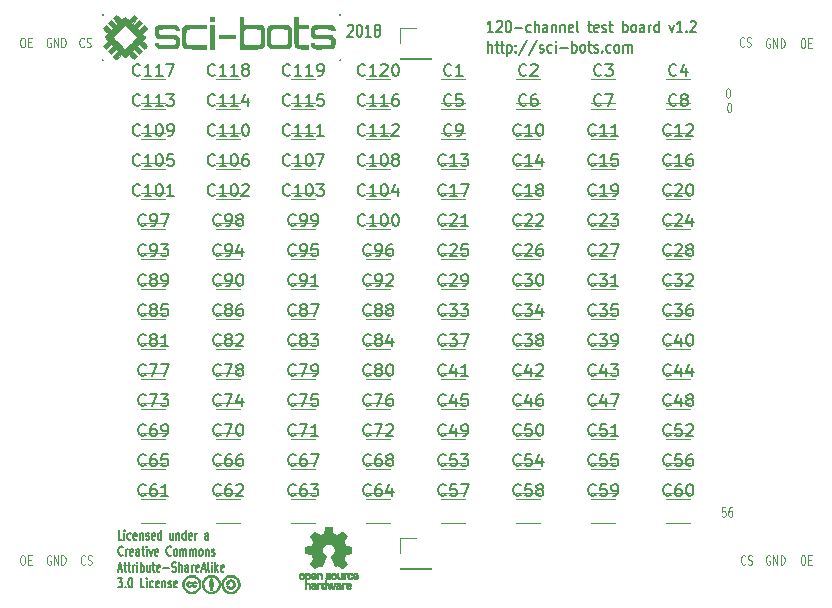
<source format=gto>
G04 #@! TF.GenerationSoftware,KiCad,Pcbnew,5.1.9+dfsg1-1~bpo10+1*
G04 #@! TF.CreationDate,2021-10-28T18:47:32+00:00*
G04 #@! TF.ProjectId,120-channel-test-board,3132302d-6368-4616-9e6e-656c2d746573,v1.2*
G04 #@! TF.SameCoordinates,Original*
G04 #@! TF.FileFunction,Legend,Top*
G04 #@! TF.FilePolarity,Positive*
%FSLAX46Y46*%
G04 Gerber Fmt 4.6, Leading zero omitted, Abs format (unit mm)*
G04 Created by KiCad (PCBNEW 5.1.9+dfsg1-1~bpo10+1) date 2021-10-28 18:47:32*
%MOMM*%
%LPD*%
G01*
G04 APERTURE LIST*
%ADD10C,0.100000*%
%ADD11C,0.150000*%
%ADD12C,0.200000*%
%ADD13C,0.120000*%
%ADD14C,0.010000*%
G04 APERTURE END LIST*
D10*
X42871428Y-38661904D02*
X42985714Y-38661904D01*
X43042857Y-38700000D01*
X43100000Y-38776190D01*
X43128571Y-38928571D01*
X43128571Y-39195238D01*
X43100000Y-39347619D01*
X43042857Y-39423809D01*
X42985714Y-39461904D01*
X42871428Y-39461904D01*
X42814285Y-39423809D01*
X42757142Y-39347619D01*
X42728571Y-39195238D01*
X42728571Y-38928571D01*
X42757142Y-38776190D01*
X42814285Y-38700000D01*
X42871428Y-38661904D01*
X43385714Y-39042857D02*
X43585714Y-39042857D01*
X43671428Y-39461904D02*
X43385714Y-39461904D01*
X43385714Y-38661904D01*
X43671428Y-38661904D01*
X45292857Y-38700000D02*
X45235714Y-38661904D01*
X45150000Y-38661904D01*
X45064285Y-38700000D01*
X45007142Y-38776190D01*
X44978571Y-38852380D01*
X44950000Y-39004761D01*
X44950000Y-39119047D01*
X44978571Y-39271428D01*
X45007142Y-39347619D01*
X45064285Y-39423809D01*
X45150000Y-39461904D01*
X45207142Y-39461904D01*
X45292857Y-39423809D01*
X45321428Y-39385714D01*
X45321428Y-39119047D01*
X45207142Y-39119047D01*
X45578571Y-39461904D02*
X45578571Y-38661904D01*
X45921428Y-39461904D01*
X45921428Y-38661904D01*
X46207142Y-39461904D02*
X46207142Y-38661904D01*
X46350000Y-38661904D01*
X46435714Y-38700000D01*
X46492857Y-38776190D01*
X46521428Y-38852380D01*
X46550000Y-39004761D01*
X46550000Y-39119047D01*
X46521428Y-39271428D01*
X46492857Y-39347619D01*
X46435714Y-39423809D01*
X46350000Y-39461904D01*
X46207142Y-39461904D01*
X48100000Y-39385714D02*
X48071428Y-39423809D01*
X47985714Y-39461904D01*
X47928571Y-39461904D01*
X47842857Y-39423809D01*
X47785714Y-39347619D01*
X47757142Y-39271428D01*
X47728571Y-39119047D01*
X47728571Y-39004761D01*
X47757142Y-38852380D01*
X47785714Y-38776190D01*
X47842857Y-38700000D01*
X47928571Y-38661904D01*
X47985714Y-38661904D01*
X48071428Y-38700000D01*
X48100000Y-38738095D01*
X48328571Y-39423809D02*
X48414285Y-39461904D01*
X48557142Y-39461904D01*
X48614285Y-39423809D01*
X48642857Y-39385714D01*
X48671428Y-39309523D01*
X48671428Y-39233333D01*
X48642857Y-39157142D01*
X48614285Y-39119047D01*
X48557142Y-39080952D01*
X48442857Y-39042857D01*
X48385714Y-39004761D01*
X48357142Y-38966666D01*
X48328571Y-38890476D01*
X48328571Y-38814285D01*
X48357142Y-38738095D01*
X48385714Y-38700000D01*
X48442857Y-38661904D01*
X48585714Y-38661904D01*
X48671428Y-38700000D01*
X42871428Y-82461904D02*
X42985714Y-82461904D01*
X43042857Y-82500000D01*
X43100000Y-82576190D01*
X43128571Y-82728571D01*
X43128571Y-82995238D01*
X43100000Y-83147619D01*
X43042857Y-83223809D01*
X42985714Y-83261904D01*
X42871428Y-83261904D01*
X42814285Y-83223809D01*
X42757142Y-83147619D01*
X42728571Y-82995238D01*
X42728571Y-82728571D01*
X42757142Y-82576190D01*
X42814285Y-82500000D01*
X42871428Y-82461904D01*
X43385714Y-82842857D02*
X43585714Y-82842857D01*
X43671428Y-83261904D02*
X43385714Y-83261904D01*
X43385714Y-82461904D01*
X43671428Y-82461904D01*
X45292857Y-82500000D02*
X45235714Y-82461904D01*
X45150000Y-82461904D01*
X45064285Y-82500000D01*
X45007142Y-82576190D01*
X44978571Y-82652380D01*
X44950000Y-82804761D01*
X44950000Y-82919047D01*
X44978571Y-83071428D01*
X45007142Y-83147619D01*
X45064285Y-83223809D01*
X45150000Y-83261904D01*
X45207142Y-83261904D01*
X45292857Y-83223809D01*
X45321428Y-83185714D01*
X45321428Y-82919047D01*
X45207142Y-82919047D01*
X45578571Y-83261904D02*
X45578571Y-82461904D01*
X45921428Y-83261904D01*
X45921428Y-82461904D01*
X46207142Y-83261904D02*
X46207142Y-82461904D01*
X46350000Y-82461904D01*
X46435714Y-82500000D01*
X46492857Y-82576190D01*
X46521428Y-82652380D01*
X46550000Y-82804761D01*
X46550000Y-82919047D01*
X46521428Y-83071428D01*
X46492857Y-83147619D01*
X46435714Y-83223809D01*
X46350000Y-83261904D01*
X46207142Y-83261904D01*
X48200000Y-83185714D02*
X48171428Y-83223809D01*
X48085714Y-83261904D01*
X48028571Y-83261904D01*
X47942857Y-83223809D01*
X47885714Y-83147619D01*
X47857142Y-83071428D01*
X47828571Y-82919047D01*
X47828571Y-82804761D01*
X47857142Y-82652380D01*
X47885714Y-82576190D01*
X47942857Y-82500000D01*
X48028571Y-82461904D01*
X48085714Y-82461904D01*
X48171428Y-82500000D01*
X48200000Y-82538095D01*
X48428571Y-83223809D02*
X48514285Y-83261904D01*
X48657142Y-83261904D01*
X48714285Y-83223809D01*
X48742857Y-83185714D01*
X48771428Y-83109523D01*
X48771428Y-83033333D01*
X48742857Y-82957142D01*
X48714285Y-82919047D01*
X48657142Y-82880952D01*
X48542857Y-82842857D01*
X48485714Y-82804761D01*
X48457142Y-82766666D01*
X48428571Y-82690476D01*
X48428571Y-82614285D01*
X48457142Y-82538095D01*
X48485714Y-82500000D01*
X48542857Y-82461904D01*
X48685714Y-82461904D01*
X48771428Y-82500000D01*
X108921428Y-82461904D02*
X109035714Y-82461904D01*
X109092857Y-82500000D01*
X109150000Y-82576190D01*
X109178571Y-82728571D01*
X109178571Y-82995238D01*
X109150000Y-83147619D01*
X109092857Y-83223809D01*
X109035714Y-83261904D01*
X108921428Y-83261904D01*
X108864285Y-83223809D01*
X108807142Y-83147619D01*
X108778571Y-82995238D01*
X108778571Y-82728571D01*
X108807142Y-82576190D01*
X108864285Y-82500000D01*
X108921428Y-82461904D01*
X109435714Y-82842857D02*
X109635714Y-82842857D01*
X109721428Y-83261904D02*
X109435714Y-83261904D01*
X109435714Y-82461904D01*
X109721428Y-82461904D01*
X106192857Y-82500000D02*
X106135714Y-82461904D01*
X106050000Y-82461904D01*
X105964285Y-82500000D01*
X105907142Y-82576190D01*
X105878571Y-82652380D01*
X105850000Y-82804761D01*
X105850000Y-82919047D01*
X105878571Y-83071428D01*
X105907142Y-83147619D01*
X105964285Y-83223809D01*
X106050000Y-83261904D01*
X106107142Y-83261904D01*
X106192857Y-83223809D01*
X106221428Y-83185714D01*
X106221428Y-82919047D01*
X106107142Y-82919047D01*
X106478571Y-83261904D02*
X106478571Y-82461904D01*
X106821428Y-83261904D01*
X106821428Y-82461904D01*
X107107142Y-83261904D02*
X107107142Y-82461904D01*
X107250000Y-82461904D01*
X107335714Y-82500000D01*
X107392857Y-82576190D01*
X107421428Y-82652380D01*
X107450000Y-82804761D01*
X107450000Y-82919047D01*
X107421428Y-83071428D01*
X107392857Y-83147619D01*
X107335714Y-83223809D01*
X107250000Y-83261904D01*
X107107142Y-83261904D01*
X104100000Y-83185714D02*
X104071428Y-83223809D01*
X103985714Y-83261904D01*
X103928571Y-83261904D01*
X103842857Y-83223809D01*
X103785714Y-83147619D01*
X103757142Y-83071428D01*
X103728571Y-82919047D01*
X103728571Y-82804761D01*
X103757142Y-82652380D01*
X103785714Y-82576190D01*
X103842857Y-82500000D01*
X103928571Y-82461904D01*
X103985714Y-82461904D01*
X104071428Y-82500000D01*
X104100000Y-82538095D01*
X104328571Y-83223809D02*
X104414285Y-83261904D01*
X104557142Y-83261904D01*
X104614285Y-83223809D01*
X104642857Y-83185714D01*
X104671428Y-83109523D01*
X104671428Y-83033333D01*
X104642857Y-82957142D01*
X104614285Y-82919047D01*
X104557142Y-82880952D01*
X104442857Y-82842857D01*
X104385714Y-82804761D01*
X104357142Y-82766666D01*
X104328571Y-82690476D01*
X104328571Y-82614285D01*
X104357142Y-82538095D01*
X104385714Y-82500000D01*
X104442857Y-82461904D01*
X104585714Y-82461904D01*
X104671428Y-82500000D01*
X108921428Y-38711904D02*
X109035714Y-38711904D01*
X109092857Y-38750000D01*
X109150000Y-38826190D01*
X109178571Y-38978571D01*
X109178571Y-39245238D01*
X109150000Y-39397619D01*
X109092857Y-39473809D01*
X109035714Y-39511904D01*
X108921428Y-39511904D01*
X108864285Y-39473809D01*
X108807142Y-39397619D01*
X108778571Y-39245238D01*
X108778571Y-38978571D01*
X108807142Y-38826190D01*
X108864285Y-38750000D01*
X108921428Y-38711904D01*
X109435714Y-39092857D02*
X109635714Y-39092857D01*
X109721428Y-39511904D02*
X109435714Y-39511904D01*
X109435714Y-38711904D01*
X109721428Y-38711904D01*
X106192857Y-38750000D02*
X106135714Y-38711904D01*
X106050000Y-38711904D01*
X105964285Y-38750000D01*
X105907142Y-38826190D01*
X105878571Y-38902380D01*
X105850000Y-39054761D01*
X105850000Y-39169047D01*
X105878571Y-39321428D01*
X105907142Y-39397619D01*
X105964285Y-39473809D01*
X106050000Y-39511904D01*
X106107142Y-39511904D01*
X106192857Y-39473809D01*
X106221428Y-39435714D01*
X106221428Y-39169047D01*
X106107142Y-39169047D01*
X106478571Y-39511904D02*
X106478571Y-38711904D01*
X106821428Y-39511904D01*
X106821428Y-38711904D01*
X107107142Y-39511904D02*
X107107142Y-38711904D01*
X107250000Y-38711904D01*
X107335714Y-38750000D01*
X107392857Y-38826190D01*
X107421428Y-38902380D01*
X107450000Y-39054761D01*
X107450000Y-39169047D01*
X107421428Y-39321428D01*
X107392857Y-39397619D01*
X107335714Y-39473809D01*
X107250000Y-39511904D01*
X107107142Y-39511904D01*
X104000000Y-39335714D02*
X103971428Y-39373809D01*
X103885714Y-39411904D01*
X103828571Y-39411904D01*
X103742857Y-39373809D01*
X103685714Y-39297619D01*
X103657142Y-39221428D01*
X103628571Y-39069047D01*
X103628571Y-38954761D01*
X103657142Y-38802380D01*
X103685714Y-38726190D01*
X103742857Y-38650000D01*
X103828571Y-38611904D01*
X103885714Y-38611904D01*
X103971428Y-38650000D01*
X104000000Y-38688095D01*
X104228571Y-39373809D02*
X104314285Y-39411904D01*
X104457142Y-39411904D01*
X104514285Y-39373809D01*
X104542857Y-39335714D01*
X104571428Y-39259523D01*
X104571428Y-39183333D01*
X104542857Y-39107142D01*
X104514285Y-39069047D01*
X104457142Y-39030952D01*
X104342857Y-38992857D01*
X104285714Y-38954761D01*
X104257142Y-38916666D01*
X104228571Y-38840476D01*
X104228571Y-38764285D01*
X104257142Y-38688095D01*
X104285714Y-38650000D01*
X104342857Y-38611904D01*
X104485714Y-38611904D01*
X104571428Y-38650000D01*
X102407142Y-78411904D02*
X102121428Y-78411904D01*
X102092857Y-78792857D01*
X102121428Y-78754761D01*
X102178571Y-78716666D01*
X102321428Y-78716666D01*
X102378571Y-78754761D01*
X102407142Y-78792857D01*
X102435714Y-78869047D01*
X102435714Y-79059523D01*
X102407142Y-79135714D01*
X102378571Y-79173809D01*
X102321428Y-79211904D01*
X102178571Y-79211904D01*
X102121428Y-79173809D01*
X102092857Y-79135714D01*
X102950000Y-78411904D02*
X102835714Y-78411904D01*
X102778571Y-78450000D01*
X102750000Y-78488095D01*
X102692857Y-78602380D01*
X102664285Y-78754761D01*
X102664285Y-79059523D01*
X102692857Y-79135714D01*
X102721428Y-79173809D01*
X102778571Y-79211904D01*
X102892857Y-79211904D01*
X102950000Y-79173809D01*
X102978571Y-79135714D01*
X103007142Y-79059523D01*
X103007142Y-78869047D01*
X102978571Y-78792857D01*
X102950000Y-78754761D01*
X102892857Y-78716666D01*
X102778571Y-78716666D01*
X102721428Y-78754761D01*
X102692857Y-78792857D01*
X102664285Y-78869047D01*
X102721428Y-44161904D02*
X102778571Y-44161904D01*
X102835714Y-44200000D01*
X102864285Y-44238095D01*
X102892857Y-44314285D01*
X102921428Y-44466666D01*
X102921428Y-44657142D01*
X102892857Y-44809523D01*
X102864285Y-44885714D01*
X102835714Y-44923809D01*
X102778571Y-44961904D01*
X102721428Y-44961904D01*
X102664285Y-44923809D01*
X102635714Y-44885714D01*
X102607142Y-44809523D01*
X102578571Y-44657142D01*
X102578571Y-44466666D01*
X102607142Y-44314285D01*
X102635714Y-44238095D01*
X102664285Y-44200000D01*
X102721428Y-44161904D01*
X102621428Y-42911904D02*
X102678571Y-42911904D01*
X102735714Y-42950000D01*
X102764285Y-42988095D01*
X102792857Y-43064285D01*
X102821428Y-43216666D01*
X102821428Y-43407142D01*
X102792857Y-43559523D01*
X102764285Y-43635714D01*
X102735714Y-43673809D01*
X102678571Y-43711904D01*
X102621428Y-43711904D01*
X102564285Y-43673809D01*
X102535714Y-43635714D01*
X102507142Y-43559523D01*
X102478571Y-43407142D01*
X102478571Y-43216666D01*
X102507142Y-43064285D01*
X102535714Y-42988095D01*
X102564285Y-42950000D01*
X102621428Y-42911904D01*
D11*
X51326071Y-81140904D02*
X51040357Y-81140904D01*
X51040357Y-80340904D01*
X51526071Y-81140904D02*
X51526071Y-80607571D01*
X51526071Y-80340904D02*
X51497500Y-80379000D01*
X51526071Y-80417095D01*
X51554642Y-80379000D01*
X51526071Y-80340904D01*
X51526071Y-80417095D01*
X52068928Y-81102809D02*
X52011785Y-81140904D01*
X51897500Y-81140904D01*
X51840357Y-81102809D01*
X51811785Y-81064714D01*
X51783214Y-80988523D01*
X51783214Y-80759952D01*
X51811785Y-80683761D01*
X51840357Y-80645666D01*
X51897500Y-80607571D01*
X52011785Y-80607571D01*
X52068928Y-80645666D01*
X52554642Y-81102809D02*
X52497500Y-81140904D01*
X52383214Y-81140904D01*
X52326071Y-81102809D01*
X52297500Y-81026619D01*
X52297500Y-80721857D01*
X52326071Y-80645666D01*
X52383214Y-80607571D01*
X52497500Y-80607571D01*
X52554642Y-80645666D01*
X52583214Y-80721857D01*
X52583214Y-80798047D01*
X52297500Y-80874238D01*
X52840357Y-80607571D02*
X52840357Y-81140904D01*
X52840357Y-80683761D02*
X52868928Y-80645666D01*
X52926071Y-80607571D01*
X53011785Y-80607571D01*
X53068928Y-80645666D01*
X53097500Y-80721857D01*
X53097500Y-81140904D01*
X53354642Y-81102809D02*
X53411785Y-81140904D01*
X53526071Y-81140904D01*
X53583214Y-81102809D01*
X53611785Y-81026619D01*
X53611785Y-80988523D01*
X53583214Y-80912333D01*
X53526071Y-80874238D01*
X53440357Y-80874238D01*
X53383214Y-80836142D01*
X53354642Y-80759952D01*
X53354642Y-80721857D01*
X53383214Y-80645666D01*
X53440357Y-80607571D01*
X53526071Y-80607571D01*
X53583214Y-80645666D01*
X54097500Y-81102809D02*
X54040357Y-81140904D01*
X53926071Y-81140904D01*
X53868928Y-81102809D01*
X53840357Y-81026619D01*
X53840357Y-80721857D01*
X53868928Y-80645666D01*
X53926071Y-80607571D01*
X54040357Y-80607571D01*
X54097500Y-80645666D01*
X54126071Y-80721857D01*
X54126071Y-80798047D01*
X53840357Y-80874238D01*
X54640357Y-81140904D02*
X54640357Y-80340904D01*
X54640357Y-81102809D02*
X54583214Y-81140904D01*
X54468928Y-81140904D01*
X54411785Y-81102809D01*
X54383214Y-81064714D01*
X54354642Y-80988523D01*
X54354642Y-80759952D01*
X54383214Y-80683761D01*
X54411785Y-80645666D01*
X54468928Y-80607571D01*
X54583214Y-80607571D01*
X54640357Y-80645666D01*
X55640357Y-80607571D02*
X55640357Y-81140904D01*
X55383214Y-80607571D02*
X55383214Y-81026619D01*
X55411785Y-81102809D01*
X55468928Y-81140904D01*
X55554642Y-81140904D01*
X55611785Y-81102809D01*
X55640357Y-81064714D01*
X55926071Y-80607571D02*
X55926071Y-81140904D01*
X55926071Y-80683761D02*
X55954642Y-80645666D01*
X56011785Y-80607571D01*
X56097500Y-80607571D01*
X56154642Y-80645666D01*
X56183214Y-80721857D01*
X56183214Y-81140904D01*
X56726071Y-81140904D02*
X56726071Y-80340904D01*
X56726071Y-81102809D02*
X56668928Y-81140904D01*
X56554642Y-81140904D01*
X56497500Y-81102809D01*
X56468928Y-81064714D01*
X56440357Y-80988523D01*
X56440357Y-80759952D01*
X56468928Y-80683761D01*
X56497500Y-80645666D01*
X56554642Y-80607571D01*
X56668928Y-80607571D01*
X56726071Y-80645666D01*
X57240357Y-81102809D02*
X57183214Y-81140904D01*
X57068928Y-81140904D01*
X57011785Y-81102809D01*
X56983214Y-81026619D01*
X56983214Y-80721857D01*
X57011785Y-80645666D01*
X57068928Y-80607571D01*
X57183214Y-80607571D01*
X57240357Y-80645666D01*
X57268928Y-80721857D01*
X57268928Y-80798047D01*
X56983214Y-80874238D01*
X57526071Y-81140904D02*
X57526071Y-80607571D01*
X57526071Y-80759952D02*
X57554642Y-80683761D01*
X57583214Y-80645666D01*
X57640357Y-80607571D01*
X57697500Y-80607571D01*
X58611785Y-81140904D02*
X58611785Y-80721857D01*
X58583214Y-80645666D01*
X58526071Y-80607571D01*
X58411785Y-80607571D01*
X58354642Y-80645666D01*
X58611785Y-81102809D02*
X58554642Y-81140904D01*
X58411785Y-81140904D01*
X58354642Y-81102809D01*
X58326071Y-81026619D01*
X58326071Y-80950428D01*
X58354642Y-80874238D01*
X58411785Y-80836142D01*
X58554642Y-80836142D01*
X58611785Y-80798047D01*
X51383214Y-82414714D02*
X51354642Y-82452809D01*
X51268928Y-82490904D01*
X51211785Y-82490904D01*
X51126071Y-82452809D01*
X51068928Y-82376619D01*
X51040357Y-82300428D01*
X51011785Y-82148047D01*
X51011785Y-82033761D01*
X51040357Y-81881380D01*
X51068928Y-81805190D01*
X51126071Y-81729000D01*
X51211785Y-81690904D01*
X51268928Y-81690904D01*
X51354642Y-81729000D01*
X51383214Y-81767095D01*
X51640357Y-82490904D02*
X51640357Y-81957571D01*
X51640357Y-82109952D02*
X51668928Y-82033761D01*
X51697500Y-81995666D01*
X51754642Y-81957571D01*
X51811785Y-81957571D01*
X52240357Y-82452809D02*
X52183214Y-82490904D01*
X52068928Y-82490904D01*
X52011785Y-82452809D01*
X51983214Y-82376619D01*
X51983214Y-82071857D01*
X52011785Y-81995666D01*
X52068928Y-81957571D01*
X52183214Y-81957571D01*
X52240357Y-81995666D01*
X52268928Y-82071857D01*
X52268928Y-82148047D01*
X51983214Y-82224238D01*
X52783214Y-82490904D02*
X52783214Y-82071857D01*
X52754642Y-81995666D01*
X52697500Y-81957571D01*
X52583214Y-81957571D01*
X52526071Y-81995666D01*
X52783214Y-82452809D02*
X52726071Y-82490904D01*
X52583214Y-82490904D01*
X52526071Y-82452809D01*
X52497500Y-82376619D01*
X52497500Y-82300428D01*
X52526071Y-82224238D01*
X52583214Y-82186142D01*
X52726071Y-82186142D01*
X52783214Y-82148047D01*
X52983214Y-81957571D02*
X53211785Y-81957571D01*
X53068928Y-81690904D02*
X53068928Y-82376619D01*
X53097500Y-82452809D01*
X53154642Y-82490904D01*
X53211785Y-82490904D01*
X53411785Y-82490904D02*
X53411785Y-81957571D01*
X53411785Y-81690904D02*
X53383214Y-81729000D01*
X53411785Y-81767095D01*
X53440357Y-81729000D01*
X53411785Y-81690904D01*
X53411785Y-81767095D01*
X53640357Y-81957571D02*
X53783214Y-82490904D01*
X53926071Y-81957571D01*
X54383214Y-82452809D02*
X54326071Y-82490904D01*
X54211785Y-82490904D01*
X54154642Y-82452809D01*
X54126071Y-82376619D01*
X54126071Y-82071857D01*
X54154642Y-81995666D01*
X54211785Y-81957571D01*
X54326071Y-81957571D01*
X54383214Y-81995666D01*
X54411785Y-82071857D01*
X54411785Y-82148047D01*
X54126071Y-82224238D01*
X55468928Y-82414714D02*
X55440357Y-82452809D01*
X55354642Y-82490904D01*
X55297500Y-82490904D01*
X55211785Y-82452809D01*
X55154642Y-82376619D01*
X55126071Y-82300428D01*
X55097500Y-82148047D01*
X55097500Y-82033761D01*
X55126071Y-81881380D01*
X55154642Y-81805190D01*
X55211785Y-81729000D01*
X55297500Y-81690904D01*
X55354642Y-81690904D01*
X55440357Y-81729000D01*
X55468928Y-81767095D01*
X55811785Y-82490904D02*
X55754642Y-82452809D01*
X55726071Y-82414714D01*
X55697500Y-82338523D01*
X55697500Y-82109952D01*
X55726071Y-82033761D01*
X55754642Y-81995666D01*
X55811785Y-81957571D01*
X55897500Y-81957571D01*
X55954642Y-81995666D01*
X55983214Y-82033761D01*
X56011785Y-82109952D01*
X56011785Y-82338523D01*
X55983214Y-82414714D01*
X55954642Y-82452809D01*
X55897500Y-82490904D01*
X55811785Y-82490904D01*
X56268928Y-82490904D02*
X56268928Y-81957571D01*
X56268928Y-82033761D02*
X56297500Y-81995666D01*
X56354642Y-81957571D01*
X56440357Y-81957571D01*
X56497500Y-81995666D01*
X56526071Y-82071857D01*
X56526071Y-82490904D01*
X56526071Y-82071857D02*
X56554642Y-81995666D01*
X56611785Y-81957571D01*
X56697500Y-81957571D01*
X56754642Y-81995666D01*
X56783214Y-82071857D01*
X56783214Y-82490904D01*
X57068928Y-82490904D02*
X57068928Y-81957571D01*
X57068928Y-82033761D02*
X57097500Y-81995666D01*
X57154642Y-81957571D01*
X57240357Y-81957571D01*
X57297500Y-81995666D01*
X57326071Y-82071857D01*
X57326071Y-82490904D01*
X57326071Y-82071857D02*
X57354642Y-81995666D01*
X57411785Y-81957571D01*
X57497500Y-81957571D01*
X57554642Y-81995666D01*
X57583214Y-82071857D01*
X57583214Y-82490904D01*
X57954642Y-82490904D02*
X57897500Y-82452809D01*
X57868928Y-82414714D01*
X57840357Y-82338523D01*
X57840357Y-82109952D01*
X57868928Y-82033761D01*
X57897500Y-81995666D01*
X57954642Y-81957571D01*
X58040357Y-81957571D01*
X58097500Y-81995666D01*
X58126071Y-82033761D01*
X58154642Y-82109952D01*
X58154642Y-82338523D01*
X58126071Y-82414714D01*
X58097500Y-82452809D01*
X58040357Y-82490904D01*
X57954642Y-82490904D01*
X58411785Y-81957571D02*
X58411785Y-82490904D01*
X58411785Y-82033761D02*
X58440357Y-81995666D01*
X58497500Y-81957571D01*
X58583214Y-81957571D01*
X58640357Y-81995666D01*
X58668928Y-82071857D01*
X58668928Y-82490904D01*
X58926071Y-82452809D02*
X58983214Y-82490904D01*
X59097500Y-82490904D01*
X59154642Y-82452809D01*
X59183214Y-82376619D01*
X59183214Y-82338523D01*
X59154642Y-82262333D01*
X59097500Y-82224238D01*
X59011785Y-82224238D01*
X58954642Y-82186142D01*
X58926071Y-82109952D01*
X58926071Y-82071857D01*
X58954642Y-81995666D01*
X59011785Y-81957571D01*
X59097500Y-81957571D01*
X59154642Y-81995666D01*
X51011785Y-83612333D02*
X51297500Y-83612333D01*
X50954642Y-83840904D02*
X51154642Y-83040904D01*
X51354642Y-83840904D01*
X51468928Y-83307571D02*
X51697500Y-83307571D01*
X51554642Y-83040904D02*
X51554642Y-83726619D01*
X51583214Y-83802809D01*
X51640357Y-83840904D01*
X51697500Y-83840904D01*
X51811785Y-83307571D02*
X52040357Y-83307571D01*
X51897500Y-83040904D02*
X51897500Y-83726619D01*
X51926071Y-83802809D01*
X51983214Y-83840904D01*
X52040357Y-83840904D01*
X52240357Y-83840904D02*
X52240357Y-83307571D01*
X52240357Y-83459952D02*
X52268928Y-83383761D01*
X52297500Y-83345666D01*
X52354642Y-83307571D01*
X52411785Y-83307571D01*
X52611785Y-83840904D02*
X52611785Y-83307571D01*
X52611785Y-83040904D02*
X52583214Y-83079000D01*
X52611785Y-83117095D01*
X52640357Y-83079000D01*
X52611785Y-83040904D01*
X52611785Y-83117095D01*
X52897500Y-83840904D02*
X52897500Y-83040904D01*
X52897500Y-83345666D02*
X52954642Y-83307571D01*
X53068928Y-83307571D01*
X53126071Y-83345666D01*
X53154642Y-83383761D01*
X53183214Y-83459952D01*
X53183214Y-83688523D01*
X53154642Y-83764714D01*
X53126071Y-83802809D01*
X53068928Y-83840904D01*
X52954642Y-83840904D01*
X52897500Y-83802809D01*
X53697500Y-83307571D02*
X53697500Y-83840904D01*
X53440357Y-83307571D02*
X53440357Y-83726619D01*
X53468928Y-83802809D01*
X53526071Y-83840904D01*
X53611785Y-83840904D01*
X53668928Y-83802809D01*
X53697500Y-83764714D01*
X53897500Y-83307571D02*
X54126071Y-83307571D01*
X53983214Y-83040904D02*
X53983214Y-83726619D01*
X54011785Y-83802809D01*
X54068928Y-83840904D01*
X54126071Y-83840904D01*
X54554642Y-83802809D02*
X54497500Y-83840904D01*
X54383214Y-83840904D01*
X54326071Y-83802809D01*
X54297500Y-83726619D01*
X54297500Y-83421857D01*
X54326071Y-83345666D01*
X54383214Y-83307571D01*
X54497500Y-83307571D01*
X54554642Y-83345666D01*
X54583214Y-83421857D01*
X54583214Y-83498047D01*
X54297500Y-83574238D01*
X54840357Y-83536142D02*
X55297500Y-83536142D01*
X55554642Y-83802809D02*
X55640357Y-83840904D01*
X55783214Y-83840904D01*
X55840357Y-83802809D01*
X55868928Y-83764714D01*
X55897500Y-83688523D01*
X55897500Y-83612333D01*
X55868928Y-83536142D01*
X55840357Y-83498047D01*
X55783214Y-83459952D01*
X55668928Y-83421857D01*
X55611785Y-83383761D01*
X55583214Y-83345666D01*
X55554642Y-83269476D01*
X55554642Y-83193285D01*
X55583214Y-83117095D01*
X55611785Y-83079000D01*
X55668928Y-83040904D01*
X55811785Y-83040904D01*
X55897500Y-83079000D01*
X56154642Y-83840904D02*
X56154642Y-83040904D01*
X56411785Y-83840904D02*
X56411785Y-83421857D01*
X56383214Y-83345666D01*
X56326071Y-83307571D01*
X56240357Y-83307571D01*
X56183214Y-83345666D01*
X56154642Y-83383761D01*
X56954642Y-83840904D02*
X56954642Y-83421857D01*
X56926071Y-83345666D01*
X56868928Y-83307571D01*
X56754642Y-83307571D01*
X56697500Y-83345666D01*
X56954642Y-83802809D02*
X56897500Y-83840904D01*
X56754642Y-83840904D01*
X56697500Y-83802809D01*
X56668928Y-83726619D01*
X56668928Y-83650428D01*
X56697500Y-83574238D01*
X56754642Y-83536142D01*
X56897500Y-83536142D01*
X56954642Y-83498047D01*
X57240357Y-83840904D02*
X57240357Y-83307571D01*
X57240357Y-83459952D02*
X57268928Y-83383761D01*
X57297500Y-83345666D01*
X57354642Y-83307571D01*
X57411785Y-83307571D01*
X57840357Y-83802809D02*
X57783214Y-83840904D01*
X57668928Y-83840904D01*
X57611785Y-83802809D01*
X57583214Y-83726619D01*
X57583214Y-83421857D01*
X57611785Y-83345666D01*
X57668928Y-83307571D01*
X57783214Y-83307571D01*
X57840357Y-83345666D01*
X57868928Y-83421857D01*
X57868928Y-83498047D01*
X57583214Y-83574238D01*
X58097500Y-83612333D02*
X58383214Y-83612333D01*
X58040357Y-83840904D02*
X58240357Y-83040904D01*
X58440357Y-83840904D01*
X58726071Y-83840904D02*
X58668928Y-83802809D01*
X58640357Y-83726619D01*
X58640357Y-83040904D01*
X58954642Y-83840904D02*
X58954642Y-83307571D01*
X58954642Y-83040904D02*
X58926071Y-83079000D01*
X58954642Y-83117095D01*
X58983214Y-83079000D01*
X58954642Y-83040904D01*
X58954642Y-83117095D01*
X59240357Y-83840904D02*
X59240357Y-83040904D01*
X59297500Y-83536142D02*
X59468928Y-83840904D01*
X59468928Y-83307571D02*
X59240357Y-83612333D01*
X59954642Y-83802809D02*
X59897500Y-83840904D01*
X59783214Y-83840904D01*
X59726071Y-83802809D01*
X59697500Y-83726619D01*
X59697500Y-83421857D01*
X59726071Y-83345666D01*
X59783214Y-83307571D01*
X59897500Y-83307571D01*
X59954642Y-83345666D01*
X59983214Y-83421857D01*
X59983214Y-83498047D01*
X59697500Y-83574238D01*
X50983214Y-84390904D02*
X51354642Y-84390904D01*
X51154642Y-84695666D01*
X51240357Y-84695666D01*
X51297500Y-84733761D01*
X51326071Y-84771857D01*
X51354642Y-84848047D01*
X51354642Y-85038523D01*
X51326071Y-85114714D01*
X51297500Y-85152809D01*
X51240357Y-85190904D01*
X51068928Y-85190904D01*
X51011785Y-85152809D01*
X50983214Y-85114714D01*
X51611785Y-85114714D02*
X51640357Y-85152809D01*
X51611785Y-85190904D01*
X51583214Y-85152809D01*
X51611785Y-85114714D01*
X51611785Y-85190904D01*
X52011785Y-84390904D02*
X52068928Y-84390904D01*
X52126071Y-84429000D01*
X52154642Y-84467095D01*
X52183214Y-84543285D01*
X52211785Y-84695666D01*
X52211785Y-84886142D01*
X52183214Y-85038523D01*
X52154642Y-85114714D01*
X52126071Y-85152809D01*
X52068928Y-85190904D01*
X52011785Y-85190904D01*
X51954642Y-85152809D01*
X51926071Y-85114714D01*
X51897500Y-85038523D01*
X51868928Y-84886142D01*
X51868928Y-84695666D01*
X51897500Y-84543285D01*
X51926071Y-84467095D01*
X51954642Y-84429000D01*
X52011785Y-84390904D01*
X53211785Y-85190904D02*
X52926071Y-85190904D01*
X52926071Y-84390904D01*
X53411785Y-85190904D02*
X53411785Y-84657571D01*
X53411785Y-84390904D02*
X53383214Y-84429000D01*
X53411785Y-84467095D01*
X53440357Y-84429000D01*
X53411785Y-84390904D01*
X53411785Y-84467095D01*
X53954642Y-85152809D02*
X53897500Y-85190904D01*
X53783214Y-85190904D01*
X53726071Y-85152809D01*
X53697500Y-85114714D01*
X53668928Y-85038523D01*
X53668928Y-84809952D01*
X53697500Y-84733761D01*
X53726071Y-84695666D01*
X53783214Y-84657571D01*
X53897500Y-84657571D01*
X53954642Y-84695666D01*
X54440357Y-85152809D02*
X54383214Y-85190904D01*
X54268928Y-85190904D01*
X54211785Y-85152809D01*
X54183214Y-85076619D01*
X54183214Y-84771857D01*
X54211785Y-84695666D01*
X54268928Y-84657571D01*
X54383214Y-84657571D01*
X54440357Y-84695666D01*
X54468928Y-84771857D01*
X54468928Y-84848047D01*
X54183214Y-84924238D01*
X54726071Y-84657571D02*
X54726071Y-85190904D01*
X54726071Y-84733761D02*
X54754642Y-84695666D01*
X54811785Y-84657571D01*
X54897500Y-84657571D01*
X54954642Y-84695666D01*
X54983214Y-84771857D01*
X54983214Y-85190904D01*
X55240357Y-85152809D02*
X55297500Y-85190904D01*
X55411785Y-85190904D01*
X55468928Y-85152809D01*
X55497500Y-85076619D01*
X55497500Y-85038523D01*
X55468928Y-84962333D01*
X55411785Y-84924238D01*
X55326071Y-84924238D01*
X55268928Y-84886142D01*
X55240357Y-84809952D01*
X55240357Y-84771857D01*
X55268928Y-84695666D01*
X55326071Y-84657571D01*
X55411785Y-84657571D01*
X55468928Y-84695666D01*
X55983214Y-85152809D02*
X55926071Y-85190904D01*
X55811785Y-85190904D01*
X55754642Y-85152809D01*
X55726071Y-85076619D01*
X55726071Y-84771857D01*
X55754642Y-84695666D01*
X55811785Y-84657571D01*
X55926071Y-84657571D01*
X55983214Y-84695666D01*
X56011785Y-84771857D01*
X56011785Y-84848047D01*
X55726071Y-84924238D01*
D12*
X70428571Y-37647619D02*
X70466666Y-37600000D01*
X70542857Y-37552380D01*
X70733333Y-37552380D01*
X70809523Y-37600000D01*
X70847619Y-37647619D01*
X70885714Y-37742857D01*
X70885714Y-37838095D01*
X70847619Y-37980952D01*
X70390476Y-38552380D01*
X70885714Y-38552380D01*
X71380952Y-37552380D02*
X71457142Y-37552380D01*
X71533333Y-37600000D01*
X71571428Y-37647619D01*
X71609523Y-37742857D01*
X71647619Y-37933333D01*
X71647619Y-38171428D01*
X71609523Y-38361904D01*
X71571428Y-38457142D01*
X71533333Y-38504761D01*
X71457142Y-38552380D01*
X71380952Y-38552380D01*
X71304761Y-38504761D01*
X71266666Y-38457142D01*
X71228571Y-38361904D01*
X71190476Y-38171428D01*
X71190476Y-37933333D01*
X71228571Y-37742857D01*
X71266666Y-37647619D01*
X71304761Y-37600000D01*
X71380952Y-37552380D01*
X72409523Y-38552380D02*
X71952380Y-38552380D01*
X72180952Y-38552380D02*
X72180952Y-37552380D01*
X72104761Y-37695238D01*
X72028571Y-37790476D01*
X71952380Y-37838095D01*
X72866666Y-37980952D02*
X72790476Y-37933333D01*
X72752380Y-37885714D01*
X72714285Y-37790476D01*
X72714285Y-37742857D01*
X72752380Y-37647619D01*
X72790476Y-37600000D01*
X72866666Y-37552380D01*
X73019047Y-37552380D01*
X73095238Y-37600000D01*
X73133333Y-37647619D01*
X73171428Y-37742857D01*
X73171428Y-37790476D01*
X73133333Y-37885714D01*
X73095238Y-37933333D01*
X73019047Y-37980952D01*
X72866666Y-37980952D01*
X72790476Y-38028571D01*
X72752380Y-38076190D01*
X72714285Y-38171428D01*
X72714285Y-38361904D01*
X72752380Y-38457142D01*
X72790476Y-38504761D01*
X72866666Y-38552380D01*
X73019047Y-38552380D01*
X73095238Y-38504761D01*
X73133333Y-38457142D01*
X73171428Y-38361904D01*
X73171428Y-38171428D01*
X73133333Y-38076190D01*
X73095238Y-38028571D01*
X73019047Y-37980952D01*
X82739523Y-38202380D02*
X82282380Y-38202380D01*
X82510952Y-38202380D02*
X82510952Y-37202380D01*
X82434761Y-37345238D01*
X82358571Y-37440476D01*
X82282380Y-37488095D01*
X83044285Y-37297619D02*
X83082380Y-37250000D01*
X83158571Y-37202380D01*
X83349047Y-37202380D01*
X83425238Y-37250000D01*
X83463333Y-37297619D01*
X83501428Y-37392857D01*
X83501428Y-37488095D01*
X83463333Y-37630952D01*
X83006190Y-38202380D01*
X83501428Y-38202380D01*
X83996666Y-37202380D02*
X84072857Y-37202380D01*
X84149047Y-37250000D01*
X84187142Y-37297619D01*
X84225238Y-37392857D01*
X84263333Y-37583333D01*
X84263333Y-37821428D01*
X84225238Y-38011904D01*
X84187142Y-38107142D01*
X84149047Y-38154761D01*
X84072857Y-38202380D01*
X83996666Y-38202380D01*
X83920476Y-38154761D01*
X83882380Y-38107142D01*
X83844285Y-38011904D01*
X83806190Y-37821428D01*
X83806190Y-37583333D01*
X83844285Y-37392857D01*
X83882380Y-37297619D01*
X83920476Y-37250000D01*
X83996666Y-37202380D01*
X84606190Y-37821428D02*
X85215714Y-37821428D01*
X85939523Y-38154761D02*
X85863333Y-38202380D01*
X85710952Y-38202380D01*
X85634761Y-38154761D01*
X85596666Y-38107142D01*
X85558571Y-38011904D01*
X85558571Y-37726190D01*
X85596666Y-37630952D01*
X85634761Y-37583333D01*
X85710952Y-37535714D01*
X85863333Y-37535714D01*
X85939523Y-37583333D01*
X86282380Y-38202380D02*
X86282380Y-37202380D01*
X86625238Y-38202380D02*
X86625238Y-37678571D01*
X86587142Y-37583333D01*
X86510952Y-37535714D01*
X86396666Y-37535714D01*
X86320476Y-37583333D01*
X86282380Y-37630952D01*
X87349047Y-38202380D02*
X87349047Y-37678571D01*
X87310952Y-37583333D01*
X87234761Y-37535714D01*
X87082380Y-37535714D01*
X87006190Y-37583333D01*
X87349047Y-38154761D02*
X87272857Y-38202380D01*
X87082380Y-38202380D01*
X87006190Y-38154761D01*
X86968095Y-38059523D01*
X86968095Y-37964285D01*
X87006190Y-37869047D01*
X87082380Y-37821428D01*
X87272857Y-37821428D01*
X87349047Y-37773809D01*
X87730000Y-37535714D02*
X87730000Y-38202380D01*
X87730000Y-37630952D02*
X87768095Y-37583333D01*
X87844285Y-37535714D01*
X87958571Y-37535714D01*
X88034761Y-37583333D01*
X88072857Y-37678571D01*
X88072857Y-38202380D01*
X88453809Y-37535714D02*
X88453809Y-38202380D01*
X88453809Y-37630952D02*
X88491904Y-37583333D01*
X88568095Y-37535714D01*
X88682380Y-37535714D01*
X88758571Y-37583333D01*
X88796666Y-37678571D01*
X88796666Y-38202380D01*
X89482380Y-38154761D02*
X89406190Y-38202380D01*
X89253809Y-38202380D01*
X89177619Y-38154761D01*
X89139523Y-38059523D01*
X89139523Y-37678571D01*
X89177619Y-37583333D01*
X89253809Y-37535714D01*
X89406190Y-37535714D01*
X89482380Y-37583333D01*
X89520476Y-37678571D01*
X89520476Y-37773809D01*
X89139523Y-37869047D01*
X89977619Y-38202380D02*
X89901428Y-38154761D01*
X89863333Y-38059523D01*
X89863333Y-37202380D01*
X90777619Y-37535714D02*
X91082380Y-37535714D01*
X90891904Y-37202380D02*
X90891904Y-38059523D01*
X90930000Y-38154761D01*
X91006190Y-38202380D01*
X91082380Y-38202380D01*
X91653809Y-38154761D02*
X91577619Y-38202380D01*
X91425238Y-38202380D01*
X91349047Y-38154761D01*
X91310952Y-38059523D01*
X91310952Y-37678571D01*
X91349047Y-37583333D01*
X91425238Y-37535714D01*
X91577619Y-37535714D01*
X91653809Y-37583333D01*
X91691904Y-37678571D01*
X91691904Y-37773809D01*
X91310952Y-37869047D01*
X91996666Y-38154761D02*
X92072857Y-38202380D01*
X92225238Y-38202380D01*
X92301428Y-38154761D01*
X92339523Y-38059523D01*
X92339523Y-38011904D01*
X92301428Y-37916666D01*
X92225238Y-37869047D01*
X92110952Y-37869047D01*
X92034761Y-37821428D01*
X91996666Y-37726190D01*
X91996666Y-37678571D01*
X92034761Y-37583333D01*
X92110952Y-37535714D01*
X92225238Y-37535714D01*
X92301428Y-37583333D01*
X92568095Y-37535714D02*
X92872857Y-37535714D01*
X92682380Y-37202380D02*
X92682380Y-38059523D01*
X92720476Y-38154761D01*
X92796666Y-38202380D01*
X92872857Y-38202380D01*
X93749047Y-38202380D02*
X93749047Y-37202380D01*
X93749047Y-37583333D02*
X93825238Y-37535714D01*
X93977619Y-37535714D01*
X94053809Y-37583333D01*
X94091904Y-37630952D01*
X94130000Y-37726190D01*
X94130000Y-38011904D01*
X94091904Y-38107142D01*
X94053809Y-38154761D01*
X93977619Y-38202380D01*
X93825238Y-38202380D01*
X93749047Y-38154761D01*
X94587142Y-38202380D02*
X94510952Y-38154761D01*
X94472857Y-38107142D01*
X94434761Y-38011904D01*
X94434761Y-37726190D01*
X94472857Y-37630952D01*
X94510952Y-37583333D01*
X94587142Y-37535714D01*
X94701428Y-37535714D01*
X94777619Y-37583333D01*
X94815714Y-37630952D01*
X94853809Y-37726190D01*
X94853809Y-38011904D01*
X94815714Y-38107142D01*
X94777619Y-38154761D01*
X94701428Y-38202380D01*
X94587142Y-38202380D01*
X95539523Y-38202380D02*
X95539523Y-37678571D01*
X95501428Y-37583333D01*
X95425238Y-37535714D01*
X95272857Y-37535714D01*
X95196666Y-37583333D01*
X95539523Y-38154761D02*
X95463333Y-38202380D01*
X95272857Y-38202380D01*
X95196666Y-38154761D01*
X95158571Y-38059523D01*
X95158571Y-37964285D01*
X95196666Y-37869047D01*
X95272857Y-37821428D01*
X95463333Y-37821428D01*
X95539523Y-37773809D01*
X95920476Y-38202380D02*
X95920476Y-37535714D01*
X95920476Y-37726190D02*
X95958571Y-37630952D01*
X95996666Y-37583333D01*
X96072857Y-37535714D01*
X96149047Y-37535714D01*
X96758571Y-38202380D02*
X96758571Y-37202380D01*
X96758571Y-38154761D02*
X96682380Y-38202380D01*
X96530000Y-38202380D01*
X96453809Y-38154761D01*
X96415714Y-38107142D01*
X96377619Y-38011904D01*
X96377619Y-37726190D01*
X96415714Y-37630952D01*
X96453809Y-37583333D01*
X96530000Y-37535714D01*
X96682380Y-37535714D01*
X96758571Y-37583333D01*
X97672857Y-37535714D02*
X97863333Y-38202380D01*
X98053809Y-37535714D01*
X98777619Y-38202380D02*
X98320476Y-38202380D01*
X98549047Y-38202380D02*
X98549047Y-37202380D01*
X98472857Y-37345238D01*
X98396666Y-37440476D01*
X98320476Y-37488095D01*
X99120476Y-38107142D02*
X99158571Y-38154761D01*
X99120476Y-38202380D01*
X99082380Y-38154761D01*
X99120476Y-38107142D01*
X99120476Y-38202380D01*
X99463333Y-37297619D02*
X99501428Y-37250000D01*
X99577619Y-37202380D01*
X99768095Y-37202380D01*
X99844285Y-37250000D01*
X99882380Y-37297619D01*
X99920476Y-37392857D01*
X99920476Y-37488095D01*
X99882380Y-37630952D01*
X99425238Y-38202380D01*
X99920476Y-38202380D01*
X82320476Y-39902380D02*
X82320476Y-38902380D01*
X82663333Y-39902380D02*
X82663333Y-39378571D01*
X82625238Y-39283333D01*
X82549047Y-39235714D01*
X82434761Y-39235714D01*
X82358571Y-39283333D01*
X82320476Y-39330952D01*
X82930000Y-39235714D02*
X83234761Y-39235714D01*
X83044285Y-38902380D02*
X83044285Y-39759523D01*
X83082380Y-39854761D01*
X83158571Y-39902380D01*
X83234761Y-39902380D01*
X83387142Y-39235714D02*
X83691904Y-39235714D01*
X83501428Y-38902380D02*
X83501428Y-39759523D01*
X83539523Y-39854761D01*
X83615714Y-39902380D01*
X83691904Y-39902380D01*
X83958571Y-39235714D02*
X83958571Y-40235714D01*
X83958571Y-39283333D02*
X84034761Y-39235714D01*
X84187142Y-39235714D01*
X84263333Y-39283333D01*
X84301428Y-39330952D01*
X84339523Y-39426190D01*
X84339523Y-39711904D01*
X84301428Y-39807142D01*
X84263333Y-39854761D01*
X84187142Y-39902380D01*
X84034761Y-39902380D01*
X83958571Y-39854761D01*
X84682380Y-39807142D02*
X84720476Y-39854761D01*
X84682380Y-39902380D01*
X84644285Y-39854761D01*
X84682380Y-39807142D01*
X84682380Y-39902380D01*
X84682380Y-39283333D02*
X84720476Y-39330952D01*
X84682380Y-39378571D01*
X84644285Y-39330952D01*
X84682380Y-39283333D01*
X84682380Y-39378571D01*
X85634761Y-38854761D02*
X84949047Y-40140476D01*
X86472857Y-38854761D02*
X85787142Y-40140476D01*
X86701428Y-39854761D02*
X86777619Y-39902380D01*
X86930000Y-39902380D01*
X87006190Y-39854761D01*
X87044285Y-39759523D01*
X87044285Y-39711904D01*
X87006190Y-39616666D01*
X86930000Y-39569047D01*
X86815714Y-39569047D01*
X86739523Y-39521428D01*
X86701428Y-39426190D01*
X86701428Y-39378571D01*
X86739523Y-39283333D01*
X86815714Y-39235714D01*
X86930000Y-39235714D01*
X87006190Y-39283333D01*
X87730000Y-39854761D02*
X87653809Y-39902380D01*
X87501428Y-39902380D01*
X87425238Y-39854761D01*
X87387142Y-39807142D01*
X87349047Y-39711904D01*
X87349047Y-39426190D01*
X87387142Y-39330952D01*
X87425238Y-39283333D01*
X87501428Y-39235714D01*
X87653809Y-39235714D01*
X87730000Y-39283333D01*
X88072857Y-39902380D02*
X88072857Y-39235714D01*
X88072857Y-38902380D02*
X88034761Y-38950000D01*
X88072857Y-38997619D01*
X88110952Y-38950000D01*
X88072857Y-38902380D01*
X88072857Y-38997619D01*
X88453809Y-39521428D02*
X89063333Y-39521428D01*
X89444285Y-39902380D02*
X89444285Y-38902380D01*
X89444285Y-39283333D02*
X89520476Y-39235714D01*
X89672857Y-39235714D01*
X89749047Y-39283333D01*
X89787142Y-39330952D01*
X89825238Y-39426190D01*
X89825238Y-39711904D01*
X89787142Y-39807142D01*
X89749047Y-39854761D01*
X89672857Y-39902380D01*
X89520476Y-39902380D01*
X89444285Y-39854761D01*
X90282380Y-39902380D02*
X90206190Y-39854761D01*
X90168095Y-39807142D01*
X90130000Y-39711904D01*
X90130000Y-39426190D01*
X90168095Y-39330952D01*
X90206190Y-39283333D01*
X90282380Y-39235714D01*
X90396666Y-39235714D01*
X90472857Y-39283333D01*
X90510952Y-39330952D01*
X90549047Y-39426190D01*
X90549047Y-39711904D01*
X90510952Y-39807142D01*
X90472857Y-39854761D01*
X90396666Y-39902380D01*
X90282380Y-39902380D01*
X90777619Y-39235714D02*
X91082380Y-39235714D01*
X90891904Y-38902380D02*
X90891904Y-39759523D01*
X90930000Y-39854761D01*
X91006190Y-39902380D01*
X91082380Y-39902380D01*
X91310952Y-39854761D02*
X91387142Y-39902380D01*
X91539523Y-39902380D01*
X91615714Y-39854761D01*
X91653809Y-39759523D01*
X91653809Y-39711904D01*
X91615714Y-39616666D01*
X91539523Y-39569047D01*
X91425238Y-39569047D01*
X91349047Y-39521428D01*
X91310952Y-39426190D01*
X91310952Y-39378571D01*
X91349047Y-39283333D01*
X91425238Y-39235714D01*
X91539523Y-39235714D01*
X91615714Y-39283333D01*
X91996666Y-39807142D02*
X92034761Y-39854761D01*
X91996666Y-39902380D01*
X91958571Y-39854761D01*
X91996666Y-39807142D01*
X91996666Y-39902380D01*
X92720476Y-39854761D02*
X92644285Y-39902380D01*
X92491904Y-39902380D01*
X92415714Y-39854761D01*
X92377619Y-39807142D01*
X92339523Y-39711904D01*
X92339523Y-39426190D01*
X92377619Y-39330952D01*
X92415714Y-39283333D01*
X92491904Y-39235714D01*
X92644285Y-39235714D01*
X92720476Y-39283333D01*
X93177619Y-39902380D02*
X93101428Y-39854761D01*
X93063333Y-39807142D01*
X93025238Y-39711904D01*
X93025238Y-39426190D01*
X93063333Y-39330952D01*
X93101428Y-39283333D01*
X93177619Y-39235714D01*
X93291904Y-39235714D01*
X93368095Y-39283333D01*
X93406190Y-39330952D01*
X93444285Y-39426190D01*
X93444285Y-39711904D01*
X93406190Y-39807142D01*
X93368095Y-39854761D01*
X93291904Y-39902380D01*
X93177619Y-39902380D01*
X93787142Y-39902380D02*
X93787142Y-39235714D01*
X93787142Y-39330952D02*
X93825238Y-39283333D01*
X93901428Y-39235714D01*
X94015714Y-39235714D01*
X94091904Y-39283333D01*
X94130000Y-39378571D01*
X94130000Y-39902380D01*
X94130000Y-39378571D02*
X94168095Y-39283333D01*
X94244285Y-39235714D01*
X94358571Y-39235714D01*
X94434761Y-39283333D01*
X94472857Y-39378571D01*
X94472857Y-39902380D01*
D13*
X78375000Y-44200000D02*
X80375000Y-44200000D01*
X80375000Y-42160000D02*
X78375000Y-42160000D01*
X84725000Y-44200000D02*
X86725000Y-44200000D01*
X86725000Y-42160000D02*
X84725000Y-42160000D01*
X91075000Y-44200000D02*
X93075000Y-44200000D01*
X93075000Y-42160000D02*
X91075000Y-42160000D01*
X97425000Y-44200000D02*
X99425000Y-44200000D01*
X99425000Y-42160000D02*
X97425000Y-42160000D01*
X78375000Y-46740000D02*
X80375000Y-46740000D01*
X80375000Y-44700000D02*
X78375000Y-44700000D01*
X84725000Y-46740000D02*
X86725000Y-46740000D01*
X86725000Y-44700000D02*
X84725000Y-44700000D01*
X91075000Y-46740000D02*
X93075000Y-46740000D01*
X93075000Y-44700000D02*
X91075000Y-44700000D01*
X97425000Y-46740000D02*
X99425000Y-46740000D01*
X99425000Y-44700000D02*
X97425000Y-44700000D01*
X78375000Y-49280000D02*
X80375000Y-49280000D01*
X80375000Y-47240000D02*
X78375000Y-47240000D01*
X84725000Y-49280000D02*
X86725000Y-49280000D01*
X86725000Y-47240000D02*
X84725000Y-47240000D01*
X91075000Y-49280000D02*
X93075000Y-49280000D01*
X93075000Y-47240000D02*
X91075000Y-47240000D01*
X97425000Y-49280000D02*
X99425000Y-49280000D01*
X99425000Y-47240000D02*
X97425000Y-47240000D01*
X78375000Y-51820000D02*
X80375000Y-51820000D01*
X80375000Y-49780000D02*
X78375000Y-49780000D01*
X84725000Y-51820000D02*
X86725000Y-51820000D01*
X86725000Y-49780000D02*
X84725000Y-49780000D01*
X91075000Y-51820000D02*
X93075000Y-51820000D01*
X93075000Y-49780000D02*
X91075000Y-49780000D01*
X97425000Y-51820000D02*
X99425000Y-51820000D01*
X99425000Y-49780000D02*
X97425000Y-49780000D01*
X78375000Y-54360000D02*
X80375000Y-54360000D01*
X80375000Y-52320000D02*
X78375000Y-52320000D01*
X84725000Y-54360000D02*
X86725000Y-54360000D01*
X86725000Y-52320000D02*
X84725000Y-52320000D01*
X91075000Y-54360000D02*
X93075000Y-54360000D01*
X93075000Y-52320000D02*
X91075000Y-52320000D01*
X97425000Y-54360000D02*
X99425000Y-54360000D01*
X99425000Y-52320000D02*
X97425000Y-52320000D01*
X78375000Y-56900000D02*
X80375000Y-56900000D01*
X80375000Y-54860000D02*
X78375000Y-54860000D01*
X84725000Y-56900000D02*
X86725000Y-56900000D01*
X86725000Y-54860000D02*
X84725000Y-54860000D01*
X91075000Y-56900000D02*
X93075000Y-56900000D01*
X93075000Y-54860000D02*
X91075000Y-54860000D01*
X97425000Y-56900000D02*
X99425000Y-56900000D01*
X99425000Y-54860000D02*
X97425000Y-54860000D01*
X78375000Y-59440000D02*
X80375000Y-59440000D01*
X80375000Y-57400000D02*
X78375000Y-57400000D01*
X84725000Y-59440000D02*
X86725000Y-59440000D01*
X86725000Y-57400000D02*
X84725000Y-57400000D01*
X91075000Y-59440000D02*
X93075000Y-59440000D01*
X93075000Y-57400000D02*
X91075000Y-57400000D01*
X97425000Y-59440000D02*
X99425000Y-59440000D01*
X99425000Y-57400000D02*
X97425000Y-57400000D01*
X78375000Y-61980000D02*
X80375000Y-61980000D01*
X80375000Y-59940000D02*
X78375000Y-59940000D01*
X84725000Y-61980000D02*
X86725000Y-61980000D01*
X86725000Y-59940000D02*
X84725000Y-59940000D01*
X91075000Y-61980000D02*
X93075000Y-61980000D01*
X93075000Y-59940000D02*
X91075000Y-59940000D01*
X97425000Y-61980000D02*
X99425000Y-61980000D01*
X99425000Y-59940000D02*
X97425000Y-59940000D01*
X78375000Y-64520000D02*
X80375000Y-64520000D01*
X80375000Y-62480000D02*
X78375000Y-62480000D01*
X84725000Y-64520000D02*
X86725000Y-64520000D01*
X86725000Y-62480000D02*
X84725000Y-62480000D01*
X91075000Y-64520000D02*
X93075000Y-64520000D01*
X93075000Y-62480000D02*
X91075000Y-62480000D01*
X97425000Y-64520000D02*
X99425000Y-64520000D01*
X99425000Y-62480000D02*
X97425000Y-62480000D01*
X78375000Y-67060000D02*
X80375000Y-67060000D01*
X80375000Y-65020000D02*
X78375000Y-65020000D01*
X84725000Y-67060000D02*
X86725000Y-67060000D01*
X86725000Y-65020000D02*
X84725000Y-65020000D01*
X91075000Y-67060000D02*
X93075000Y-67060000D01*
X93075000Y-65020000D02*
X91075000Y-65020000D01*
X97425000Y-67060000D02*
X99425000Y-67060000D01*
X99425000Y-65020000D02*
X97425000Y-65020000D01*
X78375000Y-69600000D02*
X80375000Y-69600000D01*
X80375000Y-67560000D02*
X78375000Y-67560000D01*
X84725000Y-69600000D02*
X86725000Y-69600000D01*
X86725000Y-67560000D02*
X84725000Y-67560000D01*
X91075000Y-69600000D02*
X93075000Y-69600000D01*
X93075000Y-67560000D02*
X91075000Y-67560000D01*
X97425000Y-69600000D02*
X99425000Y-69600000D01*
X99425000Y-67560000D02*
X97425000Y-67560000D01*
X78375000Y-72140000D02*
X80375000Y-72140000D01*
X80375000Y-70100000D02*
X78375000Y-70100000D01*
X84725000Y-72140000D02*
X86725000Y-72140000D01*
X86725000Y-70100000D02*
X84725000Y-70100000D01*
X91075000Y-72140000D02*
X93075000Y-72140000D01*
X93075000Y-70100000D02*
X91075000Y-70100000D01*
X97425000Y-72140000D02*
X99425000Y-72140000D01*
X99425000Y-70100000D02*
X97425000Y-70100000D01*
X78375000Y-74680000D02*
X80375000Y-74680000D01*
X80375000Y-72640000D02*
X78375000Y-72640000D01*
X84725000Y-74680000D02*
X86725000Y-74680000D01*
X86725000Y-72640000D02*
X84725000Y-72640000D01*
X91075000Y-74680000D02*
X93075000Y-74680000D01*
X93075000Y-72640000D02*
X91075000Y-72640000D01*
X97425000Y-74680000D02*
X99425000Y-74680000D01*
X99425000Y-72640000D02*
X97425000Y-72640000D01*
X78375000Y-77220000D02*
X80375000Y-77220000D01*
X80375000Y-75180000D02*
X78375000Y-75180000D01*
X84725000Y-77220000D02*
X86725000Y-77220000D01*
X86725000Y-75180000D02*
X84725000Y-75180000D01*
X91075000Y-77220000D02*
X93075000Y-77220000D01*
X93075000Y-75180000D02*
X91075000Y-75180000D01*
X97425000Y-77220000D02*
X99425000Y-77220000D01*
X99425000Y-75180000D02*
X97425000Y-75180000D01*
X78375000Y-79760000D02*
X80375000Y-79760000D01*
X80375000Y-77720000D02*
X78375000Y-77720000D01*
X84725000Y-79760000D02*
X86725000Y-79760000D01*
X86725000Y-77720000D02*
X84725000Y-77720000D01*
X91075000Y-79760000D02*
X93075000Y-79760000D01*
X93075000Y-77720000D02*
X91075000Y-77720000D01*
X97425000Y-79760000D02*
X99425000Y-79760000D01*
X99425000Y-77720000D02*
X97425000Y-77720000D01*
X52975000Y-79760000D02*
X54975000Y-79760000D01*
X54975000Y-77720000D02*
X52975000Y-77720000D01*
X59325000Y-79760000D02*
X61325000Y-79760000D01*
X61325000Y-77720000D02*
X59325000Y-77720000D01*
X65675000Y-79760000D02*
X67675000Y-79760000D01*
X67675000Y-77720000D02*
X65675000Y-77720000D01*
X72025000Y-79760000D02*
X74025000Y-79760000D01*
X74025000Y-77720000D02*
X72025000Y-77720000D01*
X52975000Y-77220000D02*
X54975000Y-77220000D01*
X54975000Y-75180000D02*
X52975000Y-75180000D01*
X59325000Y-77220000D02*
X61325000Y-77220000D01*
X61325000Y-75180000D02*
X59325000Y-75180000D01*
X65675000Y-77220000D02*
X67675000Y-77220000D01*
X67675000Y-75180000D02*
X65675000Y-75180000D01*
X72025000Y-77220000D02*
X74025000Y-77220000D01*
X74025000Y-75180000D02*
X72025000Y-75180000D01*
X52975000Y-74680000D02*
X54975000Y-74680000D01*
X54975000Y-72640000D02*
X52975000Y-72640000D01*
X59325000Y-74680000D02*
X61325000Y-74680000D01*
X61325000Y-72640000D02*
X59325000Y-72640000D01*
X65675000Y-74680000D02*
X67675000Y-74680000D01*
X67675000Y-72640000D02*
X65675000Y-72640000D01*
X72025000Y-74680000D02*
X74025000Y-74680000D01*
X74025000Y-72640000D02*
X72025000Y-72640000D01*
X52975000Y-72140000D02*
X54975000Y-72140000D01*
X54975000Y-70100000D02*
X52975000Y-70100000D01*
X59325000Y-72140000D02*
X61325000Y-72140000D01*
X61325000Y-70100000D02*
X59325000Y-70100000D01*
X65675000Y-72140000D02*
X67675000Y-72140000D01*
X67675000Y-70100000D02*
X65675000Y-70100000D01*
X72025000Y-72140000D02*
X74025000Y-72140000D01*
X74025000Y-70100000D02*
X72025000Y-70100000D01*
X52975000Y-69600000D02*
X54975000Y-69600000D01*
X54975000Y-67560000D02*
X52975000Y-67560000D01*
X59325000Y-69600000D02*
X61325000Y-69600000D01*
X61325000Y-67560000D02*
X59325000Y-67560000D01*
X65675000Y-69600000D02*
X67675000Y-69600000D01*
X67675000Y-67560000D02*
X65675000Y-67560000D01*
X72025000Y-69600000D02*
X74025000Y-69600000D01*
X74025000Y-67560000D02*
X72025000Y-67560000D01*
X52975000Y-67060000D02*
X54975000Y-67060000D01*
X54975000Y-65020000D02*
X52975000Y-65020000D01*
X59325000Y-67060000D02*
X61325000Y-67060000D01*
X61325000Y-65020000D02*
X59325000Y-65020000D01*
X65675000Y-67060000D02*
X67675000Y-67060000D01*
X67675000Y-65020000D02*
X65675000Y-65020000D01*
X72025000Y-67060000D02*
X74025000Y-67060000D01*
X74025000Y-65020000D02*
X72025000Y-65020000D01*
X52975000Y-64520000D02*
X54975000Y-64520000D01*
X54975000Y-62480000D02*
X52975000Y-62480000D01*
X59325000Y-64520000D02*
X61325000Y-64520000D01*
X61325000Y-62480000D02*
X59325000Y-62480000D01*
X65675000Y-64520000D02*
X67675000Y-64520000D01*
X67675000Y-62480000D02*
X65675000Y-62480000D01*
X72025000Y-64520000D02*
X74025000Y-64520000D01*
X74025000Y-62480000D02*
X72025000Y-62480000D01*
X52975000Y-61980000D02*
X54975000Y-61980000D01*
X54975000Y-59940000D02*
X52975000Y-59940000D01*
X59325000Y-61980000D02*
X61325000Y-61980000D01*
X61325000Y-59940000D02*
X59325000Y-59940000D01*
X65675000Y-61980000D02*
X67675000Y-61980000D01*
X67675000Y-59940000D02*
X65675000Y-59940000D01*
X72025000Y-61980000D02*
X74025000Y-61980000D01*
X74025000Y-59940000D02*
X72025000Y-59940000D01*
X52975000Y-59440000D02*
X54975000Y-59440000D01*
X54975000Y-57400000D02*
X52975000Y-57400000D01*
X59325000Y-59440000D02*
X61325000Y-59440000D01*
X61325000Y-57400000D02*
X59325000Y-57400000D01*
X65675000Y-59440000D02*
X67675000Y-59440000D01*
X67675000Y-57400000D02*
X65675000Y-57400000D01*
X72025000Y-59440000D02*
X74025000Y-59440000D01*
X74025000Y-57400000D02*
X72025000Y-57400000D01*
X52975000Y-56900000D02*
X54975000Y-56900000D01*
X54975000Y-54860000D02*
X52975000Y-54860000D01*
X59325000Y-56900000D02*
X61325000Y-56900000D01*
X61325000Y-54860000D02*
X59325000Y-54860000D01*
X65675000Y-56900000D02*
X67675000Y-56900000D01*
X67675000Y-54860000D02*
X65675000Y-54860000D01*
X72025000Y-56900000D02*
X74025000Y-56900000D01*
X74025000Y-54860000D02*
X72025000Y-54860000D01*
X52975000Y-54360000D02*
X54975000Y-54360000D01*
X54975000Y-52320000D02*
X52975000Y-52320000D01*
X59325000Y-54360000D02*
X61325000Y-54360000D01*
X61325000Y-52320000D02*
X59325000Y-52320000D01*
X65675000Y-54360000D02*
X67675000Y-54360000D01*
X67675000Y-52320000D02*
X65675000Y-52320000D01*
X72025000Y-54360000D02*
X74025000Y-54360000D01*
X74025000Y-52320000D02*
X72025000Y-52320000D01*
X52975000Y-51820000D02*
X54975000Y-51820000D01*
X54975000Y-49780000D02*
X52975000Y-49780000D01*
X59325000Y-51820000D02*
X61325000Y-51820000D01*
X61325000Y-49780000D02*
X59325000Y-49780000D01*
X65675000Y-51820000D02*
X67675000Y-51820000D01*
X67675000Y-49780000D02*
X65675000Y-49780000D01*
X72025000Y-51820000D02*
X74025000Y-51820000D01*
X74025000Y-49780000D02*
X72025000Y-49780000D01*
X52975000Y-49280000D02*
X54975000Y-49280000D01*
X54975000Y-47240000D02*
X52975000Y-47240000D01*
X59325000Y-49280000D02*
X61325000Y-49280000D01*
X61325000Y-47240000D02*
X59325000Y-47240000D01*
X65675000Y-49280000D02*
X67675000Y-49280000D01*
X67675000Y-47240000D02*
X65675000Y-47240000D01*
X72025000Y-49280000D02*
X74025000Y-49280000D01*
X74025000Y-47240000D02*
X72025000Y-47240000D01*
X52975000Y-46740000D02*
X54975000Y-46740000D01*
X54975000Y-44700000D02*
X52975000Y-44700000D01*
X59325000Y-46740000D02*
X61325000Y-46740000D01*
X61325000Y-44700000D02*
X59325000Y-44700000D01*
X65675000Y-46740000D02*
X67675000Y-46740000D01*
X67675000Y-44700000D02*
X65675000Y-44700000D01*
X72025000Y-46740000D02*
X74025000Y-46740000D01*
X74025000Y-44700000D02*
X72025000Y-44700000D01*
X52975000Y-44200000D02*
X54975000Y-44200000D01*
X54975000Y-42160000D02*
X52975000Y-42160000D01*
X59325000Y-44200000D02*
X61325000Y-44200000D01*
X61325000Y-42160000D02*
X59325000Y-42160000D01*
X65675000Y-44200000D02*
X67675000Y-44200000D01*
X67675000Y-42160000D02*
X65675000Y-42160000D01*
X72025000Y-44200000D02*
X74025000Y-44200000D01*
X74025000Y-42160000D02*
X72025000Y-42160000D01*
X74870000Y-80966000D02*
X76200000Y-80966000D01*
X74870000Y-82296000D02*
X74870000Y-80966000D01*
X77530000Y-83566000D02*
X74870000Y-83566000D01*
X77530000Y-83626000D02*
X77530000Y-83566000D01*
X74870000Y-83626000D02*
X77530000Y-83626000D01*
X74870000Y-83566000D02*
X74870000Y-83626000D01*
X74870000Y-37786000D02*
X76200000Y-37786000D01*
X74870000Y-39116000D02*
X74870000Y-37786000D01*
X77530000Y-40386000D02*
X74870000Y-40386000D01*
X77530000Y-40446000D02*
X77530000Y-40386000D01*
X74870000Y-40446000D02*
X77530000Y-40446000D01*
X74870000Y-40386000D02*
X74870000Y-40446000D01*
D14*
G36*
X69800851Y-36687560D02*
G01*
X69809200Y-36720400D01*
X69807328Y-36759448D01*
X69794521Y-36761771D01*
X69759989Y-36726970D01*
X69752050Y-36718283D01*
X69722697Y-36682680D01*
X69730261Y-36670763D01*
X69758400Y-36669600D01*
X69800851Y-36687560D01*
G37*
X69800851Y-36687560D02*
X69809200Y-36720400D01*
X69807328Y-36759448D01*
X69794521Y-36761771D01*
X69759989Y-36726970D01*
X69752050Y-36718283D01*
X69722697Y-36682680D01*
X69730261Y-36670763D01*
X69758400Y-36669600D01*
X69800851Y-36687560D01*
G36*
X49709491Y-36674816D02*
G01*
X49698569Y-36690562D01*
X49695751Y-36692390D01*
X49650072Y-36734171D01*
X49638990Y-36749151D01*
X49622233Y-36763709D01*
X49616647Y-36731454D01*
X49616588Y-36726750D01*
X49629804Y-36681430D01*
X49673350Y-36669988D01*
X49709491Y-36674816D01*
G37*
X49709491Y-36674816D02*
X49698569Y-36690562D01*
X49695751Y-36692390D01*
X49650072Y-36734171D01*
X49638990Y-36749151D01*
X49622233Y-36763709D01*
X49616647Y-36731454D01*
X49616588Y-36726750D01*
X49629804Y-36681430D01*
X49673350Y-36669988D01*
X49709491Y-36674816D01*
G36*
X59090400Y-37203000D02*
G01*
X58811000Y-37203000D01*
X58811000Y-36898200D01*
X59090400Y-36898200D01*
X59090400Y-37203000D01*
G37*
X59090400Y-37203000D02*
X58811000Y-37203000D01*
X58811000Y-36898200D01*
X59090400Y-36898200D01*
X59090400Y-37203000D01*
G36*
X60893800Y-38701600D02*
G01*
X60237633Y-38701600D01*
X60059945Y-38700969D01*
X59899214Y-38699195D01*
X59762364Y-38696450D01*
X59656317Y-38692909D01*
X59587995Y-38688746D01*
X59564533Y-38684666D01*
X59555020Y-38651597D01*
X59548877Y-38585018D01*
X59547600Y-38532266D01*
X59547600Y-38396800D01*
X60893800Y-38396800D01*
X60893800Y-38701600D01*
G37*
X60893800Y-38701600D02*
X60237633Y-38701600D01*
X60059945Y-38700969D01*
X59899214Y-38699195D01*
X59762364Y-38696450D01*
X59656317Y-38692909D01*
X59587995Y-38688746D01*
X59564533Y-38684666D01*
X59555020Y-38651597D01*
X59548877Y-38585018D01*
X59547600Y-38532266D01*
X59547600Y-38396800D01*
X60893800Y-38396800D01*
X60893800Y-38701600D01*
G36*
X68543079Y-37559671D02*
G01*
X68728369Y-37562772D01*
X68878281Y-37567734D01*
X68988195Y-37574387D01*
X69053493Y-37582562D01*
X69064596Y-37585615D01*
X69165739Y-37644597D01*
X69254549Y-37733524D01*
X69319962Y-37837822D01*
X69350913Y-37942916D01*
X69352000Y-37964184D01*
X69346650Y-37992985D01*
X69322830Y-38008547D01*
X69268881Y-38014818D01*
X69199600Y-38015800D01*
X69113755Y-38013637D01*
X69067374Y-38004901D01*
X69049222Y-37986223D01*
X69047200Y-37970080D01*
X69044873Y-37939029D01*
X69034248Y-37914658D01*
X69009854Y-37896162D01*
X68966224Y-37882734D01*
X68897888Y-37873568D01*
X68799377Y-37867859D01*
X68665223Y-37864800D01*
X68489956Y-37863585D01*
X68323300Y-37863399D01*
X68102124Y-37864150D01*
X67928035Y-37866511D01*
X67797341Y-37870644D01*
X67706349Y-37876711D01*
X67651366Y-37884875D01*
X67629880Y-37893879D01*
X67611425Y-37938814D01*
X67600790Y-38018275D01*
X67597673Y-38116642D01*
X67601771Y-38218297D01*
X67612782Y-38307619D01*
X67630406Y-38368989D01*
X67639314Y-38382285D01*
X67657483Y-38394491D01*
X67688526Y-38403984D01*
X67738256Y-38411089D01*
X67812485Y-38416129D01*
X67917028Y-38419430D01*
X68057695Y-38421315D01*
X68240302Y-38422110D01*
X68354632Y-38422199D01*
X68557243Y-38422295D01*
X68715653Y-38422935D01*
X68836461Y-38424652D01*
X68926267Y-38427978D01*
X68991670Y-38433446D01*
X69039270Y-38441586D01*
X69075665Y-38452932D01*
X69107454Y-38468015D01*
X69137778Y-38485340D01*
X69230729Y-38556032D01*
X69294800Y-38646390D01*
X69333453Y-38764671D01*
X69350144Y-38919132D01*
X69351442Y-38995369D01*
X69341728Y-39169577D01*
X69311616Y-39304073D01*
X69258202Y-39406837D01*
X69178579Y-39485850D01*
X69170809Y-39491512D01*
X69145066Y-39509107D01*
X69118772Y-39523007D01*
X69085849Y-39533717D01*
X69040215Y-39541743D01*
X68975790Y-39547591D01*
X68886495Y-39551764D01*
X68766249Y-39554769D01*
X68608972Y-39557111D01*
X68408584Y-39559295D01*
X68347678Y-39559909D01*
X68134935Y-39561965D01*
X67966899Y-39563116D01*
X67837481Y-39562983D01*
X67740590Y-39561185D01*
X67670136Y-39557344D01*
X67620031Y-39551080D01*
X67584183Y-39542013D01*
X67556503Y-39529764D01*
X67530901Y-39513954D01*
X67522783Y-39508505D01*
X67425281Y-39422950D01*
X67355170Y-39321538D01*
X67321608Y-39218514D01*
X67320000Y-39193143D01*
X67320000Y-39108000D01*
X67459700Y-39108000D01*
X67540604Y-39110291D01*
X67582746Y-39119980D01*
X67598066Y-39141282D01*
X67599400Y-39157359D01*
X67618858Y-39208196D01*
X67655851Y-39246259D01*
X67701022Y-39260210D01*
X67787195Y-39271529D01*
X67905758Y-39280216D01*
X68048100Y-39286275D01*
X68205610Y-39289709D01*
X68369674Y-39290519D01*
X68531683Y-39288707D01*
X68683023Y-39284277D01*
X68815084Y-39277231D01*
X68919253Y-39267570D01*
X68986919Y-39255298D01*
X69007285Y-39245885D01*
X69028865Y-39208970D01*
X69041523Y-39144818D01*
X69046805Y-39043645D01*
X69047200Y-38993325D01*
X69047427Y-38910758D01*
X69044572Y-38845420D01*
X69033322Y-38795298D01*
X69008371Y-38758383D01*
X68964407Y-38732663D01*
X68896122Y-38716127D01*
X68798205Y-38706764D01*
X68665349Y-38702562D01*
X68492243Y-38701511D01*
X68277037Y-38701600D01*
X68057211Y-38701065D01*
X67882014Y-38698710D01*
X67745281Y-38693412D01*
X67640844Y-38684045D01*
X67562537Y-38669485D01*
X67504195Y-38648607D01*
X67459650Y-38620288D01*
X67422738Y-38583402D01*
X67389349Y-38539718D01*
X67364603Y-38499402D01*
X67347634Y-38453153D01*
X67336590Y-38389996D01*
X67329616Y-38298952D01*
X67324861Y-38169044D01*
X67324490Y-38155500D01*
X67321665Y-38024502D01*
X67322480Y-37933051D01*
X67328388Y-37869938D01*
X67340840Y-37823958D01*
X67361289Y-37783903D01*
X67375495Y-37761800D01*
X67435842Y-37695097D01*
X67516984Y-37633297D01*
X67547837Y-37615749D01*
X67584122Y-37598447D01*
X67620620Y-37585039D01*
X67664085Y-37575030D01*
X67721272Y-37567925D01*
X67798935Y-37563227D01*
X67903831Y-37560443D01*
X68042713Y-37559076D01*
X68222337Y-37558631D01*
X68327028Y-37558599D01*
X68543079Y-37559671D01*
G37*
X68543079Y-37559671D02*
X68728369Y-37562772D01*
X68878281Y-37567734D01*
X68988195Y-37574387D01*
X69053493Y-37582562D01*
X69064596Y-37585615D01*
X69165739Y-37644597D01*
X69254549Y-37733524D01*
X69319962Y-37837822D01*
X69350913Y-37942916D01*
X69352000Y-37964184D01*
X69346650Y-37992985D01*
X69322830Y-38008547D01*
X69268881Y-38014818D01*
X69199600Y-38015800D01*
X69113755Y-38013637D01*
X69067374Y-38004901D01*
X69049222Y-37986223D01*
X69047200Y-37970080D01*
X69044873Y-37939029D01*
X69034248Y-37914658D01*
X69009854Y-37896162D01*
X68966224Y-37882734D01*
X68897888Y-37873568D01*
X68799377Y-37867859D01*
X68665223Y-37864800D01*
X68489956Y-37863585D01*
X68323300Y-37863399D01*
X68102124Y-37864150D01*
X67928035Y-37866511D01*
X67797341Y-37870644D01*
X67706349Y-37876711D01*
X67651366Y-37884875D01*
X67629880Y-37893879D01*
X67611425Y-37938814D01*
X67600790Y-38018275D01*
X67597673Y-38116642D01*
X67601771Y-38218297D01*
X67612782Y-38307619D01*
X67630406Y-38368989D01*
X67639314Y-38382285D01*
X67657483Y-38394491D01*
X67688526Y-38403984D01*
X67738256Y-38411089D01*
X67812485Y-38416129D01*
X67917028Y-38419430D01*
X68057695Y-38421315D01*
X68240302Y-38422110D01*
X68354632Y-38422199D01*
X68557243Y-38422295D01*
X68715653Y-38422935D01*
X68836461Y-38424652D01*
X68926267Y-38427978D01*
X68991670Y-38433446D01*
X69039270Y-38441586D01*
X69075665Y-38452932D01*
X69107454Y-38468015D01*
X69137778Y-38485340D01*
X69230729Y-38556032D01*
X69294800Y-38646390D01*
X69333453Y-38764671D01*
X69350144Y-38919132D01*
X69351442Y-38995369D01*
X69341728Y-39169577D01*
X69311616Y-39304073D01*
X69258202Y-39406837D01*
X69178579Y-39485850D01*
X69170809Y-39491512D01*
X69145066Y-39509107D01*
X69118772Y-39523007D01*
X69085849Y-39533717D01*
X69040215Y-39541743D01*
X68975790Y-39547591D01*
X68886495Y-39551764D01*
X68766249Y-39554769D01*
X68608972Y-39557111D01*
X68408584Y-39559295D01*
X68347678Y-39559909D01*
X68134935Y-39561965D01*
X67966899Y-39563116D01*
X67837481Y-39562983D01*
X67740590Y-39561185D01*
X67670136Y-39557344D01*
X67620031Y-39551080D01*
X67584183Y-39542013D01*
X67556503Y-39529764D01*
X67530901Y-39513954D01*
X67522783Y-39508505D01*
X67425281Y-39422950D01*
X67355170Y-39321538D01*
X67321608Y-39218514D01*
X67320000Y-39193143D01*
X67320000Y-39108000D01*
X67459700Y-39108000D01*
X67540604Y-39110291D01*
X67582746Y-39119980D01*
X67598066Y-39141282D01*
X67599400Y-39157359D01*
X67618858Y-39208196D01*
X67655851Y-39246259D01*
X67701022Y-39260210D01*
X67787195Y-39271529D01*
X67905758Y-39280216D01*
X68048100Y-39286275D01*
X68205610Y-39289709D01*
X68369674Y-39290519D01*
X68531683Y-39288707D01*
X68683023Y-39284277D01*
X68815084Y-39277231D01*
X68919253Y-39267570D01*
X68986919Y-39255298D01*
X69007285Y-39245885D01*
X69028865Y-39208970D01*
X69041523Y-39144818D01*
X69046805Y-39043645D01*
X69047200Y-38993325D01*
X69047427Y-38910758D01*
X69044572Y-38845420D01*
X69033322Y-38795298D01*
X69008371Y-38758383D01*
X68964407Y-38732663D01*
X68896122Y-38716127D01*
X68798205Y-38706764D01*
X68665349Y-38702562D01*
X68492243Y-38701511D01*
X68277037Y-38701600D01*
X68057211Y-38701065D01*
X67882014Y-38698710D01*
X67745281Y-38693412D01*
X67640844Y-38684045D01*
X67562537Y-38669485D01*
X67504195Y-38648607D01*
X67459650Y-38620288D01*
X67422738Y-38583402D01*
X67389349Y-38539718D01*
X67364603Y-38499402D01*
X67347634Y-38453153D01*
X67336590Y-38389996D01*
X67329616Y-38298952D01*
X67324861Y-38169044D01*
X67324490Y-38155500D01*
X67321665Y-38024502D01*
X67322480Y-37933051D01*
X67328388Y-37869938D01*
X67340840Y-37823958D01*
X67361289Y-37783903D01*
X67375495Y-37761800D01*
X67435842Y-37695097D01*
X67516984Y-37633297D01*
X67547837Y-37615749D01*
X67584122Y-37598447D01*
X67620620Y-37585039D01*
X67664085Y-37575030D01*
X67721272Y-37567925D01*
X67798935Y-37563227D01*
X67903831Y-37560443D01*
X68042713Y-37559076D01*
X68222337Y-37558631D01*
X68327028Y-37558599D01*
X68543079Y-37559671D01*
G36*
X66202400Y-37558600D02*
G01*
X66635467Y-37558599D01*
X67068535Y-37558599D01*
X67060917Y-37704649D01*
X67053300Y-37850700D01*
X66202400Y-37864628D01*
X66202400Y-38535673D01*
X66202500Y-38737484D01*
X66203123Y-38894541D01*
X66204748Y-39012892D01*
X66207856Y-39098583D01*
X66212927Y-39157661D01*
X66220441Y-39196173D01*
X66230880Y-39220165D01*
X66244722Y-39235684D01*
X66258851Y-39246259D01*
X66292453Y-39262489D01*
X66344604Y-39273818D01*
X66423385Y-39280986D01*
X66536877Y-39284733D01*
X66690651Y-39285800D01*
X67066000Y-39285800D01*
X67066000Y-39565200D01*
X66653250Y-39563589D01*
X66508806Y-39561519D01*
X66378215Y-39556848D01*
X66271729Y-39550156D01*
X66199602Y-39542023D01*
X66177013Y-39536664D01*
X66110979Y-39499994D01*
X66053949Y-39455724D01*
X66024250Y-39427602D01*
X65999419Y-39400459D01*
X65979021Y-39369722D01*
X65962618Y-39330815D01*
X65949777Y-39279164D01*
X65940060Y-39210194D01*
X65933034Y-39119330D01*
X65928261Y-39001999D01*
X65925307Y-38853625D01*
X65923736Y-38669634D01*
X65923111Y-38445451D01*
X65922999Y-38176502D01*
X65923000Y-38080561D01*
X65923000Y-36898200D01*
X66202400Y-36898200D01*
X66202400Y-37558600D01*
G37*
X66202400Y-37558600D02*
X66635467Y-37558599D01*
X67068535Y-37558599D01*
X67060917Y-37704649D01*
X67053300Y-37850700D01*
X66202400Y-37864628D01*
X66202400Y-38535673D01*
X66202500Y-38737484D01*
X66203123Y-38894541D01*
X66204748Y-39012892D01*
X66207856Y-39098583D01*
X66212927Y-39157661D01*
X66220441Y-39196173D01*
X66230880Y-39220165D01*
X66244722Y-39235684D01*
X66258851Y-39246259D01*
X66292453Y-39262489D01*
X66344604Y-39273818D01*
X66423385Y-39280986D01*
X66536877Y-39284733D01*
X66690651Y-39285800D01*
X67066000Y-39285800D01*
X67066000Y-39565200D01*
X66653250Y-39563589D01*
X66508806Y-39561519D01*
X66378215Y-39556848D01*
X66271729Y-39550156D01*
X66199602Y-39542023D01*
X66177013Y-39536664D01*
X66110979Y-39499994D01*
X66053949Y-39455724D01*
X66024250Y-39427602D01*
X65999419Y-39400459D01*
X65979021Y-39369722D01*
X65962618Y-39330815D01*
X65949777Y-39279164D01*
X65940060Y-39210194D01*
X65933034Y-39119330D01*
X65928261Y-39001999D01*
X65925307Y-38853625D01*
X65923736Y-38669634D01*
X65923111Y-38445451D01*
X65922999Y-38176502D01*
X65923000Y-38080561D01*
X65923000Y-36898200D01*
X66202400Y-36898200D01*
X66202400Y-37558600D01*
G36*
X64829680Y-37559209D02*
G01*
X64989333Y-37560045D01*
X65111592Y-37562113D01*
X65203160Y-37565865D01*
X65270737Y-37571749D01*
X65321028Y-37580217D01*
X65360735Y-37591717D01*
X65396559Y-37606700D01*
X65406803Y-37611580D01*
X65487610Y-37662248D01*
X65557326Y-37724887D01*
X65573572Y-37744930D01*
X65590077Y-37769421D01*
X65603065Y-37795317D01*
X65612958Y-37828652D01*
X65620177Y-37875459D01*
X65625143Y-37941770D01*
X65628277Y-38033619D01*
X65630000Y-38157039D01*
X65630733Y-38318062D01*
X65630898Y-38522723D01*
X65630900Y-38566387D01*
X65630750Y-38780400D01*
X65630043Y-38949577D01*
X65628394Y-39079884D01*
X65625419Y-39177284D01*
X65620732Y-39247742D01*
X65613949Y-39297221D01*
X65604683Y-39331688D01*
X65592550Y-39357105D01*
X65578530Y-39377617D01*
X65518051Y-39445431D01*
X65456070Y-39500130D01*
X65433301Y-39515388D01*
X65406510Y-39527438D01*
X65369670Y-39536719D01*
X65316756Y-39543671D01*
X65241745Y-39548734D01*
X65138610Y-39552348D01*
X65001328Y-39554953D01*
X64823872Y-39556989D01*
X64657539Y-39558434D01*
X64430971Y-39559735D01*
X64249969Y-39559428D01*
X64109321Y-39557327D01*
X64003814Y-39553249D01*
X63928235Y-39547010D01*
X63877371Y-39538428D01*
X63851640Y-39530050D01*
X63759995Y-39468723D01*
X63681337Y-39379639D01*
X63631088Y-39281539D01*
X63623887Y-39253302D01*
X63620099Y-39206316D01*
X63617250Y-39116255D01*
X63615415Y-38990837D01*
X63614670Y-38837779D01*
X63615090Y-38664798D01*
X63615882Y-38572930D01*
X63891000Y-38572930D01*
X63891215Y-38765365D01*
X63892192Y-38913491D01*
X63894430Y-39023797D01*
X63898426Y-39102771D01*
X63904678Y-39156905D01*
X63913685Y-39192686D01*
X63925943Y-39216605D01*
X63941800Y-39235000D01*
X63960007Y-39250704D01*
X63983527Y-39262795D01*
X64018706Y-39271743D01*
X64071892Y-39278019D01*
X64149434Y-39282091D01*
X64257679Y-39284432D01*
X64402975Y-39285510D01*
X64591670Y-39285796D01*
X64627600Y-39285800D01*
X64824105Y-39285599D01*
X64976159Y-39284685D01*
X65090109Y-39282586D01*
X65172303Y-39278834D01*
X65229090Y-39272956D01*
X65266816Y-39264484D01*
X65291830Y-39252946D01*
X65310479Y-39237874D01*
X65313400Y-39235000D01*
X65329343Y-39216477D01*
X65341556Y-39192540D01*
X65350533Y-39156716D01*
X65356770Y-39102533D01*
X65360760Y-39023516D01*
X65362999Y-38913193D01*
X65363980Y-38765092D01*
X65364199Y-38572738D01*
X65364200Y-38570250D01*
X65363831Y-38374535D01*
X65362460Y-38223335D01*
X65359685Y-38110365D01*
X65355107Y-38029342D01*
X65348326Y-37973985D01*
X65338942Y-37938009D01*
X65326555Y-37915132D01*
X65322163Y-37909850D01*
X65306056Y-37895769D01*
X65282279Y-37884844D01*
X65244777Y-37876680D01*
X65187497Y-37870880D01*
X65104382Y-37867048D01*
X64989380Y-37864788D01*
X64836434Y-37863705D01*
X64639491Y-37863402D01*
X64611856Y-37863400D01*
X64410044Y-37863574D01*
X64253095Y-37864377D01*
X64135074Y-37866229D01*
X64050046Y-37869550D01*
X63992076Y-37874759D01*
X63955226Y-37882276D01*
X63933563Y-37892522D01*
X63921149Y-37905916D01*
X63917293Y-37912530D01*
X63908694Y-37954446D01*
X63901577Y-38042306D01*
X63896133Y-38171270D01*
X63892557Y-38336498D01*
X63891039Y-38533152D01*
X63891000Y-38572930D01*
X63615882Y-38572930D01*
X63616526Y-38498400D01*
X63618979Y-38296036D01*
X63621493Y-38138033D01*
X63624650Y-38017956D01*
X63629034Y-37929368D01*
X63635227Y-37865833D01*
X63643815Y-37820916D01*
X63655379Y-37788181D01*
X63670503Y-37761191D01*
X63685287Y-37739790D01*
X63724108Y-37689640D01*
X63765224Y-37649728D01*
X63814699Y-37618888D01*
X63878598Y-37595956D01*
X63962985Y-37579767D01*
X64073924Y-37569158D01*
X64217481Y-37562963D01*
X64399719Y-37560017D01*
X64625930Y-37559157D01*
X64829680Y-37559209D01*
G37*
X64829680Y-37559209D02*
X64989333Y-37560045D01*
X65111592Y-37562113D01*
X65203160Y-37565865D01*
X65270737Y-37571749D01*
X65321028Y-37580217D01*
X65360735Y-37591717D01*
X65396559Y-37606700D01*
X65406803Y-37611580D01*
X65487610Y-37662248D01*
X65557326Y-37724887D01*
X65573572Y-37744930D01*
X65590077Y-37769421D01*
X65603065Y-37795317D01*
X65612958Y-37828652D01*
X65620177Y-37875459D01*
X65625143Y-37941770D01*
X65628277Y-38033619D01*
X65630000Y-38157039D01*
X65630733Y-38318062D01*
X65630898Y-38522723D01*
X65630900Y-38566387D01*
X65630750Y-38780400D01*
X65630043Y-38949577D01*
X65628394Y-39079884D01*
X65625419Y-39177284D01*
X65620732Y-39247742D01*
X65613949Y-39297221D01*
X65604683Y-39331688D01*
X65592550Y-39357105D01*
X65578530Y-39377617D01*
X65518051Y-39445431D01*
X65456070Y-39500130D01*
X65433301Y-39515388D01*
X65406510Y-39527438D01*
X65369670Y-39536719D01*
X65316756Y-39543671D01*
X65241745Y-39548734D01*
X65138610Y-39552348D01*
X65001328Y-39554953D01*
X64823872Y-39556989D01*
X64657539Y-39558434D01*
X64430971Y-39559735D01*
X64249969Y-39559428D01*
X64109321Y-39557327D01*
X64003814Y-39553249D01*
X63928235Y-39547010D01*
X63877371Y-39538428D01*
X63851640Y-39530050D01*
X63759995Y-39468723D01*
X63681337Y-39379639D01*
X63631088Y-39281539D01*
X63623887Y-39253302D01*
X63620099Y-39206316D01*
X63617250Y-39116255D01*
X63615415Y-38990837D01*
X63614670Y-38837779D01*
X63615090Y-38664798D01*
X63615882Y-38572930D01*
X63891000Y-38572930D01*
X63891215Y-38765365D01*
X63892192Y-38913491D01*
X63894430Y-39023797D01*
X63898426Y-39102771D01*
X63904678Y-39156905D01*
X63913685Y-39192686D01*
X63925943Y-39216605D01*
X63941800Y-39235000D01*
X63960007Y-39250704D01*
X63983527Y-39262795D01*
X64018706Y-39271743D01*
X64071892Y-39278019D01*
X64149434Y-39282091D01*
X64257679Y-39284432D01*
X64402975Y-39285510D01*
X64591670Y-39285796D01*
X64627600Y-39285800D01*
X64824105Y-39285599D01*
X64976159Y-39284685D01*
X65090109Y-39282586D01*
X65172303Y-39278834D01*
X65229090Y-39272956D01*
X65266816Y-39264484D01*
X65291830Y-39252946D01*
X65310479Y-39237874D01*
X65313400Y-39235000D01*
X65329343Y-39216477D01*
X65341556Y-39192540D01*
X65350533Y-39156716D01*
X65356770Y-39102533D01*
X65360760Y-39023516D01*
X65362999Y-38913193D01*
X65363980Y-38765092D01*
X65364199Y-38572738D01*
X65364200Y-38570250D01*
X65363831Y-38374535D01*
X65362460Y-38223335D01*
X65359685Y-38110365D01*
X65355107Y-38029342D01*
X65348326Y-37973985D01*
X65338942Y-37938009D01*
X65326555Y-37915132D01*
X65322163Y-37909850D01*
X65306056Y-37895769D01*
X65282279Y-37884844D01*
X65244777Y-37876680D01*
X65187497Y-37870880D01*
X65104382Y-37867048D01*
X64989380Y-37864788D01*
X64836434Y-37863705D01*
X64639491Y-37863402D01*
X64611856Y-37863400D01*
X64410044Y-37863574D01*
X64253095Y-37864377D01*
X64135074Y-37866229D01*
X64050046Y-37869550D01*
X63992076Y-37874759D01*
X63955226Y-37882276D01*
X63933563Y-37892522D01*
X63921149Y-37905916D01*
X63917293Y-37912530D01*
X63908694Y-37954446D01*
X63901577Y-38042306D01*
X63896133Y-38171270D01*
X63892557Y-38336498D01*
X63891039Y-38533152D01*
X63891000Y-38572930D01*
X63615882Y-38572930D01*
X63616526Y-38498400D01*
X63618979Y-38296036D01*
X63621493Y-38138033D01*
X63624650Y-38017956D01*
X63629034Y-37929368D01*
X63635227Y-37865833D01*
X63643815Y-37820916D01*
X63655379Y-37788181D01*
X63670503Y-37761191D01*
X63685287Y-37739790D01*
X63724108Y-37689640D01*
X63765224Y-37649728D01*
X63814699Y-37618888D01*
X63878598Y-37595956D01*
X63962985Y-37579767D01*
X64073924Y-37569158D01*
X64217481Y-37562963D01*
X64399719Y-37560017D01*
X64625930Y-37559157D01*
X64829680Y-37559209D01*
G36*
X61605000Y-37558600D02*
G01*
X62308180Y-37558600D01*
X62517003Y-37558799D01*
X62681533Y-37559683D01*
X62808276Y-37561676D01*
X62903737Y-37565205D01*
X62974424Y-37570696D01*
X63026843Y-37578574D01*
X63067499Y-37589266D01*
X63102898Y-37603197D01*
X63121339Y-37611839D01*
X63234558Y-37693421D01*
X63295601Y-37774770D01*
X63359884Y-37884462D01*
X63352392Y-38593511D01*
X63344900Y-39302561D01*
X63276483Y-39392206D01*
X63241558Y-39436442D01*
X63207434Y-39472412D01*
X63168687Y-39500971D01*
X63119896Y-39522973D01*
X63055639Y-39539274D01*
X62970493Y-39550727D01*
X62859037Y-39558188D01*
X62715847Y-39562511D01*
X62535501Y-39564551D01*
X62312579Y-39565162D01*
X62179011Y-39565200D01*
X61325600Y-39565200D01*
X61325600Y-38584189D01*
X61605000Y-38584189D01*
X61605120Y-38777750D01*
X61605838Y-38926818D01*
X61607694Y-39037700D01*
X61611223Y-39116703D01*
X61616965Y-39170133D01*
X61625456Y-39204298D01*
X61637235Y-39225505D01*
X61652839Y-39240060D01*
X61661451Y-39246259D01*
X61686491Y-39258854D01*
X61725259Y-39268543D01*
X61783899Y-39275680D01*
X61868557Y-39280620D01*
X61985378Y-39283717D01*
X62140506Y-39285325D01*
X62340088Y-39285799D01*
X62347251Y-39285800D01*
X62542794Y-39285596D01*
X62693918Y-39284667D01*
X62807004Y-39282537D01*
X62888433Y-39278728D01*
X62944585Y-39272765D01*
X62981843Y-39264170D01*
X63006585Y-39252468D01*
X63025193Y-39237180D01*
X63027400Y-39235000D01*
X63043343Y-39216477D01*
X63055556Y-39192540D01*
X63064533Y-39156716D01*
X63070770Y-39102533D01*
X63074760Y-39023516D01*
X63076999Y-38913193D01*
X63077980Y-38765092D01*
X63078199Y-38572738D01*
X63078200Y-38570250D01*
X63077831Y-38374535D01*
X63076460Y-38223335D01*
X63073685Y-38110365D01*
X63069107Y-38029342D01*
X63062326Y-37973985D01*
X63052942Y-37938009D01*
X63040555Y-37915132D01*
X63036163Y-37909850D01*
X63020056Y-37895769D01*
X62996279Y-37884844D01*
X62958777Y-37876680D01*
X62901497Y-37870880D01*
X62818382Y-37867048D01*
X62703380Y-37864788D01*
X62550434Y-37863705D01*
X62353491Y-37863402D01*
X62325856Y-37863400D01*
X62124044Y-37863574D01*
X61967095Y-37864377D01*
X61849074Y-37866229D01*
X61764046Y-37869550D01*
X61706076Y-37874759D01*
X61669226Y-37882276D01*
X61647563Y-37892522D01*
X61635149Y-37905916D01*
X61631293Y-37912530D01*
X61622738Y-37954384D01*
X61615653Y-38042329D01*
X61610221Y-38171671D01*
X61606628Y-38337715D01*
X61605056Y-38535769D01*
X61605000Y-38584189D01*
X61325600Y-38584189D01*
X61325600Y-36898200D01*
X61605000Y-36898200D01*
X61605000Y-37558600D01*
G37*
X61605000Y-37558600D02*
X62308180Y-37558600D01*
X62517003Y-37558799D01*
X62681533Y-37559683D01*
X62808276Y-37561676D01*
X62903737Y-37565205D01*
X62974424Y-37570696D01*
X63026843Y-37578574D01*
X63067499Y-37589266D01*
X63102898Y-37603197D01*
X63121339Y-37611839D01*
X63234558Y-37693421D01*
X63295601Y-37774770D01*
X63359884Y-37884462D01*
X63352392Y-38593511D01*
X63344900Y-39302561D01*
X63276483Y-39392206D01*
X63241558Y-39436442D01*
X63207434Y-39472412D01*
X63168687Y-39500971D01*
X63119896Y-39522973D01*
X63055639Y-39539274D01*
X62970493Y-39550727D01*
X62859037Y-39558188D01*
X62715847Y-39562511D01*
X62535501Y-39564551D01*
X62312579Y-39565162D01*
X62179011Y-39565200D01*
X61325600Y-39565200D01*
X61325600Y-38584189D01*
X61605000Y-38584189D01*
X61605120Y-38777750D01*
X61605838Y-38926818D01*
X61607694Y-39037700D01*
X61611223Y-39116703D01*
X61616965Y-39170133D01*
X61625456Y-39204298D01*
X61637235Y-39225505D01*
X61652839Y-39240060D01*
X61661451Y-39246259D01*
X61686491Y-39258854D01*
X61725259Y-39268543D01*
X61783899Y-39275680D01*
X61868557Y-39280620D01*
X61985378Y-39283717D01*
X62140506Y-39285325D01*
X62340088Y-39285799D01*
X62347251Y-39285800D01*
X62542794Y-39285596D01*
X62693918Y-39284667D01*
X62807004Y-39282537D01*
X62888433Y-39278728D01*
X62944585Y-39272765D01*
X62981843Y-39264170D01*
X63006585Y-39252468D01*
X63025193Y-39237180D01*
X63027400Y-39235000D01*
X63043343Y-39216477D01*
X63055556Y-39192540D01*
X63064533Y-39156716D01*
X63070770Y-39102533D01*
X63074760Y-39023516D01*
X63076999Y-38913193D01*
X63077980Y-38765092D01*
X63078199Y-38572738D01*
X63078200Y-38570250D01*
X63077831Y-38374535D01*
X63076460Y-38223335D01*
X63073685Y-38110365D01*
X63069107Y-38029342D01*
X63062326Y-37973985D01*
X63052942Y-37938009D01*
X63040555Y-37915132D01*
X63036163Y-37909850D01*
X63020056Y-37895769D01*
X62996279Y-37884844D01*
X62958777Y-37876680D01*
X62901497Y-37870880D01*
X62818382Y-37867048D01*
X62703380Y-37864788D01*
X62550434Y-37863705D01*
X62353491Y-37863402D01*
X62325856Y-37863400D01*
X62124044Y-37863574D01*
X61967095Y-37864377D01*
X61849074Y-37866229D01*
X61764046Y-37869550D01*
X61706076Y-37874759D01*
X61669226Y-37882276D01*
X61647563Y-37892522D01*
X61635149Y-37905916D01*
X61631293Y-37912530D01*
X61622738Y-37954384D01*
X61615653Y-38042329D01*
X61610221Y-38171671D01*
X61606628Y-38337715D01*
X61605056Y-38535769D01*
X61605000Y-38584189D01*
X61325600Y-38584189D01*
X61325600Y-36898200D01*
X61605000Y-36898200D01*
X61605000Y-37558600D01*
G36*
X59090400Y-39565200D02*
G01*
X58811000Y-39565200D01*
X58811000Y-37558600D01*
X59090400Y-37558600D01*
X59090400Y-39565200D01*
G37*
X59090400Y-39565200D02*
X58811000Y-39565200D01*
X58811000Y-37558600D01*
X59090400Y-37558600D01*
X59090400Y-39565200D01*
G36*
X58450317Y-37704649D02*
G01*
X58442700Y-37850700D01*
X57606677Y-37857402D01*
X57338933Y-37860361D01*
X57121211Y-37864562D01*
X56952745Y-37870035D01*
X56832772Y-37876810D01*
X56760527Y-37884919D01*
X56736727Y-37892262D01*
X56725810Y-37911801D01*
X56717356Y-37953549D01*
X56711104Y-38022665D01*
X56706794Y-38124311D01*
X56704164Y-38263645D01*
X56702954Y-38445829D01*
X56702800Y-38563569D01*
X56702911Y-38760673D01*
X56703586Y-38913169D01*
X56705338Y-39027250D01*
X56708678Y-39109107D01*
X56714118Y-39164935D01*
X56722170Y-39200923D01*
X56733347Y-39223266D01*
X56748159Y-39238155D01*
X56759251Y-39246259D01*
X56781216Y-39257375D01*
X56815484Y-39266247D01*
X56867378Y-39273114D01*
X56942220Y-39278216D01*
X57045333Y-39281794D01*
X57182038Y-39284089D01*
X57357659Y-39285339D01*
X57577517Y-39285785D01*
X57635551Y-39285800D01*
X58455400Y-39285800D01*
X58455400Y-39565200D01*
X57598150Y-39563589D01*
X57368905Y-39562410D01*
X57163926Y-39559868D01*
X56988186Y-39556111D01*
X56846660Y-39551282D01*
X56744320Y-39545528D01*
X56686143Y-39538994D01*
X56677413Y-39536664D01*
X56611379Y-39499994D01*
X56554349Y-39455724D01*
X56517422Y-39419572D01*
X56488179Y-39383693D01*
X56465723Y-39341926D01*
X56449160Y-39288107D01*
X56437596Y-39216076D01*
X56430134Y-39119670D01*
X56425879Y-38992727D01*
X56423938Y-38829085D01*
X56423414Y-38622582D01*
X56423400Y-38554217D01*
X56423522Y-38345809D01*
X56424188Y-38181952D01*
X56425850Y-38056395D01*
X56428959Y-37962888D01*
X56433965Y-37895181D01*
X56441319Y-37847026D01*
X56451472Y-37812171D01*
X56464875Y-37784368D01*
X56480755Y-37759206D01*
X56539756Y-37694280D01*
X56619993Y-37633493D01*
X56651237Y-37615750D01*
X56683396Y-37600236D01*
X56715731Y-37587818D01*
X56754023Y-37578151D01*
X56804052Y-37570891D01*
X56871600Y-37565694D01*
X56962447Y-37562215D01*
X57082373Y-37560111D01*
X57237161Y-37559036D01*
X57432590Y-37558648D01*
X57611149Y-37558599D01*
X58457935Y-37558599D01*
X58450317Y-37704649D01*
G37*
X58450317Y-37704649D02*
X58442700Y-37850700D01*
X57606677Y-37857402D01*
X57338933Y-37860361D01*
X57121211Y-37864562D01*
X56952745Y-37870035D01*
X56832772Y-37876810D01*
X56760527Y-37884919D01*
X56736727Y-37892262D01*
X56725810Y-37911801D01*
X56717356Y-37953549D01*
X56711104Y-38022665D01*
X56706794Y-38124311D01*
X56704164Y-38263645D01*
X56702954Y-38445829D01*
X56702800Y-38563569D01*
X56702911Y-38760673D01*
X56703586Y-38913169D01*
X56705338Y-39027250D01*
X56708678Y-39109107D01*
X56714118Y-39164935D01*
X56722170Y-39200923D01*
X56733347Y-39223266D01*
X56748159Y-39238155D01*
X56759251Y-39246259D01*
X56781216Y-39257375D01*
X56815484Y-39266247D01*
X56867378Y-39273114D01*
X56942220Y-39278216D01*
X57045333Y-39281794D01*
X57182038Y-39284089D01*
X57357659Y-39285339D01*
X57577517Y-39285785D01*
X57635551Y-39285800D01*
X58455400Y-39285800D01*
X58455400Y-39565200D01*
X57598150Y-39563589D01*
X57368905Y-39562410D01*
X57163926Y-39559868D01*
X56988186Y-39556111D01*
X56846660Y-39551282D01*
X56744320Y-39545528D01*
X56686143Y-39538994D01*
X56677413Y-39536664D01*
X56611379Y-39499994D01*
X56554349Y-39455724D01*
X56517422Y-39419572D01*
X56488179Y-39383693D01*
X56465723Y-39341926D01*
X56449160Y-39288107D01*
X56437596Y-39216076D01*
X56430134Y-39119670D01*
X56425879Y-38992727D01*
X56423938Y-38829085D01*
X56423414Y-38622582D01*
X56423400Y-38554217D01*
X56423522Y-38345809D01*
X56424188Y-38181952D01*
X56425850Y-38056395D01*
X56428959Y-37962888D01*
X56433965Y-37895181D01*
X56441319Y-37847026D01*
X56451472Y-37812171D01*
X56464875Y-37784368D01*
X56480755Y-37759206D01*
X56539756Y-37694280D01*
X56619993Y-37633493D01*
X56651237Y-37615750D01*
X56683396Y-37600236D01*
X56715731Y-37587818D01*
X56754023Y-37578151D01*
X56804052Y-37570891D01*
X56871600Y-37565694D01*
X56962447Y-37562215D01*
X57082373Y-37560111D01*
X57237161Y-37559036D01*
X57432590Y-37558648D01*
X57611149Y-37558599D01*
X58457935Y-37558599D01*
X58450317Y-37704649D01*
G36*
X55125645Y-37559157D02*
G01*
X55332239Y-37559639D01*
X55494640Y-37560972D01*
X55619450Y-37563563D01*
X55713272Y-37567816D01*
X55782711Y-37574136D01*
X55834370Y-37582929D01*
X55874853Y-37594601D01*
X55905212Y-37606998D01*
X56020482Y-37685345D01*
X56100758Y-37795493D01*
X56137220Y-37915389D01*
X56150688Y-38015800D01*
X56013213Y-38015800D01*
X55932787Y-38013673D01*
X55887674Y-38002570D01*
X55862420Y-37975409D01*
X55846974Y-37939599D01*
X55818212Y-37863399D01*
X55144720Y-37863399D01*
X54938141Y-37863753D01*
X54776536Y-37865032D01*
X54654084Y-37867562D01*
X54564963Y-37871668D01*
X54503352Y-37877677D01*
X54463428Y-37885913D01*
X54439370Y-37896703D01*
X54431314Y-37903314D01*
X54406169Y-37956031D01*
X54392112Y-38041511D01*
X54388980Y-38142981D01*
X54396609Y-38243663D01*
X54414835Y-38326785D01*
X54435850Y-38368102D01*
X54450898Y-38383817D01*
X54470632Y-38396168D01*
X54501000Y-38405633D01*
X54547949Y-38412691D01*
X54617428Y-38417821D01*
X54715384Y-38421502D01*
X54847764Y-38424212D01*
X55020518Y-38426431D01*
X55180832Y-38428066D01*
X55881364Y-38434900D01*
X55974608Y-38506063D01*
X56043621Y-38565317D01*
X56091273Y-38626839D01*
X56121313Y-38701597D01*
X56137493Y-38800557D01*
X56143562Y-38934686D01*
X56144000Y-39001382D01*
X56140015Y-39153911D01*
X56125234Y-39267429D01*
X56095411Y-39353302D01*
X56046303Y-39422894D01*
X55973666Y-39487571D01*
X55958039Y-39499364D01*
X55934965Y-39514837D01*
X55908244Y-39527052D01*
X55871839Y-39536457D01*
X55819711Y-39543495D01*
X55745823Y-39548614D01*
X55644135Y-39552258D01*
X55508611Y-39554875D01*
X55333211Y-39556909D01*
X55157939Y-39558434D01*
X54932934Y-39559753D01*
X54753326Y-39559515D01*
X54613732Y-39557527D01*
X54508768Y-39553594D01*
X54433049Y-39547522D01*
X54381192Y-39539117D01*
X54350229Y-39529289D01*
X54258112Y-39465027D01*
X54179998Y-39368237D01*
X54129134Y-39257182D01*
X54119066Y-39210550D01*
X54105311Y-39108000D01*
X54248355Y-39108000D01*
X54333733Y-39111276D01*
X54378216Y-39122809D01*
X54391388Y-39145150D01*
X54391400Y-39146100D01*
X54408214Y-39191171D01*
X54442200Y-39235000D01*
X54460407Y-39250704D01*
X54483927Y-39262795D01*
X54519106Y-39271743D01*
X54572292Y-39278019D01*
X54649834Y-39282091D01*
X54758079Y-39284432D01*
X54903375Y-39285510D01*
X55092070Y-39285796D01*
X55128000Y-39285800D01*
X55340571Y-39285796D01*
X55507782Y-39284350D01*
X55635069Y-39279304D01*
X55727865Y-39268505D01*
X55791607Y-39249796D01*
X55831730Y-39221023D01*
X55853668Y-39180030D01*
X55862856Y-39124662D01*
X55864730Y-39052763D01*
X55864600Y-38993700D01*
X55864756Y-38911677D01*
X55861715Y-38846624D01*
X55850210Y-38796579D01*
X55824976Y-38759579D01*
X55780747Y-38733661D01*
X55712256Y-38716862D01*
X55614238Y-38707219D01*
X55481427Y-38702769D01*
X55308557Y-38701550D01*
X55090362Y-38701599D01*
X55080956Y-38701600D01*
X54876890Y-38701466D01*
X54717243Y-38700747D01*
X54595635Y-38698967D01*
X54505685Y-38695650D01*
X54441011Y-38690320D01*
X54395234Y-38682501D01*
X54361973Y-38671717D01*
X54334846Y-38657492D01*
X54314941Y-38644450D01*
X54237843Y-38586539D01*
X54184393Y-38528452D01*
X54150027Y-38458986D01*
X54130183Y-38366942D01*
X54120298Y-38241119D01*
X54117615Y-38160083D01*
X54115420Y-38032376D01*
X54117460Y-37943044D01*
X54125373Y-37879727D01*
X54140793Y-37830067D01*
X54165358Y-37781705D01*
X54168415Y-37776405D01*
X54246647Y-37682351D01*
X54338245Y-37617655D01*
X54373500Y-37599918D01*
X54408319Y-37586148D01*
X54449370Y-37575849D01*
X54503320Y-37568526D01*
X54576836Y-37563685D01*
X54676584Y-37560829D01*
X54809233Y-37559463D01*
X54981449Y-37559093D01*
X55125645Y-37559157D01*
G37*
X55125645Y-37559157D02*
X55332239Y-37559639D01*
X55494640Y-37560972D01*
X55619450Y-37563563D01*
X55713272Y-37567816D01*
X55782711Y-37574136D01*
X55834370Y-37582929D01*
X55874853Y-37594601D01*
X55905212Y-37606998D01*
X56020482Y-37685345D01*
X56100758Y-37795493D01*
X56137220Y-37915389D01*
X56150688Y-38015800D01*
X56013213Y-38015800D01*
X55932787Y-38013673D01*
X55887674Y-38002570D01*
X55862420Y-37975409D01*
X55846974Y-37939599D01*
X55818212Y-37863399D01*
X55144720Y-37863399D01*
X54938141Y-37863753D01*
X54776536Y-37865032D01*
X54654084Y-37867562D01*
X54564963Y-37871668D01*
X54503352Y-37877677D01*
X54463428Y-37885913D01*
X54439370Y-37896703D01*
X54431314Y-37903314D01*
X54406169Y-37956031D01*
X54392112Y-38041511D01*
X54388980Y-38142981D01*
X54396609Y-38243663D01*
X54414835Y-38326785D01*
X54435850Y-38368102D01*
X54450898Y-38383817D01*
X54470632Y-38396168D01*
X54501000Y-38405633D01*
X54547949Y-38412691D01*
X54617428Y-38417821D01*
X54715384Y-38421502D01*
X54847764Y-38424212D01*
X55020518Y-38426431D01*
X55180832Y-38428066D01*
X55881364Y-38434900D01*
X55974608Y-38506063D01*
X56043621Y-38565317D01*
X56091273Y-38626839D01*
X56121313Y-38701597D01*
X56137493Y-38800557D01*
X56143562Y-38934686D01*
X56144000Y-39001382D01*
X56140015Y-39153911D01*
X56125234Y-39267429D01*
X56095411Y-39353302D01*
X56046303Y-39422894D01*
X55973666Y-39487571D01*
X55958039Y-39499364D01*
X55934965Y-39514837D01*
X55908244Y-39527052D01*
X55871839Y-39536457D01*
X55819711Y-39543495D01*
X55745823Y-39548614D01*
X55644135Y-39552258D01*
X55508611Y-39554875D01*
X55333211Y-39556909D01*
X55157939Y-39558434D01*
X54932934Y-39559753D01*
X54753326Y-39559515D01*
X54613732Y-39557527D01*
X54508768Y-39553594D01*
X54433049Y-39547522D01*
X54381192Y-39539117D01*
X54350229Y-39529289D01*
X54258112Y-39465027D01*
X54179998Y-39368237D01*
X54129134Y-39257182D01*
X54119066Y-39210550D01*
X54105311Y-39108000D01*
X54248355Y-39108000D01*
X54333733Y-39111276D01*
X54378216Y-39122809D01*
X54391388Y-39145150D01*
X54391400Y-39146100D01*
X54408214Y-39191171D01*
X54442200Y-39235000D01*
X54460407Y-39250704D01*
X54483927Y-39262795D01*
X54519106Y-39271743D01*
X54572292Y-39278019D01*
X54649834Y-39282091D01*
X54758079Y-39284432D01*
X54903375Y-39285510D01*
X55092070Y-39285796D01*
X55128000Y-39285800D01*
X55340571Y-39285796D01*
X55507782Y-39284350D01*
X55635069Y-39279304D01*
X55727865Y-39268505D01*
X55791607Y-39249796D01*
X55831730Y-39221023D01*
X55853668Y-39180030D01*
X55862856Y-39124662D01*
X55864730Y-39052763D01*
X55864600Y-38993700D01*
X55864756Y-38911677D01*
X55861715Y-38846624D01*
X55850210Y-38796579D01*
X55824976Y-38759579D01*
X55780747Y-38733661D01*
X55712256Y-38716862D01*
X55614238Y-38707219D01*
X55481427Y-38702769D01*
X55308557Y-38701550D01*
X55090362Y-38701599D01*
X55080956Y-38701600D01*
X54876890Y-38701466D01*
X54717243Y-38700747D01*
X54595635Y-38698967D01*
X54505685Y-38695650D01*
X54441011Y-38690320D01*
X54395234Y-38682501D01*
X54361973Y-38671717D01*
X54334846Y-38657492D01*
X54314941Y-38644450D01*
X54237843Y-38586539D01*
X54184393Y-38528452D01*
X54150027Y-38458986D01*
X54130183Y-38366942D01*
X54120298Y-38241119D01*
X54117615Y-38160083D01*
X54115420Y-38032376D01*
X54117460Y-37943044D01*
X54125373Y-37879727D01*
X54140793Y-37830067D01*
X54165358Y-37781705D01*
X54168415Y-37776405D01*
X54246647Y-37682351D01*
X54338245Y-37617655D01*
X54373500Y-37599918D01*
X54408319Y-37586148D01*
X54449370Y-37575849D01*
X54503320Y-37568526D01*
X54576836Y-37563685D01*
X54676584Y-37560829D01*
X54809233Y-37559463D01*
X54981449Y-37559093D01*
X55125645Y-37559157D01*
G36*
X51057960Y-36930288D02*
G01*
X51280775Y-37152071D01*
X51381937Y-37051081D01*
X51455379Y-36989534D01*
X51529580Y-36945754D01*
X51563750Y-36934050D01*
X51611260Y-36929512D01*
X51654190Y-36941995D01*
X51706012Y-36978253D01*
X51774514Y-37039716D01*
X51904628Y-37161423D01*
X52126351Y-36940728D01*
X52348073Y-36720033D01*
X52624701Y-37000141D01*
X52181525Y-37445379D01*
X52250872Y-37514727D01*
X52320220Y-37584074D01*
X52765458Y-37140898D01*
X53045566Y-37417526D01*
X52601806Y-37863352D01*
X52671127Y-37932672D01*
X52740447Y-38001993D01*
X53186273Y-37558233D01*
X53318936Y-37692565D01*
X53383185Y-37760653D01*
X53430306Y-37816368D01*
X53451267Y-37848923D01*
X53451600Y-37850968D01*
X53434649Y-37877483D01*
X53388570Y-37931521D01*
X53320527Y-38005058D01*
X53242862Y-38084866D01*
X53034125Y-38294693D01*
X53141262Y-38403858D01*
X53206980Y-38478486D01*
X53239813Y-38539607D01*
X53248400Y-38600000D01*
X53238956Y-38662974D01*
X53204876Y-38724353D01*
X53141262Y-38796141D01*
X53034125Y-38905306D01*
X53242862Y-39115133D01*
X53325032Y-39199687D01*
X53391976Y-39272294D01*
X53436531Y-39324929D01*
X53451600Y-39349031D01*
X53434894Y-39377605D01*
X53390799Y-39430804D01*
X53328348Y-39497843D01*
X53318936Y-39507434D01*
X53186273Y-39641766D01*
X52740447Y-39198006D01*
X52671127Y-39267327D01*
X52601806Y-39336647D01*
X53045566Y-39782473D01*
X52765458Y-40059101D01*
X52320220Y-39615925D01*
X52250872Y-39685272D01*
X52181525Y-39754620D01*
X52624701Y-40199858D01*
X52348073Y-40479966D01*
X52126351Y-40259271D01*
X51904628Y-40038576D01*
X51774514Y-40160283D01*
X51702131Y-40224929D01*
X51651257Y-40259455D01*
X51608452Y-40270612D01*
X51564144Y-40265938D01*
X51500456Y-40238970D01*
X51424735Y-40187384D01*
X51381136Y-40149042D01*
X51278382Y-40048197D01*
X51063802Y-40263898D01*
X50979502Y-40347521D01*
X50908313Y-40416040D01*
X50857701Y-40462414D01*
X50835133Y-40479599D01*
X50835093Y-40479600D01*
X50811806Y-40462797D01*
X50762869Y-40418287D01*
X50697911Y-40354914D01*
X50682831Y-40339729D01*
X50544698Y-40199858D01*
X50987874Y-39754620D01*
X50918527Y-39685272D01*
X50849179Y-39615925D01*
X50403941Y-40059101D01*
X50123833Y-39782473D01*
X50567593Y-39336647D01*
X50498272Y-39267327D01*
X50428952Y-39198006D01*
X49983126Y-39641766D01*
X49706498Y-39361658D01*
X50147366Y-38917500D01*
X50034183Y-38798328D01*
X49955612Y-38702841D01*
X49921375Y-38621240D01*
X49924103Y-38600000D01*
X50581400Y-38600000D01*
X50589221Y-38628510D01*
X50614959Y-38670261D01*
X50662026Y-38729113D01*
X50733833Y-38808927D01*
X50833791Y-38913562D01*
X50965312Y-39046879D01*
X51059170Y-39140628D01*
X51207545Y-39286421D01*
X51336524Y-39409455D01*
X51442665Y-39506622D01*
X51522523Y-39574815D01*
X51572656Y-39610929D01*
X51585976Y-39616000D01*
X51619042Y-39598050D01*
X51683623Y-39546240D01*
X51776340Y-39463631D01*
X51893815Y-39353284D01*
X52032669Y-39218257D01*
X52111505Y-39140000D01*
X52264479Y-38986019D01*
X52383651Y-38863183D01*
X52472240Y-38767850D01*
X52533463Y-38696377D01*
X52570538Y-38645120D01*
X52586682Y-38610437D01*
X52588000Y-38600495D01*
X52579213Y-38571301D01*
X52550714Y-38526883D01*
X52499298Y-38463601D01*
X52421757Y-38377820D01*
X52314885Y-38265900D01*
X52175476Y-38124206D01*
X52112000Y-38060494D01*
X51960697Y-37910913D01*
X51830556Y-37786087D01*
X51724627Y-37688779D01*
X51645958Y-37621753D01*
X51597597Y-37587773D01*
X51586471Y-37584000D01*
X51552931Y-37601989D01*
X51487657Y-37654064D01*
X51393801Y-37737382D01*
X51274516Y-37849102D01*
X51132954Y-37986381D01*
X51059170Y-38059371D01*
X50907412Y-38211436D01*
X50789230Y-38332539D01*
X50701214Y-38426542D01*
X50639952Y-38497304D01*
X50602033Y-38548686D01*
X50584045Y-38584548D01*
X50581400Y-38600000D01*
X49924103Y-38600000D01*
X49931474Y-38542611D01*
X49985906Y-38456038D01*
X50034183Y-38401671D01*
X50147366Y-38282500D01*
X49926932Y-38060420D01*
X49706498Y-37838341D01*
X49983126Y-37558233D01*
X50428952Y-38001993D01*
X50498272Y-37932672D01*
X50567593Y-37863352D01*
X50123833Y-37417526D01*
X50403941Y-37140898D01*
X50849179Y-37584074D01*
X50918527Y-37514727D01*
X50987874Y-37445379D01*
X50544106Y-36999545D01*
X50689626Y-36854026D01*
X50835145Y-36708506D01*
X51057960Y-36930288D01*
G37*
X51057960Y-36930288D02*
X51280775Y-37152071D01*
X51381937Y-37051081D01*
X51455379Y-36989534D01*
X51529580Y-36945754D01*
X51563750Y-36934050D01*
X51611260Y-36929512D01*
X51654190Y-36941995D01*
X51706012Y-36978253D01*
X51774514Y-37039716D01*
X51904628Y-37161423D01*
X52126351Y-36940728D01*
X52348073Y-36720033D01*
X52624701Y-37000141D01*
X52181525Y-37445379D01*
X52250872Y-37514727D01*
X52320220Y-37584074D01*
X52765458Y-37140898D01*
X53045566Y-37417526D01*
X52601806Y-37863352D01*
X52671127Y-37932672D01*
X52740447Y-38001993D01*
X53186273Y-37558233D01*
X53318936Y-37692565D01*
X53383185Y-37760653D01*
X53430306Y-37816368D01*
X53451267Y-37848923D01*
X53451600Y-37850968D01*
X53434649Y-37877483D01*
X53388570Y-37931521D01*
X53320527Y-38005058D01*
X53242862Y-38084866D01*
X53034125Y-38294693D01*
X53141262Y-38403858D01*
X53206980Y-38478486D01*
X53239813Y-38539607D01*
X53248400Y-38600000D01*
X53238956Y-38662974D01*
X53204876Y-38724353D01*
X53141262Y-38796141D01*
X53034125Y-38905306D01*
X53242862Y-39115133D01*
X53325032Y-39199687D01*
X53391976Y-39272294D01*
X53436531Y-39324929D01*
X53451600Y-39349031D01*
X53434894Y-39377605D01*
X53390799Y-39430804D01*
X53328348Y-39497843D01*
X53318936Y-39507434D01*
X53186273Y-39641766D01*
X52740447Y-39198006D01*
X52671127Y-39267327D01*
X52601806Y-39336647D01*
X53045566Y-39782473D01*
X52765458Y-40059101D01*
X52320220Y-39615925D01*
X52250872Y-39685272D01*
X52181525Y-39754620D01*
X52624701Y-40199858D01*
X52348073Y-40479966D01*
X52126351Y-40259271D01*
X51904628Y-40038576D01*
X51774514Y-40160283D01*
X51702131Y-40224929D01*
X51651257Y-40259455D01*
X51608452Y-40270612D01*
X51564144Y-40265938D01*
X51500456Y-40238970D01*
X51424735Y-40187384D01*
X51381136Y-40149042D01*
X51278382Y-40048197D01*
X51063802Y-40263898D01*
X50979502Y-40347521D01*
X50908313Y-40416040D01*
X50857701Y-40462414D01*
X50835133Y-40479599D01*
X50835093Y-40479600D01*
X50811806Y-40462797D01*
X50762869Y-40418287D01*
X50697911Y-40354914D01*
X50682831Y-40339729D01*
X50544698Y-40199858D01*
X50987874Y-39754620D01*
X50918527Y-39685272D01*
X50849179Y-39615925D01*
X50403941Y-40059101D01*
X50123833Y-39782473D01*
X50567593Y-39336647D01*
X50498272Y-39267327D01*
X50428952Y-39198006D01*
X49983126Y-39641766D01*
X49706498Y-39361658D01*
X50147366Y-38917500D01*
X50034183Y-38798328D01*
X49955612Y-38702841D01*
X49921375Y-38621240D01*
X49924103Y-38600000D01*
X50581400Y-38600000D01*
X50589221Y-38628510D01*
X50614959Y-38670261D01*
X50662026Y-38729113D01*
X50733833Y-38808927D01*
X50833791Y-38913562D01*
X50965312Y-39046879D01*
X51059170Y-39140628D01*
X51207545Y-39286421D01*
X51336524Y-39409455D01*
X51442665Y-39506622D01*
X51522523Y-39574815D01*
X51572656Y-39610929D01*
X51585976Y-39616000D01*
X51619042Y-39598050D01*
X51683623Y-39546240D01*
X51776340Y-39463631D01*
X51893815Y-39353284D01*
X52032669Y-39218257D01*
X52111505Y-39140000D01*
X52264479Y-38986019D01*
X52383651Y-38863183D01*
X52472240Y-38767850D01*
X52533463Y-38696377D01*
X52570538Y-38645120D01*
X52586682Y-38610437D01*
X52588000Y-38600495D01*
X52579213Y-38571301D01*
X52550714Y-38526883D01*
X52499298Y-38463601D01*
X52421757Y-38377820D01*
X52314885Y-38265900D01*
X52175476Y-38124206D01*
X52112000Y-38060494D01*
X51960697Y-37910913D01*
X51830556Y-37786087D01*
X51724627Y-37688779D01*
X51645958Y-37621753D01*
X51597597Y-37587773D01*
X51586471Y-37584000D01*
X51552931Y-37601989D01*
X51487657Y-37654064D01*
X51393801Y-37737382D01*
X51274516Y-37849102D01*
X51132954Y-37986381D01*
X51059170Y-38059371D01*
X50907412Y-38211436D01*
X50789230Y-38332539D01*
X50701214Y-38426542D01*
X50639952Y-38497304D01*
X50602033Y-38548686D01*
X50584045Y-38584548D01*
X50581400Y-38600000D01*
X49924103Y-38600000D01*
X49931474Y-38542611D01*
X49985906Y-38456038D01*
X50034183Y-38401671D01*
X50147366Y-38282500D01*
X49926932Y-38060420D01*
X49706498Y-37838341D01*
X49983126Y-37558233D01*
X50428952Y-38001993D01*
X50498272Y-37932672D01*
X50567593Y-37863352D01*
X50123833Y-37417526D01*
X50403941Y-37140898D01*
X50849179Y-37584074D01*
X50918527Y-37514727D01*
X50987874Y-37445379D01*
X50544106Y-36999545D01*
X50689626Y-36854026D01*
X50835145Y-36708506D01*
X51057960Y-36930288D01*
G36*
X69808752Y-40493945D02*
G01*
X69808811Y-40498650D01*
X69795595Y-40543969D01*
X69752050Y-40555411D01*
X69715908Y-40550583D01*
X69726830Y-40534837D01*
X69729648Y-40533009D01*
X69775327Y-40491228D01*
X69786409Y-40476248D01*
X69803166Y-40461690D01*
X69808752Y-40493945D01*
G37*
X69808752Y-40493945D02*
X69808811Y-40498650D01*
X69795595Y-40543969D01*
X69752050Y-40555411D01*
X69715908Y-40550583D01*
X69726830Y-40534837D01*
X69729648Y-40533009D01*
X69775327Y-40491228D01*
X69786409Y-40476248D01*
X69803166Y-40461690D01*
X69808752Y-40493945D01*
G36*
X49637162Y-40473430D02*
G01*
X49638990Y-40476248D01*
X49680771Y-40521927D01*
X49695751Y-40533009D01*
X49710309Y-40549766D01*
X49678054Y-40555352D01*
X49673350Y-40555411D01*
X49628030Y-40542195D01*
X49616588Y-40498650D01*
X49621416Y-40462508D01*
X49637162Y-40473430D01*
G37*
X49637162Y-40473430D02*
X49638990Y-40476248D01*
X49680771Y-40521927D01*
X49695751Y-40533009D01*
X49710309Y-40549766D01*
X49678054Y-40555352D01*
X49673350Y-40555411D01*
X49628030Y-40542195D01*
X49616588Y-40498650D01*
X49621416Y-40462508D01*
X49637162Y-40473430D01*
G36*
X60518430Y-84504979D02*
G01*
X60555346Y-84510390D01*
X60580130Y-84514821D01*
X60665798Y-84538717D01*
X60738243Y-84576667D01*
X60797774Y-84628999D01*
X60844701Y-84696040D01*
X60879335Y-84778118D01*
X60897468Y-84849944D01*
X60905296Y-84937993D01*
X60894836Y-85022026D01*
X60867222Y-85100137D01*
X60823590Y-85170422D01*
X60765076Y-85230972D01*
X60692815Y-85279884D01*
X60623240Y-85310265D01*
X60557358Y-85325023D01*
X60484857Y-85328271D01*
X60415012Y-85319860D01*
X60392243Y-85313932D01*
X60355449Y-85297232D01*
X60316309Y-85270462D01*
X60277427Y-85236638D01*
X60241405Y-85198776D01*
X60210849Y-85159891D01*
X60188361Y-85123001D01*
X60176546Y-85091120D01*
X60178007Y-85067267D01*
X60178483Y-85066324D01*
X60186667Y-85055856D01*
X60200395Y-85049870D01*
X60224460Y-85047205D01*
X60259555Y-85046688D01*
X60300790Y-85047478D01*
X60327236Y-85050902D01*
X60343627Y-85058858D01*
X60354698Y-85073248D01*
X60361582Y-85087629D01*
X60376732Y-85107546D01*
X60403421Y-85130236D01*
X60424884Y-85144355D01*
X60456726Y-85161559D01*
X60481916Y-85169739D01*
X60509825Y-85171053D01*
X60533200Y-85169310D01*
X60583901Y-85161366D01*
X60621420Y-85146254D01*
X60651084Y-85120356D01*
X60678217Y-85080055D01*
X60686268Y-85065357D01*
X60703628Y-85015738D01*
X60711176Y-84954864D01*
X60709257Y-84888169D01*
X60698220Y-84821089D01*
X60678410Y-84759057D01*
X60664911Y-84730880D01*
X60635203Y-84694859D01*
X60593646Y-84673783D01*
X60539714Y-84667448D01*
X60507229Y-84669833D01*
X60447860Y-84684402D01*
X60402968Y-84711053D01*
X60373306Y-84749078D01*
X60359632Y-84797767D01*
X60358861Y-84809315D01*
X60356331Y-84834750D01*
X60348524Y-84855302D01*
X60332078Y-84877185D01*
X60309228Y-84901039D01*
X60261067Y-84949201D01*
X60205759Y-84899906D01*
X60178645Y-84875797D01*
X60159449Y-84856620D01*
X60148492Y-84839300D01*
X60146097Y-84820763D01*
X60152586Y-84797936D01*
X60168282Y-84767743D01*
X60193506Y-84727112D01*
X60228582Y-84672968D01*
X60229739Y-84671181D01*
X60283605Y-84602968D01*
X60345594Y-84552394D01*
X60416113Y-84519147D01*
X60436286Y-84513201D01*
X60465454Y-84506459D01*
X60490651Y-84503694D01*
X60518430Y-84504979D01*
G37*
X60518430Y-84504979D02*
X60555346Y-84510390D01*
X60580130Y-84514821D01*
X60665798Y-84538717D01*
X60738243Y-84576667D01*
X60797774Y-84628999D01*
X60844701Y-84696040D01*
X60879335Y-84778118D01*
X60897468Y-84849944D01*
X60905296Y-84937993D01*
X60894836Y-85022026D01*
X60867222Y-85100137D01*
X60823590Y-85170422D01*
X60765076Y-85230972D01*
X60692815Y-85279884D01*
X60623240Y-85310265D01*
X60557358Y-85325023D01*
X60484857Y-85328271D01*
X60415012Y-85319860D01*
X60392243Y-85313932D01*
X60355449Y-85297232D01*
X60316309Y-85270462D01*
X60277427Y-85236638D01*
X60241405Y-85198776D01*
X60210849Y-85159891D01*
X60188361Y-85123001D01*
X60176546Y-85091120D01*
X60178007Y-85067267D01*
X60178483Y-85066324D01*
X60186667Y-85055856D01*
X60200395Y-85049870D01*
X60224460Y-85047205D01*
X60259555Y-85046688D01*
X60300790Y-85047478D01*
X60327236Y-85050902D01*
X60343627Y-85058858D01*
X60354698Y-85073248D01*
X60361582Y-85087629D01*
X60376732Y-85107546D01*
X60403421Y-85130236D01*
X60424884Y-85144355D01*
X60456726Y-85161559D01*
X60481916Y-85169739D01*
X60509825Y-85171053D01*
X60533200Y-85169310D01*
X60583901Y-85161366D01*
X60621420Y-85146254D01*
X60651084Y-85120356D01*
X60678217Y-85080055D01*
X60686268Y-85065357D01*
X60703628Y-85015738D01*
X60711176Y-84954864D01*
X60709257Y-84888169D01*
X60698220Y-84821089D01*
X60678410Y-84759057D01*
X60664911Y-84730880D01*
X60635203Y-84694859D01*
X60593646Y-84673783D01*
X60539714Y-84667448D01*
X60507229Y-84669833D01*
X60447860Y-84684402D01*
X60402968Y-84711053D01*
X60373306Y-84749078D01*
X60359632Y-84797767D01*
X60358861Y-84809315D01*
X60356331Y-84834750D01*
X60348524Y-84855302D01*
X60332078Y-84877185D01*
X60309228Y-84901039D01*
X60261067Y-84949201D01*
X60205759Y-84899906D01*
X60178645Y-84875797D01*
X60159449Y-84856620D01*
X60148492Y-84839300D01*
X60146097Y-84820763D01*
X60152586Y-84797936D01*
X60168282Y-84767743D01*
X60193506Y-84727112D01*
X60228582Y-84672968D01*
X60229739Y-84671181D01*
X60283605Y-84602968D01*
X60345594Y-84552394D01*
X60416113Y-84519147D01*
X60436286Y-84513201D01*
X60465454Y-84506459D01*
X60490651Y-84503694D01*
X60518430Y-84504979D01*
G36*
X58921888Y-84434585D02*
G01*
X58945667Y-84453885D01*
X58954926Y-84484585D01*
X58953858Y-84513670D01*
X58941438Y-84559196D01*
X58918241Y-84591872D01*
X58887148Y-84610044D01*
X58851039Y-84612058D01*
X58812791Y-84596259D01*
X58811533Y-84595419D01*
X58780949Y-84565512D01*
X58766654Y-84531277D01*
X58767130Y-84496423D01*
X58780855Y-84464660D01*
X58806311Y-84439696D01*
X58841977Y-84425239D01*
X58881656Y-84424292D01*
X58921888Y-84434585D01*
G37*
X58921888Y-84434585D02*
X58945667Y-84453885D01*
X58954926Y-84484585D01*
X58953858Y-84513670D01*
X58941438Y-84559196D01*
X58918241Y-84591872D01*
X58887148Y-84610044D01*
X58851039Y-84612058D01*
X58812791Y-84596259D01*
X58811533Y-84595419D01*
X58780949Y-84565512D01*
X58766654Y-84531277D01*
X58767130Y-84496423D01*
X58780855Y-84464660D01*
X58806311Y-84439696D01*
X58841977Y-84425239D01*
X58881656Y-84424292D01*
X58921888Y-84434585D01*
G36*
X58850539Y-84675861D02*
G01*
X58907759Y-84677357D01*
X58958927Y-84679552D01*
X58990180Y-84681626D01*
X59064923Y-84687944D01*
X59064923Y-84842020D01*
X59064560Y-84895895D01*
X59063560Y-84943586D01*
X59062052Y-84981345D01*
X59060169Y-85005422D01*
X59058993Y-85011548D01*
X59045645Y-85023628D01*
X59030029Y-85027000D01*
X59007661Y-85034463D01*
X58996882Y-85045897D01*
X58993292Y-85062320D01*
X58990326Y-85095118D01*
X58988156Y-85141129D01*
X58986955Y-85197194D01*
X58986769Y-85231512D01*
X58986769Y-85398231D01*
X58765134Y-85398231D01*
X58759146Y-85238947D01*
X58756735Y-85184045D01*
X58753939Y-85135175D01*
X58751020Y-85096048D01*
X58748241Y-85070376D01*
X58746665Y-85062739D01*
X58733664Y-85046221D01*
X58713353Y-85031948D01*
X58699855Y-85023103D01*
X58689823Y-85010655D01*
X58682759Y-84991845D01*
X58678161Y-84963915D01*
X58675530Y-84924106D01*
X58674366Y-84869661D01*
X58674154Y-84815741D01*
X58674154Y-84675308D01*
X58794795Y-84675308D01*
X58850539Y-84675861D01*
G37*
X58850539Y-84675861D02*
X58907759Y-84677357D01*
X58958927Y-84679552D01*
X58990180Y-84681626D01*
X59064923Y-84687944D01*
X59064923Y-84842020D01*
X59064560Y-84895895D01*
X59063560Y-84943586D01*
X59062052Y-84981345D01*
X59060169Y-85005422D01*
X59058993Y-85011548D01*
X59045645Y-85023628D01*
X59030029Y-85027000D01*
X59007661Y-85034463D01*
X58996882Y-85045897D01*
X58993292Y-85062320D01*
X58990326Y-85095118D01*
X58988156Y-85141129D01*
X58986955Y-85197194D01*
X58986769Y-85231512D01*
X58986769Y-85398231D01*
X58765134Y-85398231D01*
X58759146Y-85238947D01*
X58756735Y-85184045D01*
X58753939Y-85135175D01*
X58751020Y-85096048D01*
X58748241Y-85070376D01*
X58746665Y-85062739D01*
X58733664Y-85046221D01*
X58713353Y-85031948D01*
X58699855Y-85023103D01*
X58689823Y-85010655D01*
X58682759Y-84991845D01*
X58678161Y-84963915D01*
X58675530Y-84924106D01*
X58674366Y-84869661D01*
X58674154Y-84815741D01*
X58674154Y-84675308D01*
X58794795Y-84675308D01*
X58850539Y-84675861D01*
G36*
X57529975Y-84695506D02*
G01*
X57588036Y-84726841D01*
X57604521Y-84739411D01*
X57629277Y-84760109D01*
X57640697Y-84772340D01*
X57640560Y-84780018D01*
X57630646Y-84787055D01*
X57627084Y-84789043D01*
X57585512Y-84800964D01*
X57533948Y-84796216D01*
X57501846Y-84786660D01*
X57457995Y-84777471D01*
X57417499Y-84780659D01*
X57385121Y-84795146D01*
X57366733Y-84817228D01*
X57353165Y-84861904D01*
X57349220Y-84910573D01*
X57354468Y-84957149D01*
X57368480Y-84995548D01*
X57380428Y-85011649D01*
X57399050Y-85023519D01*
X57427193Y-85034845D01*
X57435980Y-85037448D01*
X57464513Y-85043132D01*
X57487858Y-85040742D01*
X57516482Y-85029077D01*
X57518841Y-85027937D01*
X57551168Y-85013532D01*
X57573081Y-85008620D01*
X57591023Y-85012815D01*
X57607108Y-85022651D01*
X57621199Y-85034535D01*
X57622835Y-85046741D01*
X57613965Y-85066517D01*
X57587156Y-85097830D01*
X57544274Y-85121426D01*
X57487602Y-85136281D01*
X57449281Y-85140489D01*
X57405048Y-85141587D01*
X57373972Y-85137839D01*
X57350423Y-85128709D01*
X57295880Y-85089229D01*
X57256594Y-85038572D01*
X57231732Y-84975454D01*
X57223652Y-84933078D01*
X57223402Y-84867691D01*
X57239128Y-84809977D01*
X57268346Y-84761198D01*
X57308576Y-84722617D01*
X57357335Y-84695495D01*
X57412142Y-84681095D01*
X57470516Y-84680678D01*
X57529975Y-84695506D01*
G37*
X57529975Y-84695506D02*
X57588036Y-84726841D01*
X57604521Y-84739411D01*
X57629277Y-84760109D01*
X57640697Y-84772340D01*
X57640560Y-84780018D01*
X57630646Y-84787055D01*
X57627084Y-84789043D01*
X57585512Y-84800964D01*
X57533948Y-84796216D01*
X57501846Y-84786660D01*
X57457995Y-84777471D01*
X57417499Y-84780659D01*
X57385121Y-84795146D01*
X57366733Y-84817228D01*
X57353165Y-84861904D01*
X57349220Y-84910573D01*
X57354468Y-84957149D01*
X57368480Y-84995548D01*
X57380428Y-85011649D01*
X57399050Y-85023519D01*
X57427193Y-85034845D01*
X57435980Y-85037448D01*
X57464513Y-85043132D01*
X57487858Y-85040742D01*
X57516482Y-85029077D01*
X57518841Y-85027937D01*
X57551168Y-85013532D01*
X57573081Y-85008620D01*
X57591023Y-85012815D01*
X57607108Y-85022651D01*
X57621199Y-85034535D01*
X57622835Y-85046741D01*
X57613965Y-85066517D01*
X57587156Y-85097830D01*
X57544274Y-85121426D01*
X57487602Y-85136281D01*
X57449281Y-85140489D01*
X57405048Y-85141587D01*
X57373972Y-85137839D01*
X57350423Y-85128709D01*
X57295880Y-85089229D01*
X57256594Y-85038572D01*
X57231732Y-84975454D01*
X57223652Y-84933078D01*
X57223402Y-84867691D01*
X57239128Y-84809977D01*
X57268346Y-84761198D01*
X57308576Y-84722617D01*
X57357335Y-84695495D01*
X57412142Y-84681095D01*
X57470516Y-84680678D01*
X57529975Y-84695506D01*
G36*
X57061409Y-84693815D02*
G01*
X57121035Y-84723355D01*
X57144849Y-84740008D01*
X57191773Y-84775837D01*
X57168521Y-84788726D01*
X57128499Y-84800866D01*
X57081461Y-84796128D01*
X57051965Y-84786316D01*
X57006584Y-84776064D01*
X56966543Y-84782234D01*
X56934997Y-84803796D01*
X56918680Y-84829765D01*
X56909227Y-84865807D01*
X56906250Y-84908356D01*
X56909227Y-84951405D01*
X56917635Y-84988951D01*
X56930952Y-85014989D01*
X56935144Y-85019126D01*
X56964369Y-85032242D01*
X57004190Y-85036457D01*
X57047740Y-85031625D01*
X57078391Y-85022116D01*
X57109642Y-85010728D01*
X57130967Y-85009015D01*
X57149570Y-85017249D01*
X57160141Y-85025213D01*
X57174857Y-85040573D01*
X57174796Y-85055483D01*
X57170666Y-85064258D01*
X57150180Y-85085965D01*
X57115691Y-85106376D01*
X57072730Y-85123685D01*
X57026825Y-85136085D01*
X56983506Y-85141771D01*
X56948303Y-85138936D01*
X56945000Y-85137974D01*
X56881101Y-85111633D01*
X56833861Y-85078090D01*
X56801051Y-85035136D01*
X56780439Y-84980562D01*
X56778712Y-84973270D01*
X56771268Y-84902370D01*
X56781053Y-84837558D01*
X56806875Y-84780883D01*
X56847542Y-84734393D01*
X56901862Y-84700136D01*
X56946582Y-84684726D01*
X57002142Y-84680627D01*
X57061409Y-84693815D01*
G37*
X57061409Y-84693815D02*
X57121035Y-84723355D01*
X57144849Y-84740008D01*
X57191773Y-84775837D01*
X57168521Y-84788726D01*
X57128499Y-84800866D01*
X57081461Y-84796128D01*
X57051965Y-84786316D01*
X57006584Y-84776064D01*
X56966543Y-84782234D01*
X56934997Y-84803796D01*
X56918680Y-84829765D01*
X56909227Y-84865807D01*
X56906250Y-84908356D01*
X56909227Y-84951405D01*
X56917635Y-84988951D01*
X56930952Y-85014989D01*
X56935144Y-85019126D01*
X56964369Y-85032242D01*
X57004190Y-85036457D01*
X57047740Y-85031625D01*
X57078391Y-85022116D01*
X57109642Y-85010728D01*
X57130967Y-85009015D01*
X57149570Y-85017249D01*
X57160141Y-85025213D01*
X57174857Y-85040573D01*
X57174796Y-85055483D01*
X57170666Y-85064258D01*
X57150180Y-85085965D01*
X57115691Y-85106376D01*
X57072730Y-85123685D01*
X57026825Y-85136085D01*
X56983506Y-85141771D01*
X56948303Y-85138936D01*
X56945000Y-85137974D01*
X56881101Y-85111633D01*
X56833861Y-85078090D01*
X56801051Y-85035136D01*
X56780439Y-84980562D01*
X56778712Y-84973270D01*
X56771268Y-84902370D01*
X56781053Y-84837558D01*
X56806875Y-84780883D01*
X56847542Y-84734393D01*
X56901862Y-84700136D01*
X56946582Y-84684726D01*
X57002142Y-84680627D01*
X57061409Y-84693815D01*
G36*
X60542033Y-84144965D02*
G01*
X60599304Y-84145915D01*
X60641692Y-84147581D01*
X60673852Y-84150629D01*
X60700436Y-84155722D01*
X60726102Y-84163525D01*
X60755502Y-84174703D01*
X60758388Y-84175856D01*
X60858273Y-84223489D01*
X60953261Y-84283459D01*
X61039821Y-84352883D01*
X61114420Y-84428882D01*
X61173526Y-84508575D01*
X61180561Y-84520198D01*
X61205224Y-84566455D01*
X61230568Y-84620924D01*
X61251747Y-84673075D01*
X61254738Y-84681390D01*
X61266641Y-84716491D01*
X61274983Y-84745783D01*
X61280414Y-84774157D01*
X61283586Y-84806501D01*
X61285151Y-84847704D01*
X61285760Y-84902657D01*
X61285819Y-84914654D01*
X61285739Y-84974428D01*
X61284558Y-85019302D01*
X61281798Y-85053903D01*
X61276980Y-85082860D01*
X61269626Y-85110802D01*
X61263605Y-85129577D01*
X61215066Y-85246146D01*
X61151039Y-85351098D01*
X61070668Y-85445720D01*
X61021755Y-85491593D01*
X60966239Y-85537725D01*
X60914996Y-85574559D01*
X60863187Y-85604616D01*
X60805974Y-85630413D01*
X60738516Y-85654469D01*
X60667412Y-85676034D01*
X60598119Y-85692493D01*
X60534407Y-85699084D01*
X60468864Y-85695967D01*
X60394076Y-85683306D01*
X60388654Y-85682142D01*
X60276507Y-85649125D01*
X60170025Y-85600860D01*
X60071328Y-85539193D01*
X59982542Y-85465970D01*
X59905788Y-85383033D01*
X59843192Y-85292230D01*
X59796875Y-85195405D01*
X59783703Y-85156477D01*
X59754731Y-85033076D01*
X59747381Y-84953194D01*
X59877854Y-84953194D01*
X59881634Y-85015393D01*
X59885334Y-85043732D01*
X59904168Y-85114113D01*
X59936793Y-85188972D01*
X59980009Y-85263144D01*
X60030615Y-85331461D01*
X60085409Y-85388756D01*
X60113115Y-85411461D01*
X60210284Y-85472057D01*
X60313712Y-85515385D01*
X60421204Y-85541045D01*
X60530566Y-85548635D01*
X60639603Y-85537756D01*
X60709883Y-85520399D01*
X60807453Y-85480248D01*
X60898487Y-85422623D01*
X60980840Y-85349087D01*
X61038182Y-85281000D01*
X61096290Y-85187630D01*
X61135576Y-85090143D01*
X61156108Y-84989418D01*
X61157953Y-84886330D01*
X61141181Y-84781758D01*
X61105858Y-84676578D01*
X61052052Y-84571668D01*
X60979831Y-84467903D01*
X60974808Y-84461601D01*
X60915398Y-84402328D01*
X60841590Y-84352735D01*
X60756678Y-84314221D01*
X60663961Y-84288181D01*
X60566735Y-84276013D01*
X60535192Y-84275278D01*
X60438667Y-84279493D01*
X60355987Y-84292331D01*
X60283045Y-84314698D01*
X60220247Y-84344908D01*
X60156635Y-84387191D01*
X60093302Y-84440262D01*
X60033455Y-84500486D01*
X59980301Y-84564231D01*
X59937046Y-84627862D01*
X59906898Y-84687747D01*
X59899763Y-84708042D01*
X59889275Y-84756144D01*
X59881946Y-84817250D01*
X59878049Y-84885040D01*
X59877854Y-84953194D01*
X59747381Y-84953194D01*
X59743913Y-84915505D01*
X59751424Y-84801942D01*
X59777439Y-84690567D01*
X59822135Y-84579557D01*
X59843264Y-84538539D01*
X59907089Y-84436235D01*
X59978518Y-84350512D01*
X60051629Y-84285126D01*
X60116625Y-84238763D01*
X60179582Y-84203048D01*
X60244307Y-84176894D01*
X60314608Y-84159213D01*
X60394291Y-84148917D01*
X60487163Y-84144917D01*
X60542033Y-84144965D01*
G37*
X60542033Y-84144965D02*
X60599304Y-84145915D01*
X60641692Y-84147581D01*
X60673852Y-84150629D01*
X60700436Y-84155722D01*
X60726102Y-84163525D01*
X60755502Y-84174703D01*
X60758388Y-84175856D01*
X60858273Y-84223489D01*
X60953261Y-84283459D01*
X61039821Y-84352883D01*
X61114420Y-84428882D01*
X61173526Y-84508575D01*
X61180561Y-84520198D01*
X61205224Y-84566455D01*
X61230568Y-84620924D01*
X61251747Y-84673075D01*
X61254738Y-84681390D01*
X61266641Y-84716491D01*
X61274983Y-84745783D01*
X61280414Y-84774157D01*
X61283586Y-84806501D01*
X61285151Y-84847704D01*
X61285760Y-84902657D01*
X61285819Y-84914654D01*
X61285739Y-84974428D01*
X61284558Y-85019302D01*
X61281798Y-85053903D01*
X61276980Y-85082860D01*
X61269626Y-85110802D01*
X61263605Y-85129577D01*
X61215066Y-85246146D01*
X61151039Y-85351098D01*
X61070668Y-85445720D01*
X61021755Y-85491593D01*
X60966239Y-85537725D01*
X60914996Y-85574559D01*
X60863187Y-85604616D01*
X60805974Y-85630413D01*
X60738516Y-85654469D01*
X60667412Y-85676034D01*
X60598119Y-85692493D01*
X60534407Y-85699084D01*
X60468864Y-85695967D01*
X60394076Y-85683306D01*
X60388654Y-85682142D01*
X60276507Y-85649125D01*
X60170025Y-85600860D01*
X60071328Y-85539193D01*
X59982542Y-85465970D01*
X59905788Y-85383033D01*
X59843192Y-85292230D01*
X59796875Y-85195405D01*
X59783703Y-85156477D01*
X59754731Y-85033076D01*
X59747381Y-84953194D01*
X59877854Y-84953194D01*
X59881634Y-85015393D01*
X59885334Y-85043732D01*
X59904168Y-85114113D01*
X59936793Y-85188972D01*
X59980009Y-85263144D01*
X60030615Y-85331461D01*
X60085409Y-85388756D01*
X60113115Y-85411461D01*
X60210284Y-85472057D01*
X60313712Y-85515385D01*
X60421204Y-85541045D01*
X60530566Y-85548635D01*
X60639603Y-85537756D01*
X60709883Y-85520399D01*
X60807453Y-85480248D01*
X60898487Y-85422623D01*
X60980840Y-85349087D01*
X61038182Y-85281000D01*
X61096290Y-85187630D01*
X61135576Y-85090143D01*
X61156108Y-84989418D01*
X61157953Y-84886330D01*
X61141181Y-84781758D01*
X61105858Y-84676578D01*
X61052052Y-84571668D01*
X60979831Y-84467903D01*
X60974808Y-84461601D01*
X60915398Y-84402328D01*
X60841590Y-84352735D01*
X60756678Y-84314221D01*
X60663961Y-84288181D01*
X60566735Y-84276013D01*
X60535192Y-84275278D01*
X60438667Y-84279493D01*
X60355987Y-84292331D01*
X60283045Y-84314698D01*
X60220247Y-84344908D01*
X60156635Y-84387191D01*
X60093302Y-84440262D01*
X60033455Y-84500486D01*
X59980301Y-84564231D01*
X59937046Y-84627862D01*
X59906898Y-84687747D01*
X59899763Y-84708042D01*
X59889275Y-84756144D01*
X59881946Y-84817250D01*
X59878049Y-84885040D01*
X59877854Y-84953194D01*
X59747381Y-84953194D01*
X59743913Y-84915505D01*
X59751424Y-84801942D01*
X59777439Y-84690567D01*
X59822135Y-84579557D01*
X59843264Y-84538539D01*
X59907089Y-84436235D01*
X59978518Y-84350512D01*
X60051629Y-84285126D01*
X60116625Y-84238763D01*
X60179582Y-84203048D01*
X60244307Y-84176894D01*
X60314608Y-84159213D01*
X60394291Y-84148917D01*
X60487163Y-84144917D01*
X60542033Y-84144965D01*
G36*
X58948170Y-84145917D02*
G01*
X59010899Y-84150844D01*
X59061472Y-84158568D01*
X59073911Y-84161547D01*
X59178491Y-84199885D01*
X59277908Y-84257045D01*
X59372103Y-84332985D01*
X59439889Y-84402926D01*
X59499734Y-84475240D01*
X59545904Y-84542277D01*
X59579937Y-84608273D01*
X59603370Y-84677464D01*
X59617742Y-84754085D01*
X59624592Y-84842372D01*
X59625732Y-84914654D01*
X59623254Y-85009468D01*
X59615918Y-85088571D01*
X59603092Y-85155329D01*
X59584144Y-85213108D01*
X59560641Y-85261439D01*
X59489444Y-85367690D01*
X59404216Y-85461386D01*
X59306752Y-85541271D01*
X59198850Y-85606090D01*
X59082306Y-85654585D01*
X58958919Y-85685500D01*
X58952577Y-85686566D01*
X58906085Y-85693996D01*
X58872096Y-85698154D01*
X58843932Y-85698911D01*
X58814917Y-85696139D01*
X58778373Y-85689708D01*
X58742538Y-85682513D01*
X58632720Y-85651113D01*
X58524670Y-85602999D01*
X58422946Y-85540794D01*
X58332107Y-85467122D01*
X58285620Y-85419516D01*
X58234736Y-85354937D01*
X58189008Y-85282910D01*
X58150968Y-85208380D01*
X58123144Y-85136293D01*
X58108215Y-85072697D01*
X58100191Y-84991922D01*
X58098100Y-84931597D01*
X58227297Y-84931597D01*
X58239164Y-85030854D01*
X58264658Y-85127688D01*
X58303089Y-85218856D01*
X58353769Y-85301114D01*
X58416011Y-85371218D01*
X58436837Y-85389396D01*
X58533668Y-85459105D01*
X58630994Y-85509558D01*
X58729938Y-85541028D01*
X58831628Y-85553789D01*
X58937190Y-85548113D01*
X59022256Y-85531238D01*
X59121286Y-85498299D01*
X59209097Y-85452441D01*
X59288316Y-85391815D01*
X59361570Y-85314573D01*
X59398826Y-85266333D01*
X59448516Y-85182426D01*
X59484025Y-85089355D01*
X59504153Y-84991816D01*
X59507701Y-84894503D01*
X59503965Y-84854873D01*
X59487163Y-84760706D01*
X59463575Y-84680535D01*
X59431356Y-84609455D01*
X59388664Y-84542560D01*
X59384542Y-84536974D01*
X59310782Y-84453045D01*
X59226878Y-84384114D01*
X59134864Y-84330772D01*
X59036777Y-84293609D01*
X58934652Y-84273217D01*
X58830525Y-84270185D01*
X58726432Y-84285103D01*
X58627260Y-84317351D01*
X58528263Y-84368490D01*
X58442018Y-84433361D01*
X58367426Y-84513024D01*
X58303388Y-84608537D01*
X58280329Y-84651722D01*
X58247191Y-84738788D01*
X58229743Y-84833161D01*
X58227297Y-84931597D01*
X58098100Y-84931597D01*
X58097303Y-84908607D01*
X58099303Y-84827013D01*
X58105946Y-84751398D01*
X58116984Y-84686022D01*
X58132172Y-84635145D01*
X58133767Y-84631347D01*
X58157457Y-84585616D01*
X58191451Y-84531637D01*
X58231944Y-84474675D01*
X58275133Y-84420000D01*
X58317213Y-84372878D01*
X58328870Y-84361180D01*
X58384266Y-84312013D01*
X58446097Y-84264993D01*
X58509800Y-84223069D01*
X58570811Y-84189189D01*
X58624566Y-84166302D01*
X58635963Y-84162750D01*
X58680709Y-84153903D01*
X58739554Y-84147781D01*
X58807246Y-84144401D01*
X58878535Y-84143774D01*
X58948170Y-84145917D01*
G37*
X58948170Y-84145917D02*
X59010899Y-84150844D01*
X59061472Y-84158568D01*
X59073911Y-84161547D01*
X59178491Y-84199885D01*
X59277908Y-84257045D01*
X59372103Y-84332985D01*
X59439889Y-84402926D01*
X59499734Y-84475240D01*
X59545904Y-84542277D01*
X59579937Y-84608273D01*
X59603370Y-84677464D01*
X59617742Y-84754085D01*
X59624592Y-84842372D01*
X59625732Y-84914654D01*
X59623254Y-85009468D01*
X59615918Y-85088571D01*
X59603092Y-85155329D01*
X59584144Y-85213108D01*
X59560641Y-85261439D01*
X59489444Y-85367690D01*
X59404216Y-85461386D01*
X59306752Y-85541271D01*
X59198850Y-85606090D01*
X59082306Y-85654585D01*
X58958919Y-85685500D01*
X58952577Y-85686566D01*
X58906085Y-85693996D01*
X58872096Y-85698154D01*
X58843932Y-85698911D01*
X58814917Y-85696139D01*
X58778373Y-85689708D01*
X58742538Y-85682513D01*
X58632720Y-85651113D01*
X58524670Y-85602999D01*
X58422946Y-85540794D01*
X58332107Y-85467122D01*
X58285620Y-85419516D01*
X58234736Y-85354937D01*
X58189008Y-85282910D01*
X58150968Y-85208380D01*
X58123144Y-85136293D01*
X58108215Y-85072697D01*
X58100191Y-84991922D01*
X58098100Y-84931597D01*
X58227297Y-84931597D01*
X58239164Y-85030854D01*
X58264658Y-85127688D01*
X58303089Y-85218856D01*
X58353769Y-85301114D01*
X58416011Y-85371218D01*
X58436837Y-85389396D01*
X58533668Y-85459105D01*
X58630994Y-85509558D01*
X58729938Y-85541028D01*
X58831628Y-85553789D01*
X58937190Y-85548113D01*
X59022256Y-85531238D01*
X59121286Y-85498299D01*
X59209097Y-85452441D01*
X59288316Y-85391815D01*
X59361570Y-85314573D01*
X59398826Y-85266333D01*
X59448516Y-85182426D01*
X59484025Y-85089355D01*
X59504153Y-84991816D01*
X59507701Y-84894503D01*
X59503965Y-84854873D01*
X59487163Y-84760706D01*
X59463575Y-84680535D01*
X59431356Y-84609455D01*
X59388664Y-84542560D01*
X59384542Y-84536974D01*
X59310782Y-84453045D01*
X59226878Y-84384114D01*
X59134864Y-84330772D01*
X59036777Y-84293609D01*
X58934652Y-84273217D01*
X58830525Y-84270185D01*
X58726432Y-84285103D01*
X58627260Y-84317351D01*
X58528263Y-84368490D01*
X58442018Y-84433361D01*
X58367426Y-84513024D01*
X58303388Y-84608537D01*
X58280329Y-84651722D01*
X58247191Y-84738788D01*
X58229743Y-84833161D01*
X58227297Y-84931597D01*
X58098100Y-84931597D01*
X58097303Y-84908607D01*
X58099303Y-84827013D01*
X58105946Y-84751398D01*
X58116984Y-84686022D01*
X58132172Y-84635145D01*
X58133767Y-84631347D01*
X58157457Y-84585616D01*
X58191451Y-84531637D01*
X58231944Y-84474675D01*
X58275133Y-84420000D01*
X58317213Y-84372878D01*
X58328870Y-84361180D01*
X58384266Y-84312013D01*
X58446097Y-84264993D01*
X58509800Y-84223069D01*
X58570811Y-84189189D01*
X58624566Y-84166302D01*
X58635963Y-84162750D01*
X58680709Y-84153903D01*
X58739554Y-84147781D01*
X58807246Y-84144401D01*
X58878535Y-84143774D01*
X58948170Y-84145917D01*
G36*
X57276361Y-84145068D02*
G01*
X57352995Y-84151118D01*
X57418080Y-84162213D01*
X57475445Y-84179096D01*
X57528923Y-84202507D01*
X57550839Y-84214292D01*
X57636013Y-84269553D01*
X57717328Y-84335847D01*
X57790989Y-84409380D01*
X57853198Y-84486357D01*
X57900160Y-84562986D01*
X57900575Y-84563809D01*
X57917354Y-84604889D01*
X57934334Y-84660212D01*
X57950179Y-84724544D01*
X57963552Y-84792651D01*
X57970343Y-84836899D01*
X57974704Y-84921198D01*
X57967527Y-85013347D01*
X57950055Y-85107368D01*
X57923533Y-85197286D01*
X57889204Y-85277124D01*
X57872655Y-85306376D01*
X57800542Y-85404659D01*
X57713584Y-85490442D01*
X57612170Y-85563459D01*
X57496693Y-85623441D01*
X57367543Y-85670120D01*
X57324917Y-85681815D01*
X57263882Y-85694538D01*
X57207087Y-85699316D01*
X57148815Y-85695901D01*
X57083352Y-85684042D01*
X57023138Y-85668636D01*
X56952571Y-85646709D01*
X56892838Y-85622179D01*
X56837540Y-85591678D01*
X56780277Y-85551839D01*
X56738171Y-85518690D01*
X56642776Y-85431381D01*
X56565571Y-85338858D01*
X56505503Y-85239281D01*
X56461517Y-85130812D01*
X56432560Y-85011614D01*
X56426986Y-84975958D01*
X56424077Y-84904115D01*
X56565936Y-84904115D01*
X56568156Y-84968431D01*
X56580222Y-85060047D01*
X56603634Y-85140912D01*
X56640529Y-85217508D01*
X56661305Y-85251103D01*
X56730609Y-85339599D01*
X56812316Y-85413134D01*
X56906008Y-85471488D01*
X57011266Y-85514442D01*
X57127670Y-85541778D01*
X57238077Y-85552701D01*
X57262987Y-85550913D01*
X57300147Y-85544900D01*
X57343020Y-85535794D01*
X57360205Y-85531564D01*
X57403558Y-85520112D01*
X57436673Y-85509968D01*
X57465151Y-85498666D01*
X57494594Y-85483740D01*
X57530603Y-85462722D01*
X57566509Y-85440723D01*
X57646773Y-85380016D01*
X57713902Y-85305015D01*
X57767986Y-85215590D01*
X57809115Y-85111609D01*
X57820672Y-85070962D01*
X57835924Y-84999407D01*
X57842336Y-84932688D01*
X57840108Y-84863435D01*
X57829436Y-84784280D01*
X57828521Y-84778990D01*
X57801108Y-84675660D01*
X57757604Y-84581758D01*
X57699609Y-84498426D01*
X57628727Y-84426806D01*
X57546560Y-84368040D01*
X57454709Y-84323270D01*
X57354777Y-84293637D01*
X57248366Y-84280285D01*
X57137079Y-84284354D01*
X57134874Y-84284614D01*
X57031607Y-84302053D01*
X56942825Y-84328942D01*
X56865008Y-84367139D01*
X56794637Y-84418502D01*
X56728193Y-84484891D01*
X56705900Y-84511182D01*
X56644409Y-84599778D01*
X56600876Y-84693831D01*
X56574864Y-84794793D01*
X56565936Y-84904115D01*
X56424077Y-84904115D01*
X56423151Y-84881272D01*
X56436243Y-84782576D01*
X56464875Y-84682673D01*
X56507662Y-84584361D01*
X56563215Y-84490440D01*
X56630149Y-84403710D01*
X56707077Y-84326971D01*
X56774038Y-84275229D01*
X56848972Y-84227162D01*
X56915863Y-84191770D01*
X56979925Y-84167377D01*
X57046375Y-84152307D01*
X57120426Y-84144882D01*
X57184346Y-84143322D01*
X57276361Y-84145068D01*
G37*
X57276361Y-84145068D02*
X57352995Y-84151118D01*
X57418080Y-84162213D01*
X57475445Y-84179096D01*
X57528923Y-84202507D01*
X57550839Y-84214292D01*
X57636013Y-84269553D01*
X57717328Y-84335847D01*
X57790989Y-84409380D01*
X57853198Y-84486357D01*
X57900160Y-84562986D01*
X57900575Y-84563809D01*
X57917354Y-84604889D01*
X57934334Y-84660212D01*
X57950179Y-84724544D01*
X57963552Y-84792651D01*
X57970343Y-84836899D01*
X57974704Y-84921198D01*
X57967527Y-85013347D01*
X57950055Y-85107368D01*
X57923533Y-85197286D01*
X57889204Y-85277124D01*
X57872655Y-85306376D01*
X57800542Y-85404659D01*
X57713584Y-85490442D01*
X57612170Y-85563459D01*
X57496693Y-85623441D01*
X57367543Y-85670120D01*
X57324917Y-85681815D01*
X57263882Y-85694538D01*
X57207087Y-85699316D01*
X57148815Y-85695901D01*
X57083352Y-85684042D01*
X57023138Y-85668636D01*
X56952571Y-85646709D01*
X56892838Y-85622179D01*
X56837540Y-85591678D01*
X56780277Y-85551839D01*
X56738171Y-85518690D01*
X56642776Y-85431381D01*
X56565571Y-85338858D01*
X56505503Y-85239281D01*
X56461517Y-85130812D01*
X56432560Y-85011614D01*
X56426986Y-84975958D01*
X56424077Y-84904115D01*
X56565936Y-84904115D01*
X56568156Y-84968431D01*
X56580222Y-85060047D01*
X56603634Y-85140912D01*
X56640529Y-85217508D01*
X56661305Y-85251103D01*
X56730609Y-85339599D01*
X56812316Y-85413134D01*
X56906008Y-85471488D01*
X57011266Y-85514442D01*
X57127670Y-85541778D01*
X57238077Y-85552701D01*
X57262987Y-85550913D01*
X57300147Y-85544900D01*
X57343020Y-85535794D01*
X57360205Y-85531564D01*
X57403558Y-85520112D01*
X57436673Y-85509968D01*
X57465151Y-85498666D01*
X57494594Y-85483740D01*
X57530603Y-85462722D01*
X57566509Y-85440723D01*
X57646773Y-85380016D01*
X57713902Y-85305015D01*
X57767986Y-85215590D01*
X57809115Y-85111609D01*
X57820672Y-85070962D01*
X57835924Y-84999407D01*
X57842336Y-84932688D01*
X57840108Y-84863435D01*
X57829436Y-84784280D01*
X57828521Y-84778990D01*
X57801108Y-84675660D01*
X57757604Y-84581758D01*
X57699609Y-84498426D01*
X57628727Y-84426806D01*
X57546560Y-84368040D01*
X57454709Y-84323270D01*
X57354777Y-84293637D01*
X57248366Y-84280285D01*
X57137079Y-84284354D01*
X57134874Y-84284614D01*
X57031607Y-84302053D01*
X56942825Y-84328942D01*
X56865008Y-84367139D01*
X56794637Y-84418502D01*
X56728193Y-84484891D01*
X56705900Y-84511182D01*
X56644409Y-84599778D01*
X56600876Y-84693831D01*
X56574864Y-84794793D01*
X56565936Y-84904115D01*
X56424077Y-84904115D01*
X56423151Y-84881272D01*
X56436243Y-84782576D01*
X56464875Y-84682673D01*
X56507662Y-84584361D01*
X56563215Y-84490440D01*
X56630149Y-84403710D01*
X56707077Y-84326971D01*
X56774038Y-84275229D01*
X56848972Y-84227162D01*
X56915863Y-84191770D01*
X56979925Y-84167377D01*
X57046375Y-84152307D01*
X57120426Y-84144882D01*
X57184346Y-84143322D01*
X57276361Y-84145068D01*
G36*
X69061328Y-80094009D02*
G01*
X69063130Y-80095947D01*
X69064736Y-80098168D01*
X69066253Y-80101125D01*
X69067792Y-80105276D01*
X69069461Y-80111074D01*
X69071369Y-80118975D01*
X69073625Y-80129435D01*
X69076338Y-80142908D01*
X69079616Y-80159850D01*
X69083568Y-80180715D01*
X69088304Y-80205960D01*
X69089024Y-80209803D01*
X69093283Y-80232579D01*
X69097285Y-80254006D01*
X69100932Y-80273555D01*
X69104124Y-80290693D01*
X69106762Y-80304891D01*
X69108748Y-80315616D01*
X69109982Y-80322339D01*
X69110342Y-80324353D01*
X69111450Y-80330486D01*
X69113067Y-80338948D01*
X69113906Y-80343208D01*
X69115648Y-80352182D01*
X69117160Y-80360361D01*
X69117642Y-80363130D01*
X69118867Y-80369980D01*
X69120566Y-80378928D01*
X69121377Y-80383051D01*
X69123127Y-80392026D01*
X69124660Y-80400205D01*
X69125153Y-80402973D01*
X69126548Y-80410843D01*
X69128642Y-80422377D01*
X69131306Y-80436889D01*
X69134411Y-80453691D01*
X69137830Y-80472098D01*
X69141432Y-80491423D01*
X69145091Y-80510979D01*
X69148677Y-80530080D01*
X69152062Y-80548039D01*
X69155117Y-80564170D01*
X69157713Y-80577787D01*
X69159723Y-80588203D01*
X69161018Y-80594730D01*
X69161343Y-80596263D01*
X69162270Y-80600273D01*
X69163313Y-80603862D01*
X69164780Y-80607187D01*
X69166975Y-80610404D01*
X69170205Y-80613673D01*
X69174777Y-80617149D01*
X69180995Y-80620991D01*
X69189167Y-80625355D01*
X69199598Y-80630399D01*
X69212594Y-80636280D01*
X69228461Y-80643156D01*
X69247506Y-80651184D01*
X69270035Y-80660522D01*
X69296353Y-80671326D01*
X69326767Y-80683754D01*
X69349819Y-80693162D01*
X69377540Y-80704458D01*
X69404014Y-80715211D01*
X69428865Y-80725272D01*
X69451717Y-80734488D01*
X69472195Y-80742711D01*
X69489922Y-80749788D01*
X69504522Y-80755571D01*
X69515621Y-80759908D01*
X69522841Y-80762648D01*
X69525761Y-80763635D01*
X69532376Y-80763825D01*
X69539971Y-80762788D01*
X69543623Y-80761028D01*
X69550956Y-80756696D01*
X69561562Y-80750058D01*
X69575030Y-80741382D01*
X69590952Y-80730935D01*
X69608918Y-80718983D01*
X69628517Y-80705795D01*
X69649341Y-80691637D01*
X69655382Y-80687504D01*
X69697221Y-80658835D01*
X69735149Y-80632848D01*
X69769362Y-80609411D01*
X69800058Y-80588393D01*
X69827434Y-80569661D01*
X69851688Y-80553084D01*
X69873017Y-80538530D01*
X69891618Y-80525867D01*
X69907689Y-80514963D01*
X69921427Y-80505686D01*
X69933030Y-80497905D01*
X69942694Y-80491487D01*
X69950618Y-80486301D01*
X69956998Y-80482216D01*
X69962032Y-80479098D01*
X69965918Y-80476816D01*
X69968852Y-80475239D01*
X69971032Y-80474234D01*
X69972656Y-80473669D01*
X69973920Y-80473414D01*
X69975023Y-80473335D01*
X69976004Y-80473308D01*
X69983072Y-80473750D01*
X69988439Y-80475256D01*
X69988506Y-80475293D01*
X69990908Y-80477394D01*
X69996534Y-80482731D01*
X70005093Y-80491012D01*
X70016292Y-80501946D01*
X70029839Y-80515243D01*
X70045442Y-80530610D01*
X70062808Y-80547758D01*
X70081645Y-80566396D01*
X70101661Y-80586232D01*
X70122563Y-80606975D01*
X70144059Y-80628335D01*
X70165857Y-80650020D01*
X70187665Y-80671740D01*
X70209190Y-80693203D01*
X70230140Y-80714119D01*
X70250222Y-80734196D01*
X70269145Y-80753144D01*
X70286616Y-80770672D01*
X70302342Y-80786488D01*
X70316032Y-80800303D01*
X70327393Y-80811823D01*
X70336133Y-80820760D01*
X70341959Y-80826822D01*
X70344579Y-80829717D01*
X70344635Y-80829794D01*
X70348374Y-80838344D01*
X70348012Y-80847795D01*
X70343460Y-80858781D01*
X70339781Y-80864758D01*
X70337063Y-80868771D01*
X70331738Y-80876578D01*
X70324017Y-80887871D01*
X70314113Y-80902340D01*
X70302238Y-80919674D01*
X70288605Y-80939564D01*
X70273426Y-80961701D01*
X70256913Y-80985774D01*
X70239278Y-81011474D01*
X70220734Y-81038490D01*
X70201494Y-81066514D01*
X70197437Y-81072422D01*
X70174907Y-81105244D01*
X70155041Y-81134224D01*
X70137671Y-81159617D01*
X70122630Y-81181680D01*
X70109752Y-81200667D01*
X70098868Y-81216834D01*
X70089813Y-81230437D01*
X70082420Y-81241732D01*
X70076520Y-81250975D01*
X70071947Y-81258420D01*
X70068534Y-81264324D01*
X70066114Y-81268942D01*
X70064519Y-81272530D01*
X70063584Y-81275344D01*
X70063140Y-81277639D01*
X70063101Y-81278003D01*
X70063000Y-81280405D01*
X70063224Y-81283216D01*
X70063900Y-81286758D01*
X70065155Y-81291352D01*
X70067117Y-81297318D01*
X70069913Y-81304976D01*
X70073670Y-81314647D01*
X70078514Y-81326651D01*
X70084574Y-81341310D01*
X70091976Y-81358944D01*
X70100848Y-81379872D01*
X70111316Y-81404417D01*
X70123509Y-81432898D01*
X70137280Y-81465002D01*
X70149358Y-81493090D01*
X70160953Y-81519953D01*
X70171903Y-81545221D01*
X70182047Y-81568529D01*
X70191223Y-81589508D01*
X70199271Y-81607790D01*
X70206029Y-81623010D01*
X70211335Y-81634798D01*
X70215029Y-81642788D01*
X70216949Y-81646612D01*
X70217059Y-81646781D01*
X70222471Y-81652355D01*
X70229446Y-81657160D01*
X70229817Y-81657353D01*
X70234214Y-81658806D01*
X70242871Y-81660982D01*
X70255141Y-81663744D01*
X70270379Y-81666954D01*
X70287939Y-81670476D01*
X70307174Y-81674171D01*
X70320264Y-81676599D01*
X70341204Y-81680437D01*
X70361749Y-81684215D01*
X70381080Y-81687783D01*
X70398378Y-81690987D01*
X70412823Y-81693677D01*
X70423596Y-81695702D01*
X70427343Y-81696415D01*
X70438584Y-81698566D01*
X70448573Y-81700462D01*
X70455911Y-81701839D01*
X70458470Y-81702308D01*
X70480363Y-81706238D01*
X70500690Y-81709937D01*
X70518574Y-81713241D01*
X70533138Y-81715990D01*
X70541892Y-81717697D01*
X70552112Y-81719693D01*
X70561671Y-81721482D01*
X70568039Y-81722600D01*
X70575031Y-81723850D01*
X70580239Y-81724966D01*
X70580490Y-81725032D01*
X70585438Y-81726083D01*
X70592403Y-81727267D01*
X70592941Y-81727349D01*
X70598105Y-81728214D01*
X70607224Y-81729833D01*
X70619358Y-81732036D01*
X70633568Y-81734653D01*
X70648915Y-81737512D01*
X70648970Y-81737522D01*
X70664320Y-81740387D01*
X70678536Y-81743016D01*
X70690679Y-81745239D01*
X70699810Y-81746883D01*
X70704990Y-81747777D01*
X70705000Y-81747779D01*
X70717791Y-81751325D01*
X70727159Y-81757612D01*
X70730697Y-81761699D01*
X70731371Y-81762604D01*
X70731985Y-81763564D01*
X70732540Y-81764805D01*
X70733040Y-81766552D01*
X70733487Y-81769031D01*
X70733882Y-81772466D01*
X70734229Y-81777083D01*
X70734530Y-81783108D01*
X70734787Y-81790766D01*
X70735001Y-81800282D01*
X70735177Y-81811882D01*
X70735315Y-81825791D01*
X70735419Y-81842233D01*
X70735490Y-81861436D01*
X70735531Y-81883623D01*
X70735544Y-81909021D01*
X70735532Y-81937854D01*
X70735496Y-81970349D01*
X70735439Y-82006729D01*
X70735364Y-82047222D01*
X70735273Y-82092051D01*
X70735168Y-82141443D01*
X70735068Y-82187450D01*
X70734882Y-82273793D01*
X70727444Y-82281231D01*
X70717094Y-82288184D01*
X70709390Y-82290431D01*
X70701506Y-82291767D01*
X70695010Y-82292910D01*
X70693794Y-82293135D01*
X70687504Y-82294305D01*
X70677844Y-82296082D01*
X70665802Y-82298286D01*
X70652366Y-82300736D01*
X70638526Y-82303254D01*
X70625268Y-82305660D01*
X70613582Y-82307773D01*
X70604457Y-82309415D01*
X70598880Y-82310405D01*
X70597921Y-82310569D01*
X70591570Y-82311737D01*
X70583230Y-82313415D01*
X70580490Y-82313994D01*
X70573849Y-82315340D01*
X70563632Y-82317324D01*
X70551165Y-82319697D01*
X70537774Y-82322210D01*
X70524782Y-82324614D01*
X70513517Y-82326660D01*
X70505784Y-82328019D01*
X70501043Y-82328866D01*
X70492555Y-82330422D01*
X70481465Y-82332475D01*
X70468922Y-82334813D01*
X70467186Y-82335138D01*
X70451461Y-82338063D01*
X70434058Y-82341270D01*
X70417334Y-82344326D01*
X70406176Y-82346344D01*
X70393523Y-82348651D01*
X70381493Y-82350903D01*
X70371620Y-82352811D01*
X70366333Y-82353888D01*
X70357970Y-82355606D01*
X70350632Y-82356997D01*
X70348902Y-82357292D01*
X70343694Y-82358200D01*
X70335116Y-82359765D01*
X70324687Y-82361708D01*
X70320264Y-82362543D01*
X70309518Y-82364568D01*
X70300003Y-82366343D01*
X70293240Y-82367584D01*
X70291627Y-82367871D01*
X70274636Y-82370892D01*
X70261791Y-82373397D01*
X70252320Y-82375637D01*
X70245448Y-82377859D01*
X70240401Y-82380314D01*
X70236404Y-82383250D01*
X70232784Y-82386809D01*
X70230889Y-82389443D01*
X70228263Y-82394170D01*
X70224799Y-82401237D01*
X70220393Y-82410895D01*
X70214939Y-82423392D01*
X70208331Y-82438979D01*
X70200465Y-82457905D01*
X70191234Y-82480418D01*
X70180534Y-82506769D01*
X70168259Y-82537206D01*
X70154303Y-82571979D01*
X70150989Y-82580255D01*
X70139389Y-82609299D01*
X70128319Y-82637141D01*
X70117922Y-82663418D01*
X70108339Y-82687764D01*
X70099713Y-82709812D01*
X70092186Y-82729199D01*
X70085900Y-82745558D01*
X70080998Y-82758523D01*
X70077622Y-82767731D01*
X70075913Y-82772815D01*
X70075735Y-82773561D01*
X70075986Y-82781540D01*
X70078085Y-82789743D01*
X70078176Y-82789962D01*
X70080075Y-82793196D01*
X70084604Y-82800227D01*
X70091560Y-82810756D01*
X70100740Y-82824485D01*
X70111942Y-82841114D01*
X70124962Y-82860344D01*
X70139598Y-82881876D01*
X70155648Y-82905410D01*
X70172909Y-82930648D01*
X70191178Y-82957290D01*
X70210253Y-82985038D01*
X70214600Y-82991353D01*
X70236968Y-83023838D01*
X70256676Y-83052484D01*
X70273893Y-83077549D01*
X70288787Y-83099292D01*
X70301525Y-83117972D01*
X70312277Y-83133849D01*
X70321211Y-83147181D01*
X70328495Y-83158229D01*
X70334298Y-83167251D01*
X70338787Y-83174507D01*
X70342132Y-83180256D01*
X70344500Y-83184757D01*
X70346059Y-83188269D01*
X70346979Y-83191051D01*
X70347427Y-83193364D01*
X70347571Y-83195465D01*
X70347581Y-83196165D01*
X70347656Y-83207986D01*
X70172098Y-83383712D01*
X70147410Y-83408390D01*
X70123612Y-83432113D01*
X70100952Y-83454637D01*
X70079679Y-83475719D01*
X70060040Y-83495114D01*
X70042284Y-83512579D01*
X70026659Y-83527870D01*
X70013414Y-83540743D01*
X70002797Y-83550953D01*
X69995055Y-83558258D01*
X69990438Y-83562414D01*
X69989305Y-83563276D01*
X69979926Y-83565950D01*
X69973979Y-83565801D01*
X69969254Y-83563929D01*
X69961026Y-83559434D01*
X69949812Y-83552630D01*
X69936130Y-83543833D01*
X69920496Y-83533360D01*
X69917712Y-83531456D01*
X69900789Y-83519852D01*
X69882229Y-83507124D01*
X69863439Y-83494237D01*
X69845825Y-83482156D01*
X69830793Y-83471846D01*
X69829696Y-83471093D01*
X69814592Y-83460736D01*
X69796871Y-83448590D01*
X69778025Y-83435677D01*
X69759547Y-83423021D01*
X69743784Y-83412229D01*
X69726620Y-83400477D01*
X69707300Y-83387243D01*
X69687437Y-83373632D01*
X69668641Y-83360746D01*
X69654137Y-83350798D01*
X69639986Y-83341093D01*
X69626146Y-83331608D01*
X69613534Y-83322971D01*
X69603069Y-83315812D01*
X69595668Y-83310758D01*
X69594950Y-83310268D01*
X69588744Y-83306072D01*
X69583292Y-83302752D01*
X69578122Y-83300442D01*
X69572762Y-83299275D01*
X69566739Y-83299384D01*
X69559581Y-83300902D01*
X69550815Y-83303962D01*
X69539969Y-83308698D01*
X69526570Y-83315242D01*
X69510146Y-83323727D01*
X69490225Y-83334288D01*
X69468531Y-83345881D01*
X69449238Y-83356151D01*
X69431179Y-83365678D01*
X69414855Y-83374205D01*
X69400770Y-83381472D01*
X69389424Y-83387221D01*
X69381320Y-83391194D01*
X69376958Y-83393133D01*
X69376480Y-83393276D01*
X69371699Y-83393626D01*
X69367495Y-83392579D01*
X69363509Y-83389624D01*
X69359378Y-83384252D01*
X69354742Y-83375954D01*
X69349240Y-83364218D01*
X69342511Y-83348537D01*
X69339275Y-83340757D01*
X69333585Y-83327002D01*
X69326379Y-83309591D01*
X69318049Y-83289470D01*
X69308986Y-83267584D01*
X69299583Y-83244879D01*
X69290229Y-83222298D01*
X69284304Y-83208000D01*
X69275076Y-83185729D01*
X69264416Y-83160000D01*
X69252798Y-83131957D01*
X69240694Y-83102742D01*
X69228579Y-83073500D01*
X69216927Y-83045372D01*
X69206211Y-83019504D01*
X69205897Y-83018745D01*
X69195022Y-82992494D01*
X69183030Y-82963544D01*
X69170427Y-82933120D01*
X69157721Y-82902447D01*
X69145418Y-82872748D01*
X69134026Y-82845249D01*
X69124403Y-82822019D01*
X69113879Y-82796619D01*
X69102124Y-82768261D01*
X69089703Y-82738304D01*
X69077179Y-82708106D01*
X69065116Y-82679025D01*
X69054075Y-82652420D01*
X69048500Y-82638990D01*
X69038217Y-82614261D01*
X69029744Y-82593692D01*
X69023060Y-82576811D01*
X69018142Y-82563146D01*
X69014969Y-82552227D01*
X69013517Y-82543581D01*
X69013766Y-82536737D01*
X69015693Y-82531224D01*
X69019276Y-82526570D01*
X69024493Y-82522303D01*
X69031322Y-82517953D01*
X69039741Y-82513047D01*
X69042537Y-82511418D01*
X69054617Y-82503981D01*
X69067949Y-82495219D01*
X69079912Y-82486862D01*
X69081392Y-82485777D01*
X69091355Y-82478415D01*
X69103578Y-82469399D01*
X69116305Y-82460024D01*
X69124970Y-82453650D01*
X69140019Y-82441707D01*
X69156994Y-82426769D01*
X69174872Y-82409857D01*
X69192632Y-82391989D01*
X69209252Y-82374186D01*
X69223710Y-82357468D01*
X69232419Y-82346392D01*
X69243077Y-82331442D01*
X69254106Y-82314917D01*
X69264767Y-82298008D01*
X69274322Y-82281906D01*
X69282035Y-82267803D01*
X69285616Y-82260480D01*
X69292965Y-82244249D01*
X69298666Y-82231275D01*
X69303211Y-82220317D01*
X69307092Y-82210137D01*
X69310803Y-82199495D01*
X69314837Y-82187150D01*
X69315134Y-82186220D01*
X69322427Y-82161764D01*
X69328318Y-82138017D01*
X69333211Y-82113140D01*
X69337509Y-82085297D01*
X69337901Y-82082431D01*
X69338510Y-82074994D01*
X69338933Y-82063728D01*
X69339181Y-82049608D01*
X69339263Y-82033614D01*
X69339185Y-82016721D01*
X69338959Y-81999908D01*
X69338593Y-81984152D01*
X69338094Y-81970430D01*
X69337473Y-81959719D01*
X69336739Y-81952998D01*
X69336728Y-81952941D01*
X69335416Y-81945538D01*
X69333739Y-81935822D01*
X69332632Y-81929284D01*
X69321953Y-81880409D01*
X69306736Y-81833164D01*
X69287229Y-81787803D01*
X69263678Y-81744578D01*
X69236332Y-81703744D01*
X69205439Y-81665553D01*
X69171246Y-81630259D01*
X69134001Y-81598114D01*
X69093952Y-81569374D01*
X69051347Y-81544290D01*
X69006433Y-81523115D01*
X68959459Y-81506105D01*
X68910671Y-81493510D01*
X68905323Y-81492429D01*
X68886530Y-81489023D01*
X68868992Y-81486555D01*
X68851274Y-81484905D01*
X68831938Y-81483948D01*
X68809549Y-81483562D01*
X68801245Y-81483539D01*
X68774905Y-81483819D01*
X68752128Y-81484768D01*
X68731523Y-81486548D01*
X68711699Y-81489323D01*
X68691263Y-81493254D01*
X68668826Y-81498504D01*
X68665045Y-81499455D01*
X68616597Y-81514257D01*
X68570135Y-81533468D01*
X68525916Y-81556835D01*
X68484193Y-81584100D01*
X68445222Y-81615009D01*
X68409259Y-81649306D01*
X68376556Y-81686736D01*
X68347371Y-81727042D01*
X68321957Y-81769971D01*
X68300569Y-81815265D01*
X68283462Y-81862670D01*
X68275998Y-81889441D01*
X68271032Y-81910383D01*
X68267264Y-81929226D01*
X68264527Y-81947356D01*
X68262649Y-81966159D01*
X68261460Y-81987022D01*
X68260792Y-82011332D01*
X68260748Y-82013951D01*
X68260526Y-82036316D01*
X68260713Y-82054966D01*
X68261410Y-82071156D01*
X68262715Y-82086142D01*
X68264726Y-82101179D01*
X68267543Y-82117522D01*
X68269840Y-82129378D01*
X68280593Y-82172712D01*
X68295399Y-82216171D01*
X68313739Y-82258526D01*
X68335095Y-82298548D01*
X68353496Y-82327335D01*
X68371657Y-82351631D01*
X68392659Y-82376524D01*
X68415427Y-82400897D01*
X68438886Y-82423631D01*
X68461960Y-82443606D01*
X68474719Y-82453470D01*
X68486201Y-82461920D01*
X68498523Y-82471013D01*
X68509736Y-82479311D01*
X68514254Y-82482664D01*
X68524389Y-82489866D01*
X68536797Y-82498201D01*
X68549438Y-82506313D01*
X68554891Y-82509670D01*
X68566295Y-82516620D01*
X68575136Y-82522520D01*
X68581494Y-82528026D01*
X68585449Y-82533790D01*
X68587084Y-82540469D01*
X68586478Y-82548715D01*
X68583713Y-82559182D01*
X68578869Y-82572526D01*
X68572028Y-82589400D01*
X68566419Y-82602882D01*
X68560251Y-82617710D01*
X68552562Y-82636219D01*
X68543731Y-82657491D01*
X68534143Y-82680604D01*
X68524177Y-82704639D01*
X68514216Y-82728675D01*
X68504950Y-82751049D01*
X68494509Y-82776264D01*
X68482962Y-82804147D01*
X68470841Y-82833413D01*
X68458678Y-82862777D01*
X68447006Y-82890954D01*
X68436356Y-82916659D01*
X68430170Y-82931588D01*
X68414045Y-82970504D01*
X68397366Y-83010763D01*
X68380412Y-83051693D01*
X68363461Y-83092621D01*
X68346792Y-83132874D01*
X68330684Y-83171780D01*
X68315414Y-83208666D01*
X68301262Y-83242859D01*
X68288506Y-83273686D01*
X68279109Y-83296402D01*
X68271520Y-83314706D01*
X68264329Y-83331966D01*
X68257812Y-83347524D01*
X68252249Y-83360719D01*
X68247915Y-83370894D01*
X68245088Y-83377388D01*
X68244436Y-83378818D01*
X68238235Y-83388037D01*
X68230580Y-83392816D01*
X68223519Y-83393241D01*
X68220275Y-83391917D01*
X68213153Y-83388489D01*
X68202659Y-83383215D01*
X68189298Y-83376357D01*
X68173576Y-83368174D01*
X68155998Y-83358926D01*
X68137070Y-83348873D01*
X68132613Y-83346492D01*
X68112631Y-83335899D01*
X68093979Y-83326184D01*
X68077156Y-83317595D01*
X68062664Y-83310382D01*
X68051001Y-83304793D01*
X68042668Y-83301076D01*
X68038165Y-83299480D01*
X68037985Y-83299451D01*
X68029373Y-83299663D01*
X68020943Y-83301710D01*
X68017075Y-83303837D01*
X68009606Y-83308469D01*
X67999034Y-83315277D01*
X67985856Y-83323936D01*
X67970568Y-83334117D01*
X67953667Y-83345494D01*
X67935650Y-83357739D01*
X67931295Y-83360716D01*
X67888643Y-83389909D01*
X67849964Y-83416387D01*
X67815119Y-83440243D01*
X67783971Y-83461574D01*
X67756382Y-83480473D01*
X67732212Y-83497035D01*
X67711324Y-83511357D01*
X67693579Y-83523531D01*
X67678839Y-83533654D01*
X67666965Y-83541819D01*
X67657820Y-83548122D01*
X67651265Y-83552658D01*
X67648516Y-83554571D01*
X67636786Y-83561959D01*
X67627340Y-83565789D01*
X67619173Y-83566245D01*
X67611283Y-83563507D01*
X67608441Y-83561854D01*
X67605655Y-83559453D01*
X67599607Y-83553766D01*
X67590549Y-83545041D01*
X67578730Y-83533525D01*
X67564401Y-83519465D01*
X67547811Y-83503107D01*
X67529210Y-83484698D01*
X67508850Y-83464486D01*
X67486980Y-83442717D01*
X67463850Y-83419639D01*
X67439710Y-83395498D01*
X67427426Y-83383192D01*
X67394338Y-83349977D01*
X67364787Y-83320208D01*
X67338745Y-83293856D01*
X67316183Y-83270890D01*
X67297072Y-83251281D01*
X67281382Y-83234999D01*
X67269086Y-83222014D01*
X67260154Y-83212296D01*
X67254557Y-83205816D01*
X67252267Y-83202543D01*
X67252220Y-83202397D01*
X67251522Y-83194771D01*
X67252156Y-83189182D01*
X67253773Y-83186246D01*
X67258024Y-83179509D01*
X67264707Y-83169266D01*
X67273624Y-83155813D01*
X67284575Y-83139447D01*
X67297362Y-83120462D01*
X67311785Y-83099155D01*
X67327644Y-83075821D01*
X67344740Y-83050756D01*
X67362874Y-83024255D01*
X67381847Y-82996616D01*
X67385991Y-82990589D01*
X67405166Y-82962681D01*
X67423583Y-82935809D01*
X67441039Y-82910271D01*
X67457330Y-82886370D01*
X67472255Y-82864405D01*
X67485609Y-82844676D01*
X67497189Y-82827485D01*
X67506792Y-82813131D01*
X67514215Y-82801914D01*
X67519254Y-82794135D01*
X67521707Y-82790095D01*
X67521868Y-82789765D01*
X67524129Y-82780888D01*
X67524161Y-82772871D01*
X67523040Y-82769299D01*
X67520200Y-82761473D01*
X67515787Y-82749761D01*
X67509941Y-82734530D01*
X67502808Y-82716146D01*
X67494529Y-82694976D01*
X67485247Y-82671386D01*
X67475107Y-82645743D01*
X67464250Y-82618415D01*
X67452820Y-82589767D01*
X67448817Y-82579763D01*
X67434857Y-82544912D01*
X67422603Y-82514391D01*
X67411912Y-82487904D01*
X67402641Y-82465154D01*
X67394649Y-82445848D01*
X67387792Y-82429688D01*
X67381929Y-82416379D01*
X67376917Y-82405627D01*
X67372614Y-82397135D01*
X67368878Y-82390607D01*
X67365565Y-82385749D01*
X67362533Y-82382264D01*
X67359641Y-82379857D01*
X67356745Y-82378232D01*
X67353704Y-82377094D01*
X67350776Y-82376256D01*
X67344590Y-82374799D01*
X67334567Y-82372685D01*
X67321772Y-82370125D01*
X67307271Y-82367330D01*
X67292133Y-82364511D01*
X67283470Y-82362947D01*
X67279046Y-82362147D01*
X67270656Y-82360619D01*
X67259232Y-82358535D01*
X67245706Y-82356064D01*
X67233666Y-82353862D01*
X67219112Y-82351202D01*
X67205892Y-82348791D01*
X67194939Y-82346798D01*
X67187184Y-82345394D01*
X67183862Y-82344800D01*
X67178286Y-82343766D01*
X67169707Y-82342111D01*
X67160205Y-82340238D01*
X67150815Y-82338418D01*
X67137881Y-82335981D01*
X67122765Y-82333179D01*
X67106830Y-82330261D01*
X67091435Y-82327478D01*
X67077942Y-82325081D01*
X67076784Y-82324879D01*
X67071207Y-82323846D01*
X67062627Y-82322196D01*
X67053127Y-82320330D01*
X67042906Y-82318353D01*
X67033347Y-82316591D01*
X67026980Y-82315501D01*
X67020297Y-82314356D01*
X67010647Y-82312591D01*
X66999950Y-82310558D01*
X66998343Y-82310245D01*
X66987831Y-82308227D01*
X66978245Y-82306443D01*
X66971407Y-82305231D01*
X66970645Y-82305105D01*
X66965682Y-82304228D01*
X66956806Y-82302585D01*
X66944997Y-82300359D01*
X66931230Y-82297734D01*
X66919708Y-82295518D01*
X66904045Y-82292446D01*
X66892515Y-82290014D01*
X66884351Y-82287979D01*
X66878783Y-82286098D01*
X66875043Y-82284128D01*
X66872364Y-82281825D01*
X66870844Y-82280057D01*
X66866835Y-82272857D01*
X66864935Y-82265182D01*
X66864921Y-82264838D01*
X66864887Y-82261140D01*
X66864855Y-82252917D01*
X66864827Y-82240586D01*
X66864802Y-82224564D01*
X66864779Y-82205269D01*
X66864760Y-82183116D01*
X66864743Y-82158523D01*
X66864729Y-82131907D01*
X66864718Y-82103685D01*
X66864710Y-82074273D01*
X66864706Y-82044090D01*
X66864704Y-82013550D01*
X66864705Y-81983073D01*
X66864709Y-81953074D01*
X66864716Y-81923970D01*
X66864726Y-81896179D01*
X66864739Y-81870117D01*
X66864755Y-81846201D01*
X66864774Y-81824849D01*
X66864796Y-81806477D01*
X66864821Y-81791502D01*
X66864850Y-81780341D01*
X66864881Y-81773411D01*
X66864908Y-81771196D01*
X66866645Y-81766246D01*
X66870694Y-81760136D01*
X66871965Y-81758641D01*
X66874913Y-81755681D01*
X66878273Y-81753345D01*
X66882899Y-81751353D01*
X66889641Y-81749428D01*
X66899353Y-81747293D01*
X66912886Y-81744669D01*
X66917411Y-81743820D01*
X66931146Y-81741254D01*
X66943559Y-81738932D01*
X66953638Y-81737043D01*
X66960370Y-81735777D01*
X66962235Y-81735423D01*
X66966351Y-81734652D01*
X66974430Y-81733153D01*
X66985538Y-81731097D01*
X66998739Y-81728657D01*
X67013099Y-81726006D01*
X67027683Y-81723316D01*
X67041556Y-81720759D01*
X67053784Y-81718509D01*
X67063431Y-81716737D01*
X67069562Y-81715616D01*
X67070558Y-81715435D01*
X67083048Y-81713173D01*
X67091836Y-81711544D01*
X67098129Y-81710325D01*
X67099196Y-81710110D01*
X67103539Y-81709274D01*
X67111899Y-81707704D01*
X67123392Y-81705563D01*
X67137135Y-81703016D01*
X67152247Y-81700229D01*
X67152735Y-81700139D01*
X67167875Y-81697347D01*
X67181675Y-81694792D01*
X67193252Y-81692639D01*
X67201724Y-81691052D01*
X67206207Y-81690194D01*
X67206274Y-81690181D01*
X67212847Y-81688906D01*
X67222941Y-81687001D01*
X67235605Y-81684640D01*
X67249886Y-81681999D01*
X67264830Y-81679252D01*
X67279487Y-81676573D01*
X67292902Y-81674138D01*
X67304123Y-81672121D01*
X67312197Y-81670697D01*
X67315843Y-81670088D01*
X67322842Y-81668898D01*
X67328050Y-81667793D01*
X67328294Y-81667727D01*
X67333090Y-81666702D01*
X67340245Y-81665482D01*
X67341990Y-81665218D01*
X67356596Y-81662477D01*
X67367335Y-81658948D01*
X67375305Y-81654197D01*
X67379282Y-81650509D01*
X67381533Y-81647213D01*
X67385028Y-81640768D01*
X67389843Y-81631009D01*
X67396052Y-81617768D01*
X67403730Y-81600879D01*
X67412953Y-81580175D01*
X67423796Y-81555491D01*
X67436333Y-81526659D01*
X67450640Y-81493514D01*
X67462421Y-81466086D01*
X67476445Y-81433360D01*
X67488623Y-81404887D01*
X67499081Y-81380346D01*
X67507947Y-81359416D01*
X67515347Y-81341778D01*
X67521408Y-81327110D01*
X67526257Y-81315093D01*
X67530021Y-81305405D01*
X67532827Y-81297728D01*
X67534801Y-81291739D01*
X67536071Y-81287119D01*
X67536763Y-81283547D01*
X67537005Y-81280703D01*
X67536922Y-81278266D01*
X67536898Y-81277996D01*
X67536536Y-81275775D01*
X67535740Y-81273122D01*
X67534345Y-81269783D01*
X67532185Y-81265505D01*
X67529094Y-81260034D01*
X67524906Y-81253115D01*
X67519454Y-81244496D01*
X67512574Y-81233922D01*
X67504099Y-81221139D01*
X67493863Y-81205895D01*
X67481700Y-81187935D01*
X67467445Y-81167005D01*
X67450931Y-81142851D01*
X67431993Y-81115221D01*
X67410464Y-81083859D01*
X67399977Y-81068593D01*
X67380501Y-81040244D01*
X67361727Y-81012913D01*
X67343858Y-80986897D01*
X67327100Y-80962496D01*
X67311659Y-80940008D01*
X67297739Y-80919732D01*
X67285544Y-80901967D01*
X67275281Y-80887010D01*
X67267154Y-80875161D01*
X67261368Y-80866717D01*
X67258127Y-80861979D01*
X67257642Y-80861265D01*
X67252329Y-80850074D01*
X67251570Y-80839360D01*
X67255402Y-80829794D01*
X67257770Y-80827161D01*
X67263364Y-80821340D01*
X67271891Y-80812622D01*
X67283059Y-80801299D01*
X67296576Y-80787660D01*
X67312149Y-80771997D01*
X67329488Y-80754601D01*
X67348299Y-80735762D01*
X67368291Y-80715771D01*
X67389172Y-80694919D01*
X67410649Y-80673497D01*
X67432431Y-80651795D01*
X67454225Y-80630105D01*
X67475740Y-80608717D01*
X67496683Y-80587921D01*
X67516762Y-80568010D01*
X67535686Y-80549273D01*
X67553162Y-80532001D01*
X67568899Y-80516485D01*
X67582603Y-80503017D01*
X67593984Y-80491886D01*
X67602749Y-80483383D01*
X67608605Y-80477800D01*
X67611262Y-80475428D01*
X67611332Y-80475383D01*
X67616384Y-80473904D01*
X67623334Y-80473267D01*
X67623520Y-80473266D01*
X67624833Y-80473291D01*
X67626228Y-80473461D01*
X67627921Y-80473920D01*
X67630127Y-80474810D01*
X67633062Y-80476275D01*
X67636942Y-80478458D01*
X67641981Y-80481502D01*
X67648397Y-80485551D01*
X67656404Y-80490747D01*
X67666219Y-80497234D01*
X67678056Y-80505156D01*
X67692132Y-80514655D01*
X67708663Y-80525874D01*
X67727863Y-80538957D01*
X67749949Y-80554047D01*
X67775136Y-80571288D01*
X67803640Y-80590821D01*
X67835676Y-80612792D01*
X67871461Y-80637342D01*
X67897304Y-80655073D01*
X67926486Y-80675100D01*
X67951847Y-80692501D01*
X67973674Y-80707459D01*
X67992258Y-80720158D01*
X68007887Y-80730783D01*
X68020850Y-80739518D01*
X68031439Y-80746546D01*
X68039940Y-80752051D01*
X68046644Y-80756218D01*
X68051841Y-80759230D01*
X68055818Y-80761271D01*
X68058867Y-80762525D01*
X68061276Y-80763176D01*
X68063334Y-80763409D01*
X68065330Y-80763407D01*
X68067555Y-80763353D01*
X68067601Y-80763353D01*
X68070671Y-80763008D01*
X68075244Y-80761928D01*
X68081615Y-80760000D01*
X68090082Y-80757110D01*
X68100938Y-80753144D01*
X68114482Y-80747990D01*
X68131008Y-80741533D01*
X68150812Y-80733661D01*
X68174191Y-80724260D01*
X68201440Y-80713216D01*
X68232855Y-80700416D01*
X68248421Y-80694057D01*
X68276120Y-80682709D01*
X68302585Y-80671819D01*
X68327437Y-80661545D01*
X68350297Y-80652048D01*
X68370785Y-80643485D01*
X68388522Y-80636016D01*
X68403128Y-80629800D01*
X68414225Y-80624995D01*
X68421434Y-80621762D01*
X68424296Y-80620318D01*
X68429982Y-80614802D01*
X68434590Y-80607788D01*
X68434650Y-80607661D01*
X68435868Y-80603622D01*
X68437852Y-80595306D01*
X68440479Y-80583339D01*
X68443624Y-80568345D01*
X68447164Y-80550949D01*
X68450974Y-80531775D01*
X68454930Y-80511447D01*
X68458909Y-80490590D01*
X68462786Y-80469828D01*
X68466438Y-80449786D01*
X68469739Y-80431088D01*
X68469864Y-80430365D01*
X68471115Y-80423514D01*
X68472829Y-80414565D01*
X68473642Y-80410443D01*
X68475334Y-80401772D01*
X68476757Y-80394168D01*
X68477212Y-80391588D01*
X68477887Y-80387845D01*
X68479374Y-80379761D01*
X68481570Y-80367887D01*
X68484372Y-80352778D01*
X68487678Y-80334987D01*
X68491386Y-80315067D01*
X68495391Y-80293573D01*
X68497082Y-80284509D01*
X68501189Y-80262482D01*
X68505049Y-80241761D01*
X68508557Y-80222908D01*
X68511608Y-80206483D01*
X68514100Y-80193049D01*
X68515926Y-80183165D01*
X68516984Y-80177393D01*
X68517168Y-80176365D01*
X68518425Y-80169513D01*
X68520143Y-80160564D01*
X68520955Y-80156443D01*
X68522645Y-80147772D01*
X68524061Y-80140169D01*
X68524512Y-80137588D01*
X68527168Y-80122675D01*
X68529579Y-80111796D01*
X68532046Y-80104034D01*
X68534870Y-80098472D01*
X68538353Y-80094193D01*
X68538979Y-80093578D01*
X68546327Y-80086539D01*
X69053904Y-80086539D01*
X69061328Y-80094009D01*
G37*
X69061328Y-80094009D02*
X69063130Y-80095947D01*
X69064736Y-80098168D01*
X69066253Y-80101125D01*
X69067792Y-80105276D01*
X69069461Y-80111074D01*
X69071369Y-80118975D01*
X69073625Y-80129435D01*
X69076338Y-80142908D01*
X69079616Y-80159850D01*
X69083568Y-80180715D01*
X69088304Y-80205960D01*
X69089024Y-80209803D01*
X69093283Y-80232579D01*
X69097285Y-80254006D01*
X69100932Y-80273555D01*
X69104124Y-80290693D01*
X69106762Y-80304891D01*
X69108748Y-80315616D01*
X69109982Y-80322339D01*
X69110342Y-80324353D01*
X69111450Y-80330486D01*
X69113067Y-80338948D01*
X69113906Y-80343208D01*
X69115648Y-80352182D01*
X69117160Y-80360361D01*
X69117642Y-80363130D01*
X69118867Y-80369980D01*
X69120566Y-80378928D01*
X69121377Y-80383051D01*
X69123127Y-80392026D01*
X69124660Y-80400205D01*
X69125153Y-80402973D01*
X69126548Y-80410843D01*
X69128642Y-80422377D01*
X69131306Y-80436889D01*
X69134411Y-80453691D01*
X69137830Y-80472098D01*
X69141432Y-80491423D01*
X69145091Y-80510979D01*
X69148677Y-80530080D01*
X69152062Y-80548039D01*
X69155117Y-80564170D01*
X69157713Y-80577787D01*
X69159723Y-80588203D01*
X69161018Y-80594730D01*
X69161343Y-80596263D01*
X69162270Y-80600273D01*
X69163313Y-80603862D01*
X69164780Y-80607187D01*
X69166975Y-80610404D01*
X69170205Y-80613673D01*
X69174777Y-80617149D01*
X69180995Y-80620991D01*
X69189167Y-80625355D01*
X69199598Y-80630399D01*
X69212594Y-80636280D01*
X69228461Y-80643156D01*
X69247506Y-80651184D01*
X69270035Y-80660522D01*
X69296353Y-80671326D01*
X69326767Y-80683754D01*
X69349819Y-80693162D01*
X69377540Y-80704458D01*
X69404014Y-80715211D01*
X69428865Y-80725272D01*
X69451717Y-80734488D01*
X69472195Y-80742711D01*
X69489922Y-80749788D01*
X69504522Y-80755571D01*
X69515621Y-80759908D01*
X69522841Y-80762648D01*
X69525761Y-80763635D01*
X69532376Y-80763825D01*
X69539971Y-80762788D01*
X69543623Y-80761028D01*
X69550956Y-80756696D01*
X69561562Y-80750058D01*
X69575030Y-80741382D01*
X69590952Y-80730935D01*
X69608918Y-80718983D01*
X69628517Y-80705795D01*
X69649341Y-80691637D01*
X69655382Y-80687504D01*
X69697221Y-80658835D01*
X69735149Y-80632848D01*
X69769362Y-80609411D01*
X69800058Y-80588393D01*
X69827434Y-80569661D01*
X69851688Y-80553084D01*
X69873017Y-80538530D01*
X69891618Y-80525867D01*
X69907689Y-80514963D01*
X69921427Y-80505686D01*
X69933030Y-80497905D01*
X69942694Y-80491487D01*
X69950618Y-80486301D01*
X69956998Y-80482216D01*
X69962032Y-80479098D01*
X69965918Y-80476816D01*
X69968852Y-80475239D01*
X69971032Y-80474234D01*
X69972656Y-80473669D01*
X69973920Y-80473414D01*
X69975023Y-80473335D01*
X69976004Y-80473308D01*
X69983072Y-80473750D01*
X69988439Y-80475256D01*
X69988506Y-80475293D01*
X69990908Y-80477394D01*
X69996534Y-80482731D01*
X70005093Y-80491012D01*
X70016292Y-80501946D01*
X70029839Y-80515243D01*
X70045442Y-80530610D01*
X70062808Y-80547758D01*
X70081645Y-80566396D01*
X70101661Y-80586232D01*
X70122563Y-80606975D01*
X70144059Y-80628335D01*
X70165857Y-80650020D01*
X70187665Y-80671740D01*
X70209190Y-80693203D01*
X70230140Y-80714119D01*
X70250222Y-80734196D01*
X70269145Y-80753144D01*
X70286616Y-80770672D01*
X70302342Y-80786488D01*
X70316032Y-80800303D01*
X70327393Y-80811823D01*
X70336133Y-80820760D01*
X70341959Y-80826822D01*
X70344579Y-80829717D01*
X70344635Y-80829794D01*
X70348374Y-80838344D01*
X70348012Y-80847795D01*
X70343460Y-80858781D01*
X70339781Y-80864758D01*
X70337063Y-80868771D01*
X70331738Y-80876578D01*
X70324017Y-80887871D01*
X70314113Y-80902340D01*
X70302238Y-80919674D01*
X70288605Y-80939564D01*
X70273426Y-80961701D01*
X70256913Y-80985774D01*
X70239278Y-81011474D01*
X70220734Y-81038490D01*
X70201494Y-81066514D01*
X70197437Y-81072422D01*
X70174907Y-81105244D01*
X70155041Y-81134224D01*
X70137671Y-81159617D01*
X70122630Y-81181680D01*
X70109752Y-81200667D01*
X70098868Y-81216834D01*
X70089813Y-81230437D01*
X70082420Y-81241732D01*
X70076520Y-81250975D01*
X70071947Y-81258420D01*
X70068534Y-81264324D01*
X70066114Y-81268942D01*
X70064519Y-81272530D01*
X70063584Y-81275344D01*
X70063140Y-81277639D01*
X70063101Y-81278003D01*
X70063000Y-81280405D01*
X70063224Y-81283216D01*
X70063900Y-81286758D01*
X70065155Y-81291352D01*
X70067117Y-81297318D01*
X70069913Y-81304976D01*
X70073670Y-81314647D01*
X70078514Y-81326651D01*
X70084574Y-81341310D01*
X70091976Y-81358944D01*
X70100848Y-81379872D01*
X70111316Y-81404417D01*
X70123509Y-81432898D01*
X70137280Y-81465002D01*
X70149358Y-81493090D01*
X70160953Y-81519953D01*
X70171903Y-81545221D01*
X70182047Y-81568529D01*
X70191223Y-81589508D01*
X70199271Y-81607790D01*
X70206029Y-81623010D01*
X70211335Y-81634798D01*
X70215029Y-81642788D01*
X70216949Y-81646612D01*
X70217059Y-81646781D01*
X70222471Y-81652355D01*
X70229446Y-81657160D01*
X70229817Y-81657353D01*
X70234214Y-81658806D01*
X70242871Y-81660982D01*
X70255141Y-81663744D01*
X70270379Y-81666954D01*
X70287939Y-81670476D01*
X70307174Y-81674171D01*
X70320264Y-81676599D01*
X70341204Y-81680437D01*
X70361749Y-81684215D01*
X70381080Y-81687783D01*
X70398378Y-81690987D01*
X70412823Y-81693677D01*
X70423596Y-81695702D01*
X70427343Y-81696415D01*
X70438584Y-81698566D01*
X70448573Y-81700462D01*
X70455911Y-81701839D01*
X70458470Y-81702308D01*
X70480363Y-81706238D01*
X70500690Y-81709937D01*
X70518574Y-81713241D01*
X70533138Y-81715990D01*
X70541892Y-81717697D01*
X70552112Y-81719693D01*
X70561671Y-81721482D01*
X70568039Y-81722600D01*
X70575031Y-81723850D01*
X70580239Y-81724966D01*
X70580490Y-81725032D01*
X70585438Y-81726083D01*
X70592403Y-81727267D01*
X70592941Y-81727349D01*
X70598105Y-81728214D01*
X70607224Y-81729833D01*
X70619358Y-81732036D01*
X70633568Y-81734653D01*
X70648915Y-81737512D01*
X70648970Y-81737522D01*
X70664320Y-81740387D01*
X70678536Y-81743016D01*
X70690679Y-81745239D01*
X70699810Y-81746883D01*
X70704990Y-81747777D01*
X70705000Y-81747779D01*
X70717791Y-81751325D01*
X70727159Y-81757612D01*
X70730697Y-81761699D01*
X70731371Y-81762604D01*
X70731985Y-81763564D01*
X70732540Y-81764805D01*
X70733040Y-81766552D01*
X70733487Y-81769031D01*
X70733882Y-81772466D01*
X70734229Y-81777083D01*
X70734530Y-81783108D01*
X70734787Y-81790766D01*
X70735001Y-81800282D01*
X70735177Y-81811882D01*
X70735315Y-81825791D01*
X70735419Y-81842233D01*
X70735490Y-81861436D01*
X70735531Y-81883623D01*
X70735544Y-81909021D01*
X70735532Y-81937854D01*
X70735496Y-81970349D01*
X70735439Y-82006729D01*
X70735364Y-82047222D01*
X70735273Y-82092051D01*
X70735168Y-82141443D01*
X70735068Y-82187450D01*
X70734882Y-82273793D01*
X70727444Y-82281231D01*
X70717094Y-82288184D01*
X70709390Y-82290431D01*
X70701506Y-82291767D01*
X70695010Y-82292910D01*
X70693794Y-82293135D01*
X70687504Y-82294305D01*
X70677844Y-82296082D01*
X70665802Y-82298286D01*
X70652366Y-82300736D01*
X70638526Y-82303254D01*
X70625268Y-82305660D01*
X70613582Y-82307773D01*
X70604457Y-82309415D01*
X70598880Y-82310405D01*
X70597921Y-82310569D01*
X70591570Y-82311737D01*
X70583230Y-82313415D01*
X70580490Y-82313994D01*
X70573849Y-82315340D01*
X70563632Y-82317324D01*
X70551165Y-82319697D01*
X70537774Y-82322210D01*
X70524782Y-82324614D01*
X70513517Y-82326660D01*
X70505784Y-82328019D01*
X70501043Y-82328866D01*
X70492555Y-82330422D01*
X70481465Y-82332475D01*
X70468922Y-82334813D01*
X70467186Y-82335138D01*
X70451461Y-82338063D01*
X70434058Y-82341270D01*
X70417334Y-82344326D01*
X70406176Y-82346344D01*
X70393523Y-82348651D01*
X70381493Y-82350903D01*
X70371620Y-82352811D01*
X70366333Y-82353888D01*
X70357970Y-82355606D01*
X70350632Y-82356997D01*
X70348902Y-82357292D01*
X70343694Y-82358200D01*
X70335116Y-82359765D01*
X70324687Y-82361708D01*
X70320264Y-82362543D01*
X70309518Y-82364568D01*
X70300003Y-82366343D01*
X70293240Y-82367584D01*
X70291627Y-82367871D01*
X70274636Y-82370892D01*
X70261791Y-82373397D01*
X70252320Y-82375637D01*
X70245448Y-82377859D01*
X70240401Y-82380314D01*
X70236404Y-82383250D01*
X70232784Y-82386809D01*
X70230889Y-82389443D01*
X70228263Y-82394170D01*
X70224799Y-82401237D01*
X70220393Y-82410895D01*
X70214939Y-82423392D01*
X70208331Y-82438979D01*
X70200465Y-82457905D01*
X70191234Y-82480418D01*
X70180534Y-82506769D01*
X70168259Y-82537206D01*
X70154303Y-82571979D01*
X70150989Y-82580255D01*
X70139389Y-82609299D01*
X70128319Y-82637141D01*
X70117922Y-82663418D01*
X70108339Y-82687764D01*
X70099713Y-82709812D01*
X70092186Y-82729199D01*
X70085900Y-82745558D01*
X70080998Y-82758523D01*
X70077622Y-82767731D01*
X70075913Y-82772815D01*
X70075735Y-82773561D01*
X70075986Y-82781540D01*
X70078085Y-82789743D01*
X70078176Y-82789962D01*
X70080075Y-82793196D01*
X70084604Y-82800227D01*
X70091560Y-82810756D01*
X70100740Y-82824485D01*
X70111942Y-82841114D01*
X70124962Y-82860344D01*
X70139598Y-82881876D01*
X70155648Y-82905410D01*
X70172909Y-82930648D01*
X70191178Y-82957290D01*
X70210253Y-82985038D01*
X70214600Y-82991353D01*
X70236968Y-83023838D01*
X70256676Y-83052484D01*
X70273893Y-83077549D01*
X70288787Y-83099292D01*
X70301525Y-83117972D01*
X70312277Y-83133849D01*
X70321211Y-83147181D01*
X70328495Y-83158229D01*
X70334298Y-83167251D01*
X70338787Y-83174507D01*
X70342132Y-83180256D01*
X70344500Y-83184757D01*
X70346059Y-83188269D01*
X70346979Y-83191051D01*
X70347427Y-83193364D01*
X70347571Y-83195465D01*
X70347581Y-83196165D01*
X70347656Y-83207986D01*
X70172098Y-83383712D01*
X70147410Y-83408390D01*
X70123612Y-83432113D01*
X70100952Y-83454637D01*
X70079679Y-83475719D01*
X70060040Y-83495114D01*
X70042284Y-83512579D01*
X70026659Y-83527870D01*
X70013414Y-83540743D01*
X70002797Y-83550953D01*
X69995055Y-83558258D01*
X69990438Y-83562414D01*
X69989305Y-83563276D01*
X69979926Y-83565950D01*
X69973979Y-83565801D01*
X69969254Y-83563929D01*
X69961026Y-83559434D01*
X69949812Y-83552630D01*
X69936130Y-83543833D01*
X69920496Y-83533360D01*
X69917712Y-83531456D01*
X69900789Y-83519852D01*
X69882229Y-83507124D01*
X69863439Y-83494237D01*
X69845825Y-83482156D01*
X69830793Y-83471846D01*
X69829696Y-83471093D01*
X69814592Y-83460736D01*
X69796871Y-83448590D01*
X69778025Y-83435677D01*
X69759547Y-83423021D01*
X69743784Y-83412229D01*
X69726620Y-83400477D01*
X69707300Y-83387243D01*
X69687437Y-83373632D01*
X69668641Y-83360746D01*
X69654137Y-83350798D01*
X69639986Y-83341093D01*
X69626146Y-83331608D01*
X69613534Y-83322971D01*
X69603069Y-83315812D01*
X69595668Y-83310758D01*
X69594950Y-83310268D01*
X69588744Y-83306072D01*
X69583292Y-83302752D01*
X69578122Y-83300442D01*
X69572762Y-83299275D01*
X69566739Y-83299384D01*
X69559581Y-83300902D01*
X69550815Y-83303962D01*
X69539969Y-83308698D01*
X69526570Y-83315242D01*
X69510146Y-83323727D01*
X69490225Y-83334288D01*
X69468531Y-83345881D01*
X69449238Y-83356151D01*
X69431179Y-83365678D01*
X69414855Y-83374205D01*
X69400770Y-83381472D01*
X69389424Y-83387221D01*
X69381320Y-83391194D01*
X69376958Y-83393133D01*
X69376480Y-83393276D01*
X69371699Y-83393626D01*
X69367495Y-83392579D01*
X69363509Y-83389624D01*
X69359378Y-83384252D01*
X69354742Y-83375954D01*
X69349240Y-83364218D01*
X69342511Y-83348537D01*
X69339275Y-83340757D01*
X69333585Y-83327002D01*
X69326379Y-83309591D01*
X69318049Y-83289470D01*
X69308986Y-83267584D01*
X69299583Y-83244879D01*
X69290229Y-83222298D01*
X69284304Y-83208000D01*
X69275076Y-83185729D01*
X69264416Y-83160000D01*
X69252798Y-83131957D01*
X69240694Y-83102742D01*
X69228579Y-83073500D01*
X69216927Y-83045372D01*
X69206211Y-83019504D01*
X69205897Y-83018745D01*
X69195022Y-82992494D01*
X69183030Y-82963544D01*
X69170427Y-82933120D01*
X69157721Y-82902447D01*
X69145418Y-82872748D01*
X69134026Y-82845249D01*
X69124403Y-82822019D01*
X69113879Y-82796619D01*
X69102124Y-82768261D01*
X69089703Y-82738304D01*
X69077179Y-82708106D01*
X69065116Y-82679025D01*
X69054075Y-82652420D01*
X69048500Y-82638990D01*
X69038217Y-82614261D01*
X69029744Y-82593692D01*
X69023060Y-82576811D01*
X69018142Y-82563146D01*
X69014969Y-82552227D01*
X69013517Y-82543581D01*
X69013766Y-82536737D01*
X69015693Y-82531224D01*
X69019276Y-82526570D01*
X69024493Y-82522303D01*
X69031322Y-82517953D01*
X69039741Y-82513047D01*
X69042537Y-82511418D01*
X69054617Y-82503981D01*
X69067949Y-82495219D01*
X69079912Y-82486862D01*
X69081392Y-82485777D01*
X69091355Y-82478415D01*
X69103578Y-82469399D01*
X69116305Y-82460024D01*
X69124970Y-82453650D01*
X69140019Y-82441707D01*
X69156994Y-82426769D01*
X69174872Y-82409857D01*
X69192632Y-82391989D01*
X69209252Y-82374186D01*
X69223710Y-82357468D01*
X69232419Y-82346392D01*
X69243077Y-82331442D01*
X69254106Y-82314917D01*
X69264767Y-82298008D01*
X69274322Y-82281906D01*
X69282035Y-82267803D01*
X69285616Y-82260480D01*
X69292965Y-82244249D01*
X69298666Y-82231275D01*
X69303211Y-82220317D01*
X69307092Y-82210137D01*
X69310803Y-82199495D01*
X69314837Y-82187150D01*
X69315134Y-82186220D01*
X69322427Y-82161764D01*
X69328318Y-82138017D01*
X69333211Y-82113140D01*
X69337509Y-82085297D01*
X69337901Y-82082431D01*
X69338510Y-82074994D01*
X69338933Y-82063728D01*
X69339181Y-82049608D01*
X69339263Y-82033614D01*
X69339185Y-82016721D01*
X69338959Y-81999908D01*
X69338593Y-81984152D01*
X69338094Y-81970430D01*
X69337473Y-81959719D01*
X69336739Y-81952998D01*
X69336728Y-81952941D01*
X69335416Y-81945538D01*
X69333739Y-81935822D01*
X69332632Y-81929284D01*
X69321953Y-81880409D01*
X69306736Y-81833164D01*
X69287229Y-81787803D01*
X69263678Y-81744578D01*
X69236332Y-81703744D01*
X69205439Y-81665553D01*
X69171246Y-81630259D01*
X69134001Y-81598114D01*
X69093952Y-81569374D01*
X69051347Y-81544290D01*
X69006433Y-81523115D01*
X68959459Y-81506105D01*
X68910671Y-81493510D01*
X68905323Y-81492429D01*
X68886530Y-81489023D01*
X68868992Y-81486555D01*
X68851274Y-81484905D01*
X68831938Y-81483948D01*
X68809549Y-81483562D01*
X68801245Y-81483539D01*
X68774905Y-81483819D01*
X68752128Y-81484768D01*
X68731523Y-81486548D01*
X68711699Y-81489323D01*
X68691263Y-81493254D01*
X68668826Y-81498504D01*
X68665045Y-81499455D01*
X68616597Y-81514257D01*
X68570135Y-81533468D01*
X68525916Y-81556835D01*
X68484193Y-81584100D01*
X68445222Y-81615009D01*
X68409259Y-81649306D01*
X68376556Y-81686736D01*
X68347371Y-81727042D01*
X68321957Y-81769971D01*
X68300569Y-81815265D01*
X68283462Y-81862670D01*
X68275998Y-81889441D01*
X68271032Y-81910383D01*
X68267264Y-81929226D01*
X68264527Y-81947356D01*
X68262649Y-81966159D01*
X68261460Y-81987022D01*
X68260792Y-82011332D01*
X68260748Y-82013951D01*
X68260526Y-82036316D01*
X68260713Y-82054966D01*
X68261410Y-82071156D01*
X68262715Y-82086142D01*
X68264726Y-82101179D01*
X68267543Y-82117522D01*
X68269840Y-82129378D01*
X68280593Y-82172712D01*
X68295399Y-82216171D01*
X68313739Y-82258526D01*
X68335095Y-82298548D01*
X68353496Y-82327335D01*
X68371657Y-82351631D01*
X68392659Y-82376524D01*
X68415427Y-82400897D01*
X68438886Y-82423631D01*
X68461960Y-82443606D01*
X68474719Y-82453470D01*
X68486201Y-82461920D01*
X68498523Y-82471013D01*
X68509736Y-82479311D01*
X68514254Y-82482664D01*
X68524389Y-82489866D01*
X68536797Y-82498201D01*
X68549438Y-82506313D01*
X68554891Y-82509670D01*
X68566295Y-82516620D01*
X68575136Y-82522520D01*
X68581494Y-82528026D01*
X68585449Y-82533790D01*
X68587084Y-82540469D01*
X68586478Y-82548715D01*
X68583713Y-82559182D01*
X68578869Y-82572526D01*
X68572028Y-82589400D01*
X68566419Y-82602882D01*
X68560251Y-82617710D01*
X68552562Y-82636219D01*
X68543731Y-82657491D01*
X68534143Y-82680604D01*
X68524177Y-82704639D01*
X68514216Y-82728675D01*
X68504950Y-82751049D01*
X68494509Y-82776264D01*
X68482962Y-82804147D01*
X68470841Y-82833413D01*
X68458678Y-82862777D01*
X68447006Y-82890954D01*
X68436356Y-82916659D01*
X68430170Y-82931588D01*
X68414045Y-82970504D01*
X68397366Y-83010763D01*
X68380412Y-83051693D01*
X68363461Y-83092621D01*
X68346792Y-83132874D01*
X68330684Y-83171780D01*
X68315414Y-83208666D01*
X68301262Y-83242859D01*
X68288506Y-83273686D01*
X68279109Y-83296402D01*
X68271520Y-83314706D01*
X68264329Y-83331966D01*
X68257812Y-83347524D01*
X68252249Y-83360719D01*
X68247915Y-83370894D01*
X68245088Y-83377388D01*
X68244436Y-83378818D01*
X68238235Y-83388037D01*
X68230580Y-83392816D01*
X68223519Y-83393241D01*
X68220275Y-83391917D01*
X68213153Y-83388489D01*
X68202659Y-83383215D01*
X68189298Y-83376357D01*
X68173576Y-83368174D01*
X68155998Y-83358926D01*
X68137070Y-83348873D01*
X68132613Y-83346492D01*
X68112631Y-83335899D01*
X68093979Y-83326184D01*
X68077156Y-83317595D01*
X68062664Y-83310382D01*
X68051001Y-83304793D01*
X68042668Y-83301076D01*
X68038165Y-83299480D01*
X68037985Y-83299451D01*
X68029373Y-83299663D01*
X68020943Y-83301710D01*
X68017075Y-83303837D01*
X68009606Y-83308469D01*
X67999034Y-83315277D01*
X67985856Y-83323936D01*
X67970568Y-83334117D01*
X67953667Y-83345494D01*
X67935650Y-83357739D01*
X67931295Y-83360716D01*
X67888643Y-83389909D01*
X67849964Y-83416387D01*
X67815119Y-83440243D01*
X67783971Y-83461574D01*
X67756382Y-83480473D01*
X67732212Y-83497035D01*
X67711324Y-83511357D01*
X67693579Y-83523531D01*
X67678839Y-83533654D01*
X67666965Y-83541819D01*
X67657820Y-83548122D01*
X67651265Y-83552658D01*
X67648516Y-83554571D01*
X67636786Y-83561959D01*
X67627340Y-83565789D01*
X67619173Y-83566245D01*
X67611283Y-83563507D01*
X67608441Y-83561854D01*
X67605655Y-83559453D01*
X67599607Y-83553766D01*
X67590549Y-83545041D01*
X67578730Y-83533525D01*
X67564401Y-83519465D01*
X67547811Y-83503107D01*
X67529210Y-83484698D01*
X67508850Y-83464486D01*
X67486980Y-83442717D01*
X67463850Y-83419639D01*
X67439710Y-83395498D01*
X67427426Y-83383192D01*
X67394338Y-83349977D01*
X67364787Y-83320208D01*
X67338745Y-83293856D01*
X67316183Y-83270890D01*
X67297072Y-83251281D01*
X67281382Y-83234999D01*
X67269086Y-83222014D01*
X67260154Y-83212296D01*
X67254557Y-83205816D01*
X67252267Y-83202543D01*
X67252220Y-83202397D01*
X67251522Y-83194771D01*
X67252156Y-83189182D01*
X67253773Y-83186246D01*
X67258024Y-83179509D01*
X67264707Y-83169266D01*
X67273624Y-83155813D01*
X67284575Y-83139447D01*
X67297362Y-83120462D01*
X67311785Y-83099155D01*
X67327644Y-83075821D01*
X67344740Y-83050756D01*
X67362874Y-83024255D01*
X67381847Y-82996616D01*
X67385991Y-82990589D01*
X67405166Y-82962681D01*
X67423583Y-82935809D01*
X67441039Y-82910271D01*
X67457330Y-82886370D01*
X67472255Y-82864405D01*
X67485609Y-82844676D01*
X67497189Y-82827485D01*
X67506792Y-82813131D01*
X67514215Y-82801914D01*
X67519254Y-82794135D01*
X67521707Y-82790095D01*
X67521868Y-82789765D01*
X67524129Y-82780888D01*
X67524161Y-82772871D01*
X67523040Y-82769299D01*
X67520200Y-82761473D01*
X67515787Y-82749761D01*
X67509941Y-82734530D01*
X67502808Y-82716146D01*
X67494529Y-82694976D01*
X67485247Y-82671386D01*
X67475107Y-82645743D01*
X67464250Y-82618415D01*
X67452820Y-82589767D01*
X67448817Y-82579763D01*
X67434857Y-82544912D01*
X67422603Y-82514391D01*
X67411912Y-82487904D01*
X67402641Y-82465154D01*
X67394649Y-82445848D01*
X67387792Y-82429688D01*
X67381929Y-82416379D01*
X67376917Y-82405627D01*
X67372614Y-82397135D01*
X67368878Y-82390607D01*
X67365565Y-82385749D01*
X67362533Y-82382264D01*
X67359641Y-82379857D01*
X67356745Y-82378232D01*
X67353704Y-82377094D01*
X67350776Y-82376256D01*
X67344590Y-82374799D01*
X67334567Y-82372685D01*
X67321772Y-82370125D01*
X67307271Y-82367330D01*
X67292133Y-82364511D01*
X67283470Y-82362947D01*
X67279046Y-82362147D01*
X67270656Y-82360619D01*
X67259232Y-82358535D01*
X67245706Y-82356064D01*
X67233666Y-82353862D01*
X67219112Y-82351202D01*
X67205892Y-82348791D01*
X67194939Y-82346798D01*
X67187184Y-82345394D01*
X67183862Y-82344800D01*
X67178286Y-82343766D01*
X67169707Y-82342111D01*
X67160205Y-82340238D01*
X67150815Y-82338418D01*
X67137881Y-82335981D01*
X67122765Y-82333179D01*
X67106830Y-82330261D01*
X67091435Y-82327478D01*
X67077942Y-82325081D01*
X67076784Y-82324879D01*
X67071207Y-82323846D01*
X67062627Y-82322196D01*
X67053127Y-82320330D01*
X67042906Y-82318353D01*
X67033347Y-82316591D01*
X67026980Y-82315501D01*
X67020297Y-82314356D01*
X67010647Y-82312591D01*
X66999950Y-82310558D01*
X66998343Y-82310245D01*
X66987831Y-82308227D01*
X66978245Y-82306443D01*
X66971407Y-82305231D01*
X66970645Y-82305105D01*
X66965682Y-82304228D01*
X66956806Y-82302585D01*
X66944997Y-82300359D01*
X66931230Y-82297734D01*
X66919708Y-82295518D01*
X66904045Y-82292446D01*
X66892515Y-82290014D01*
X66884351Y-82287979D01*
X66878783Y-82286098D01*
X66875043Y-82284128D01*
X66872364Y-82281825D01*
X66870844Y-82280057D01*
X66866835Y-82272857D01*
X66864935Y-82265182D01*
X66864921Y-82264838D01*
X66864887Y-82261140D01*
X66864855Y-82252917D01*
X66864827Y-82240586D01*
X66864802Y-82224564D01*
X66864779Y-82205269D01*
X66864760Y-82183116D01*
X66864743Y-82158523D01*
X66864729Y-82131907D01*
X66864718Y-82103685D01*
X66864710Y-82074273D01*
X66864706Y-82044090D01*
X66864704Y-82013550D01*
X66864705Y-81983073D01*
X66864709Y-81953074D01*
X66864716Y-81923970D01*
X66864726Y-81896179D01*
X66864739Y-81870117D01*
X66864755Y-81846201D01*
X66864774Y-81824849D01*
X66864796Y-81806477D01*
X66864821Y-81791502D01*
X66864850Y-81780341D01*
X66864881Y-81773411D01*
X66864908Y-81771196D01*
X66866645Y-81766246D01*
X66870694Y-81760136D01*
X66871965Y-81758641D01*
X66874913Y-81755681D01*
X66878273Y-81753345D01*
X66882899Y-81751353D01*
X66889641Y-81749428D01*
X66899353Y-81747293D01*
X66912886Y-81744669D01*
X66917411Y-81743820D01*
X66931146Y-81741254D01*
X66943559Y-81738932D01*
X66953638Y-81737043D01*
X66960370Y-81735777D01*
X66962235Y-81735423D01*
X66966351Y-81734652D01*
X66974430Y-81733153D01*
X66985538Y-81731097D01*
X66998739Y-81728657D01*
X67013099Y-81726006D01*
X67027683Y-81723316D01*
X67041556Y-81720759D01*
X67053784Y-81718509D01*
X67063431Y-81716737D01*
X67069562Y-81715616D01*
X67070558Y-81715435D01*
X67083048Y-81713173D01*
X67091836Y-81711544D01*
X67098129Y-81710325D01*
X67099196Y-81710110D01*
X67103539Y-81709274D01*
X67111899Y-81707704D01*
X67123392Y-81705563D01*
X67137135Y-81703016D01*
X67152247Y-81700229D01*
X67152735Y-81700139D01*
X67167875Y-81697347D01*
X67181675Y-81694792D01*
X67193252Y-81692639D01*
X67201724Y-81691052D01*
X67206207Y-81690194D01*
X67206274Y-81690181D01*
X67212847Y-81688906D01*
X67222941Y-81687001D01*
X67235605Y-81684640D01*
X67249886Y-81681999D01*
X67264830Y-81679252D01*
X67279487Y-81676573D01*
X67292902Y-81674138D01*
X67304123Y-81672121D01*
X67312197Y-81670697D01*
X67315843Y-81670088D01*
X67322842Y-81668898D01*
X67328050Y-81667793D01*
X67328294Y-81667727D01*
X67333090Y-81666702D01*
X67340245Y-81665482D01*
X67341990Y-81665218D01*
X67356596Y-81662477D01*
X67367335Y-81658948D01*
X67375305Y-81654197D01*
X67379282Y-81650509D01*
X67381533Y-81647213D01*
X67385028Y-81640768D01*
X67389843Y-81631009D01*
X67396052Y-81617768D01*
X67403730Y-81600879D01*
X67412953Y-81580175D01*
X67423796Y-81555491D01*
X67436333Y-81526659D01*
X67450640Y-81493514D01*
X67462421Y-81466086D01*
X67476445Y-81433360D01*
X67488623Y-81404887D01*
X67499081Y-81380346D01*
X67507947Y-81359416D01*
X67515347Y-81341778D01*
X67521408Y-81327110D01*
X67526257Y-81315093D01*
X67530021Y-81305405D01*
X67532827Y-81297728D01*
X67534801Y-81291739D01*
X67536071Y-81287119D01*
X67536763Y-81283547D01*
X67537005Y-81280703D01*
X67536922Y-81278266D01*
X67536898Y-81277996D01*
X67536536Y-81275775D01*
X67535740Y-81273122D01*
X67534345Y-81269783D01*
X67532185Y-81265505D01*
X67529094Y-81260034D01*
X67524906Y-81253115D01*
X67519454Y-81244496D01*
X67512574Y-81233922D01*
X67504099Y-81221139D01*
X67493863Y-81205895D01*
X67481700Y-81187935D01*
X67467445Y-81167005D01*
X67450931Y-81142851D01*
X67431993Y-81115221D01*
X67410464Y-81083859D01*
X67399977Y-81068593D01*
X67380501Y-81040244D01*
X67361727Y-81012913D01*
X67343858Y-80986897D01*
X67327100Y-80962496D01*
X67311659Y-80940008D01*
X67297739Y-80919732D01*
X67285544Y-80901967D01*
X67275281Y-80887010D01*
X67267154Y-80875161D01*
X67261368Y-80866717D01*
X67258127Y-80861979D01*
X67257642Y-80861265D01*
X67252329Y-80850074D01*
X67251570Y-80839360D01*
X67255402Y-80829794D01*
X67257770Y-80827161D01*
X67263364Y-80821340D01*
X67271891Y-80812622D01*
X67283059Y-80801299D01*
X67296576Y-80787660D01*
X67312149Y-80771997D01*
X67329488Y-80754601D01*
X67348299Y-80735762D01*
X67368291Y-80715771D01*
X67389172Y-80694919D01*
X67410649Y-80673497D01*
X67432431Y-80651795D01*
X67454225Y-80630105D01*
X67475740Y-80608717D01*
X67496683Y-80587921D01*
X67516762Y-80568010D01*
X67535686Y-80549273D01*
X67553162Y-80532001D01*
X67568899Y-80516485D01*
X67582603Y-80503017D01*
X67593984Y-80491886D01*
X67602749Y-80483383D01*
X67608605Y-80477800D01*
X67611262Y-80475428D01*
X67611332Y-80475383D01*
X67616384Y-80473904D01*
X67623334Y-80473267D01*
X67623520Y-80473266D01*
X67624833Y-80473291D01*
X67626228Y-80473461D01*
X67627921Y-80473920D01*
X67630127Y-80474810D01*
X67633062Y-80476275D01*
X67636942Y-80478458D01*
X67641981Y-80481502D01*
X67648397Y-80485551D01*
X67656404Y-80490747D01*
X67666219Y-80497234D01*
X67678056Y-80505156D01*
X67692132Y-80514655D01*
X67708663Y-80525874D01*
X67727863Y-80538957D01*
X67749949Y-80554047D01*
X67775136Y-80571288D01*
X67803640Y-80590821D01*
X67835676Y-80612792D01*
X67871461Y-80637342D01*
X67897304Y-80655073D01*
X67926486Y-80675100D01*
X67951847Y-80692501D01*
X67973674Y-80707459D01*
X67992258Y-80720158D01*
X68007887Y-80730783D01*
X68020850Y-80739518D01*
X68031439Y-80746546D01*
X68039940Y-80752051D01*
X68046644Y-80756218D01*
X68051841Y-80759230D01*
X68055818Y-80761271D01*
X68058867Y-80762525D01*
X68061276Y-80763176D01*
X68063334Y-80763409D01*
X68065330Y-80763407D01*
X68067555Y-80763353D01*
X68067601Y-80763353D01*
X68070671Y-80763008D01*
X68075244Y-80761928D01*
X68081615Y-80760000D01*
X68090082Y-80757110D01*
X68100938Y-80753144D01*
X68114482Y-80747990D01*
X68131008Y-80741533D01*
X68150812Y-80733661D01*
X68174191Y-80724260D01*
X68201440Y-80713216D01*
X68232855Y-80700416D01*
X68248421Y-80694057D01*
X68276120Y-80682709D01*
X68302585Y-80671819D01*
X68327437Y-80661545D01*
X68350297Y-80652048D01*
X68370785Y-80643485D01*
X68388522Y-80636016D01*
X68403128Y-80629800D01*
X68414225Y-80624995D01*
X68421434Y-80621762D01*
X68424296Y-80620318D01*
X68429982Y-80614802D01*
X68434590Y-80607788D01*
X68434650Y-80607661D01*
X68435868Y-80603622D01*
X68437852Y-80595306D01*
X68440479Y-80583339D01*
X68443624Y-80568345D01*
X68447164Y-80550949D01*
X68450974Y-80531775D01*
X68454930Y-80511447D01*
X68458909Y-80490590D01*
X68462786Y-80469828D01*
X68466438Y-80449786D01*
X68469739Y-80431088D01*
X68469864Y-80430365D01*
X68471115Y-80423514D01*
X68472829Y-80414565D01*
X68473642Y-80410443D01*
X68475334Y-80401772D01*
X68476757Y-80394168D01*
X68477212Y-80391588D01*
X68477887Y-80387845D01*
X68479374Y-80379761D01*
X68481570Y-80367887D01*
X68484372Y-80352778D01*
X68487678Y-80334987D01*
X68491386Y-80315067D01*
X68495391Y-80293573D01*
X68497082Y-80284509D01*
X68501189Y-80262482D01*
X68505049Y-80241761D01*
X68508557Y-80222908D01*
X68511608Y-80206483D01*
X68514100Y-80193049D01*
X68515926Y-80183165D01*
X68516984Y-80177393D01*
X68517168Y-80176365D01*
X68518425Y-80169513D01*
X68520143Y-80160564D01*
X68520955Y-80156443D01*
X68522645Y-80147772D01*
X68524061Y-80140169D01*
X68524512Y-80137588D01*
X68527168Y-80122675D01*
X68529579Y-80111796D01*
X68532046Y-80104034D01*
X68534870Y-80098472D01*
X68538353Y-80094193D01*
X68538979Y-80093578D01*
X68546327Y-80086539D01*
X69053904Y-80086539D01*
X69061328Y-80094009D01*
G36*
X70328105Y-83964547D02*
G01*
X70346551Y-83966468D01*
X70356372Y-83968429D01*
X70367532Y-83971957D01*
X70380668Y-83977224D01*
X70394242Y-83983502D01*
X70406715Y-83990062D01*
X70416550Y-83996175D01*
X70419281Y-83998235D01*
X70423687Y-84002164D01*
X70424568Y-84004837D01*
X70422344Y-84008042D01*
X70421735Y-84008717D01*
X70418819Y-84012054D01*
X70413256Y-84018542D01*
X70405605Y-84027522D01*
X70396429Y-84038336D01*
X70386287Y-84050324D01*
X70384197Y-84052799D01*
X70374229Y-84064562D01*
X70365387Y-84074916D01*
X70358156Y-84083296D01*
X70353024Y-84089139D01*
X70350477Y-84091883D01*
X70350296Y-84092019D01*
X70347932Y-84090834D01*
X70342484Y-84087724D01*
X70335118Y-84083356D01*
X70334934Y-84083245D01*
X70321952Y-84076200D01*
X70310042Y-84071777D01*
X70297322Y-84069490D01*
X70281914Y-84068856D01*
X70279176Y-84068875D01*
X70256407Y-84071368D01*
X70235997Y-84078100D01*
X70218275Y-84088764D01*
X70203570Y-84103052D01*
X70192210Y-84120655D01*
X70184526Y-84141266D01*
X70181150Y-84160695D01*
X70180945Y-84165316D01*
X70180745Y-84174453D01*
X70180554Y-84187642D01*
X70180375Y-84204421D01*
X70180212Y-84224325D01*
X70180068Y-84246891D01*
X70179948Y-84271654D01*
X70179856Y-84298151D01*
X70179794Y-84325917D01*
X70179787Y-84330455D01*
X70179568Y-84487960D01*
X70074980Y-84487960D01*
X70074980Y-83970000D01*
X70179568Y-83970000D01*
X70179568Y-84025250D01*
X70196930Y-84009176D01*
X70219657Y-83991373D01*
X70244576Y-83977880D01*
X70271226Y-83968913D01*
X70289137Y-83965630D01*
X70308273Y-83964238D01*
X70328105Y-83964547D01*
G37*
X70328105Y-83964547D02*
X70346551Y-83966468D01*
X70356372Y-83968429D01*
X70367532Y-83971957D01*
X70380668Y-83977224D01*
X70394242Y-83983502D01*
X70406715Y-83990062D01*
X70416550Y-83996175D01*
X70419281Y-83998235D01*
X70423687Y-84002164D01*
X70424568Y-84004837D01*
X70422344Y-84008042D01*
X70421735Y-84008717D01*
X70418819Y-84012054D01*
X70413256Y-84018542D01*
X70405605Y-84027522D01*
X70396429Y-84038336D01*
X70386287Y-84050324D01*
X70384197Y-84052799D01*
X70374229Y-84064562D01*
X70365387Y-84074916D01*
X70358156Y-84083296D01*
X70353024Y-84089139D01*
X70350477Y-84091883D01*
X70350296Y-84092019D01*
X70347932Y-84090834D01*
X70342484Y-84087724D01*
X70335118Y-84083356D01*
X70334934Y-84083245D01*
X70321952Y-84076200D01*
X70310042Y-84071777D01*
X70297322Y-84069490D01*
X70281914Y-84068856D01*
X70279176Y-84068875D01*
X70256407Y-84071368D01*
X70235997Y-84078100D01*
X70218275Y-84088764D01*
X70203570Y-84103052D01*
X70192210Y-84120655D01*
X70184526Y-84141266D01*
X70181150Y-84160695D01*
X70180945Y-84165316D01*
X70180745Y-84174453D01*
X70180554Y-84187642D01*
X70180375Y-84204421D01*
X70180212Y-84224325D01*
X70180068Y-84246891D01*
X70179948Y-84271654D01*
X70179856Y-84298151D01*
X70179794Y-84325917D01*
X70179787Y-84330455D01*
X70179568Y-84487960D01*
X70074980Y-84487960D01*
X70074980Y-83970000D01*
X70179568Y-83970000D01*
X70179568Y-84025250D01*
X70196930Y-84009176D01*
X70219657Y-83991373D01*
X70244576Y-83977880D01*
X70271226Y-83968913D01*
X70289137Y-83965630D01*
X70308273Y-83964238D01*
X70328105Y-83964547D01*
G36*
X68092400Y-83965459D02*
G01*
X68114415Y-83969510D01*
X68135680Y-83976826D01*
X68146306Y-83981692D01*
X68171575Y-83996577D01*
X68193152Y-84014639D01*
X68211144Y-84036018D01*
X68225658Y-84060854D01*
X68236800Y-84089287D01*
X68241340Y-84105715D01*
X68241642Y-84109366D01*
X68241952Y-84117593D01*
X68242264Y-84129990D01*
X68242573Y-84146152D01*
X68242872Y-84165674D01*
X68243157Y-84188152D01*
X68243421Y-84213180D01*
X68243659Y-84240353D01*
X68243866Y-84269267D01*
X68244035Y-84299516D01*
X68244040Y-84300573D01*
X68244936Y-84487960D01*
X68140098Y-84487960D01*
X68140004Y-84330455D01*
X68139979Y-84297371D01*
X68139939Y-84268867D01*
X68139869Y-84244543D01*
X68139757Y-84224000D01*
X68139588Y-84206837D01*
X68139349Y-84192655D01*
X68139027Y-84181053D01*
X68138608Y-84171632D01*
X68138078Y-84163991D01*
X68137424Y-84157731D01*
X68136632Y-84152451D01*
X68135689Y-84147751D01*
X68134581Y-84143233D01*
X68133526Y-84139333D01*
X68125725Y-84119648D01*
X68114362Y-84102870D01*
X68100032Y-84089168D01*
X68083335Y-84078711D01*
X68064865Y-84071667D01*
X68045222Y-84068206D01*
X68025001Y-84068497D01*
X68004801Y-84072708D01*
X67985218Y-84081009D01*
X67968081Y-84092548D01*
X67958600Y-84102679D01*
X67949836Y-84116492D01*
X67942422Y-84132687D01*
X67936992Y-84149967D01*
X67934923Y-84160500D01*
X67934728Y-84164247D01*
X67934537Y-84172532D01*
X67934355Y-84184913D01*
X67934185Y-84200948D01*
X67934029Y-84220194D01*
X67933892Y-84242210D01*
X67933777Y-84266553D01*
X67933688Y-84292780D01*
X67933627Y-84320451D01*
X67933616Y-84327965D01*
X67933411Y-84487960D01*
X67828823Y-84487960D01*
X67828823Y-83970000D01*
X67933411Y-83970000D01*
X67933411Y-84025250D01*
X67950773Y-84009176D01*
X67973424Y-83991329D01*
X67997976Y-83978029D01*
X68024586Y-83969215D01*
X68053413Y-83964827D01*
X68067849Y-83964276D01*
X68092400Y-83965459D01*
G37*
X68092400Y-83965459D02*
X68114415Y-83969510D01*
X68135680Y-83976826D01*
X68146306Y-83981692D01*
X68171575Y-83996577D01*
X68193152Y-84014639D01*
X68211144Y-84036018D01*
X68225658Y-84060854D01*
X68236800Y-84089287D01*
X68241340Y-84105715D01*
X68241642Y-84109366D01*
X68241952Y-84117593D01*
X68242264Y-84129990D01*
X68242573Y-84146152D01*
X68242872Y-84165674D01*
X68243157Y-84188152D01*
X68243421Y-84213180D01*
X68243659Y-84240353D01*
X68243866Y-84269267D01*
X68244035Y-84299516D01*
X68244040Y-84300573D01*
X68244936Y-84487960D01*
X68140098Y-84487960D01*
X68140004Y-84330455D01*
X68139979Y-84297371D01*
X68139939Y-84268867D01*
X68139869Y-84244543D01*
X68139757Y-84224000D01*
X68139588Y-84206837D01*
X68139349Y-84192655D01*
X68139027Y-84181053D01*
X68138608Y-84171632D01*
X68138078Y-84163991D01*
X68137424Y-84157731D01*
X68136632Y-84152451D01*
X68135689Y-84147751D01*
X68134581Y-84143233D01*
X68133526Y-84139333D01*
X68125725Y-84119648D01*
X68114362Y-84102870D01*
X68100032Y-84089168D01*
X68083335Y-84078711D01*
X68064865Y-84071667D01*
X68045222Y-84068206D01*
X68025001Y-84068497D01*
X68004801Y-84072708D01*
X67985218Y-84081009D01*
X67968081Y-84092548D01*
X67958600Y-84102679D01*
X67949836Y-84116492D01*
X67942422Y-84132687D01*
X67936992Y-84149967D01*
X67934923Y-84160500D01*
X67934728Y-84164247D01*
X67934537Y-84172532D01*
X67934355Y-84184913D01*
X67934185Y-84200948D01*
X67934029Y-84220194D01*
X67933892Y-84242210D01*
X67933777Y-84266553D01*
X67933688Y-84292780D01*
X67933627Y-84320451D01*
X67933616Y-84327965D01*
X67933411Y-84487960D01*
X67828823Y-84487960D01*
X67828823Y-83970000D01*
X67933411Y-83970000D01*
X67933411Y-84025250D01*
X67950773Y-84009176D01*
X67973424Y-83991329D01*
X67997976Y-83978029D01*
X68024586Y-83969215D01*
X68053413Y-83964827D01*
X68067849Y-83964276D01*
X68092400Y-83965459D01*
G36*
X71114180Y-83967124D02*
G01*
X71144652Y-83974477D01*
X71173274Y-83986018D01*
X71199635Y-84001461D01*
X71223329Y-84020523D01*
X71243947Y-84042918D01*
X71261080Y-84068360D01*
X71274321Y-84096567D01*
X71275151Y-84098801D01*
X71279733Y-84112263D01*
X71283299Y-84125151D01*
X71285969Y-84138388D01*
X71287863Y-84152898D01*
X71289104Y-84169605D01*
X71289809Y-84189432D01*
X71290101Y-84213303D01*
X71290102Y-84213416D01*
X71290364Y-84268823D01*
X70966470Y-84268823D01*
X70966513Y-84276916D01*
X70967056Y-84283519D01*
X70968431Y-84292883D01*
X70970233Y-84302441D01*
X70977515Y-84326359D01*
X70988471Y-84346990D01*
X71002897Y-84364178D01*
X71020593Y-84377765D01*
X71041357Y-84387597D01*
X71064989Y-84393515D01*
X71089735Y-84395370D01*
X71116940Y-84392917D01*
X71143256Y-84385652D01*
X71168283Y-84373722D01*
X71189579Y-84358952D01*
X71204756Y-84346662D01*
X71280150Y-84410524D01*
X71266175Y-84424499D01*
X71240182Y-84447071D01*
X71211700Y-84465349D01*
X71180906Y-84479245D01*
X71147975Y-84488674D01*
X71129578Y-84491848D01*
X71123071Y-84492499D01*
X71114007Y-84493119D01*
X71103607Y-84493661D01*
X71093090Y-84494078D01*
X71083676Y-84494322D01*
X71076586Y-84494346D01*
X71073039Y-84494105D01*
X71072877Y-84494034D01*
X71070303Y-84493580D01*
X71064131Y-84492847D01*
X71056117Y-84492035D01*
X71028714Y-84487396D01*
X71001252Y-84478936D01*
X70974959Y-84467189D01*
X70951060Y-84452690D01*
X70933667Y-84438713D01*
X70914796Y-84417992D01*
X70898510Y-84393208D01*
X70884932Y-84364629D01*
X70874189Y-84332521D01*
X70866403Y-84297151D01*
X70865638Y-84292480D01*
X70864559Y-84282311D01*
X70863805Y-84268358D01*
X70863372Y-84251808D01*
X70863258Y-84233845D01*
X70863461Y-84215656D01*
X70863977Y-84198428D01*
X70864803Y-84183345D01*
X70864964Y-84181666D01*
X70966003Y-84181666D01*
X71186074Y-84181666D01*
X71184483Y-84168042D01*
X71179546Y-84142860D01*
X71171051Y-84120394D01*
X71159223Y-84101041D01*
X71144281Y-84085198D01*
X71133804Y-84077473D01*
X71117911Y-84069389D01*
X71100336Y-84064547D01*
X71079898Y-84062645D01*
X71075732Y-84062591D01*
X71052027Y-84064699D01*
X71030851Y-84071028D01*
X71012368Y-84081417D01*
X70996746Y-84095704D01*
X70984148Y-84113727D01*
X70974740Y-84135325D01*
X70968687Y-84160335D01*
X70967537Y-84168593D01*
X70966003Y-84181666D01*
X70864964Y-84181666D01*
X70865922Y-84171705D01*
X70872778Y-84134401D01*
X70883038Y-84100455D01*
X70896640Y-84069967D01*
X70913523Y-84043033D01*
X70933624Y-84019753D01*
X70956881Y-84000226D01*
X70983232Y-83984548D01*
X70984864Y-83983754D01*
X71007910Y-83974287D01*
X71031433Y-83968066D01*
X71056757Y-83964827D01*
X71082264Y-83964244D01*
X71114180Y-83967124D01*
G37*
X71114180Y-83967124D02*
X71144652Y-83974477D01*
X71173274Y-83986018D01*
X71199635Y-84001461D01*
X71223329Y-84020523D01*
X71243947Y-84042918D01*
X71261080Y-84068360D01*
X71274321Y-84096567D01*
X71275151Y-84098801D01*
X71279733Y-84112263D01*
X71283299Y-84125151D01*
X71285969Y-84138388D01*
X71287863Y-84152898D01*
X71289104Y-84169605D01*
X71289809Y-84189432D01*
X71290101Y-84213303D01*
X71290102Y-84213416D01*
X71290364Y-84268823D01*
X70966470Y-84268823D01*
X70966513Y-84276916D01*
X70967056Y-84283519D01*
X70968431Y-84292883D01*
X70970233Y-84302441D01*
X70977515Y-84326359D01*
X70988471Y-84346990D01*
X71002897Y-84364178D01*
X71020593Y-84377765D01*
X71041357Y-84387597D01*
X71064989Y-84393515D01*
X71089735Y-84395370D01*
X71116940Y-84392917D01*
X71143256Y-84385652D01*
X71168283Y-84373722D01*
X71189579Y-84358952D01*
X71204756Y-84346662D01*
X71280150Y-84410524D01*
X71266175Y-84424499D01*
X71240182Y-84447071D01*
X71211700Y-84465349D01*
X71180906Y-84479245D01*
X71147975Y-84488674D01*
X71129578Y-84491848D01*
X71123071Y-84492499D01*
X71114007Y-84493119D01*
X71103607Y-84493661D01*
X71093090Y-84494078D01*
X71083676Y-84494322D01*
X71076586Y-84494346D01*
X71073039Y-84494105D01*
X71072877Y-84494034D01*
X71070303Y-84493580D01*
X71064131Y-84492847D01*
X71056117Y-84492035D01*
X71028714Y-84487396D01*
X71001252Y-84478936D01*
X70974959Y-84467189D01*
X70951060Y-84452690D01*
X70933667Y-84438713D01*
X70914796Y-84417992D01*
X70898510Y-84393208D01*
X70884932Y-84364629D01*
X70874189Y-84332521D01*
X70866403Y-84297151D01*
X70865638Y-84292480D01*
X70864559Y-84282311D01*
X70863805Y-84268358D01*
X70863372Y-84251808D01*
X70863258Y-84233845D01*
X70863461Y-84215656D01*
X70863977Y-84198428D01*
X70864803Y-84183345D01*
X70864964Y-84181666D01*
X70966003Y-84181666D01*
X71186074Y-84181666D01*
X71184483Y-84168042D01*
X71179546Y-84142860D01*
X71171051Y-84120394D01*
X71159223Y-84101041D01*
X71144281Y-84085198D01*
X71133804Y-84077473D01*
X71117911Y-84069389D01*
X71100336Y-84064547D01*
X71079898Y-84062645D01*
X71075732Y-84062591D01*
X71052027Y-84064699D01*
X71030851Y-84071028D01*
X71012368Y-84081417D01*
X70996746Y-84095704D01*
X70984148Y-84113727D01*
X70974740Y-84135325D01*
X70968687Y-84160335D01*
X70967537Y-84168593D01*
X70966003Y-84181666D01*
X70864964Y-84181666D01*
X70865922Y-84171705D01*
X70872778Y-84134401D01*
X70883038Y-84100455D01*
X70896640Y-84069967D01*
X70913523Y-84043033D01*
X70933624Y-84019753D01*
X70956881Y-84000226D01*
X70983232Y-83984548D01*
X70984864Y-83983754D01*
X71007910Y-83974287D01*
X71031433Y-83968066D01*
X71056757Y-83964827D01*
X71082264Y-83964244D01*
X71114180Y-83967124D01*
G36*
X70681866Y-83966069D02*
G01*
X70713485Y-83972838D01*
X70744171Y-83983924D01*
X70763739Y-83993687D01*
X70776868Y-84001913D01*
X70791683Y-84012608D01*
X70806569Y-84024513D01*
X70819913Y-84036367D01*
X70825774Y-84042161D01*
X70835735Y-84052506D01*
X70821906Y-84065414D01*
X70812659Y-84073924D01*
X70801030Y-84084447D01*
X70788406Y-84095745D01*
X70776174Y-84106576D01*
X70765720Y-84115699D01*
X70765103Y-84116231D01*
X70758677Y-84121766D01*
X70751092Y-84113741D01*
X70731175Y-84095556D01*
X70710161Y-84082145D01*
X70687676Y-84073353D01*
X70663349Y-84069025D01*
X70642279Y-84068675D01*
X70615959Y-84071920D01*
X70592724Y-84079069D01*
X70572599Y-84090104D01*
X70555605Y-84105001D01*
X70541766Y-84123739D01*
X70531104Y-84146297D01*
X70523643Y-84172654D01*
X70522046Y-84181211D01*
X70520072Y-84198044D01*
X70519132Y-84217500D01*
X70519183Y-84238120D01*
X70520181Y-84258446D01*
X70522085Y-84277017D01*
X70524850Y-84292376D01*
X70525388Y-84294507D01*
X70534160Y-84319434D01*
X70546187Y-84340819D01*
X70561293Y-84358495D01*
X70579301Y-84372296D01*
X70600036Y-84382053D01*
X70623321Y-84387600D01*
X70623528Y-84387628D01*
X70650883Y-84389530D01*
X70675727Y-84387293D01*
X70698506Y-84380781D01*
X70719667Y-84369861D01*
X70739656Y-84354400D01*
X70742101Y-84352136D01*
X70750404Y-84344524D01*
X70756007Y-84340049D01*
X70759647Y-84338247D01*
X70762062Y-84338649D01*
X70762650Y-84339123D01*
X70765520Y-84341756D01*
X70771445Y-84347116D01*
X70779769Y-84354614D01*
X70789836Y-84363657D01*
X70800250Y-84372993D01*
X70811086Y-84382786D01*
X70820511Y-84391469D01*
X70827942Y-84398492D01*
X70832795Y-84403304D01*
X70834490Y-84405344D01*
X70832630Y-84408436D01*
X70827566Y-84413858D01*
X70820068Y-84420941D01*
X70810909Y-84429016D01*
X70800862Y-84437414D01*
X70790696Y-84445466D01*
X70781185Y-84452503D01*
X70775970Y-84456054D01*
X70746543Y-84472570D01*
X70716211Y-84484291D01*
X70684427Y-84491391D01*
X70655852Y-84493920D01*
X70645749Y-84494191D01*
X70637754Y-84494296D01*
X70633004Y-84494226D01*
X70632195Y-84494117D01*
X70629576Y-84493620D01*
X70623368Y-84492857D01*
X70615353Y-84492035D01*
X70584491Y-84486669D01*
X70554836Y-84476734D01*
X70526917Y-84462594D01*
X70501264Y-84444614D01*
X70478408Y-84423159D01*
X70458877Y-84398595D01*
X70444843Y-84374656D01*
X70434747Y-84352574D01*
X70427018Y-84331177D01*
X70421399Y-84309296D01*
X70417634Y-84285762D01*
X70415465Y-84259406D01*
X70414742Y-84237696D01*
X70415755Y-84196119D01*
X70420318Y-84157977D01*
X70428459Y-84123187D01*
X70440202Y-84091664D01*
X70455576Y-84063326D01*
X70474605Y-84038087D01*
X70478917Y-84033335D01*
X70502233Y-84011957D01*
X70528324Y-83994379D01*
X70556660Y-83980675D01*
X70586712Y-83970918D01*
X70617950Y-83965182D01*
X70649845Y-83963541D01*
X70681866Y-83966069D01*
G37*
X70681866Y-83966069D02*
X70713485Y-83972838D01*
X70744171Y-83983924D01*
X70763739Y-83993687D01*
X70776868Y-84001913D01*
X70791683Y-84012608D01*
X70806569Y-84024513D01*
X70819913Y-84036367D01*
X70825774Y-84042161D01*
X70835735Y-84052506D01*
X70821906Y-84065414D01*
X70812659Y-84073924D01*
X70801030Y-84084447D01*
X70788406Y-84095745D01*
X70776174Y-84106576D01*
X70765720Y-84115699D01*
X70765103Y-84116231D01*
X70758677Y-84121766D01*
X70751092Y-84113741D01*
X70731175Y-84095556D01*
X70710161Y-84082145D01*
X70687676Y-84073353D01*
X70663349Y-84069025D01*
X70642279Y-84068675D01*
X70615959Y-84071920D01*
X70592724Y-84079069D01*
X70572599Y-84090104D01*
X70555605Y-84105001D01*
X70541766Y-84123739D01*
X70531104Y-84146297D01*
X70523643Y-84172654D01*
X70522046Y-84181211D01*
X70520072Y-84198044D01*
X70519132Y-84217500D01*
X70519183Y-84238120D01*
X70520181Y-84258446D01*
X70522085Y-84277017D01*
X70524850Y-84292376D01*
X70525388Y-84294507D01*
X70534160Y-84319434D01*
X70546187Y-84340819D01*
X70561293Y-84358495D01*
X70579301Y-84372296D01*
X70600036Y-84382053D01*
X70623321Y-84387600D01*
X70623528Y-84387628D01*
X70650883Y-84389530D01*
X70675727Y-84387293D01*
X70698506Y-84380781D01*
X70719667Y-84369861D01*
X70739656Y-84354400D01*
X70742101Y-84352136D01*
X70750404Y-84344524D01*
X70756007Y-84340049D01*
X70759647Y-84338247D01*
X70762062Y-84338649D01*
X70762650Y-84339123D01*
X70765520Y-84341756D01*
X70771445Y-84347116D01*
X70779769Y-84354614D01*
X70789836Y-84363657D01*
X70800250Y-84372993D01*
X70811086Y-84382786D01*
X70820511Y-84391469D01*
X70827942Y-84398492D01*
X70832795Y-84403304D01*
X70834490Y-84405344D01*
X70832630Y-84408436D01*
X70827566Y-84413858D01*
X70820068Y-84420941D01*
X70810909Y-84429016D01*
X70800862Y-84437414D01*
X70790696Y-84445466D01*
X70781185Y-84452503D01*
X70775970Y-84456054D01*
X70746543Y-84472570D01*
X70716211Y-84484291D01*
X70684427Y-84491391D01*
X70655852Y-84493920D01*
X70645749Y-84494191D01*
X70637754Y-84494296D01*
X70633004Y-84494226D01*
X70632195Y-84494117D01*
X70629576Y-84493620D01*
X70623368Y-84492857D01*
X70615353Y-84492035D01*
X70584491Y-84486669D01*
X70554836Y-84476734D01*
X70526917Y-84462594D01*
X70501264Y-84444614D01*
X70478408Y-84423159D01*
X70458877Y-84398595D01*
X70444843Y-84374656D01*
X70434747Y-84352574D01*
X70427018Y-84331177D01*
X70421399Y-84309296D01*
X70417634Y-84285762D01*
X70415465Y-84259406D01*
X70414742Y-84237696D01*
X70415755Y-84196119D01*
X70420318Y-84157977D01*
X70428459Y-84123187D01*
X70440202Y-84091664D01*
X70455576Y-84063326D01*
X70474605Y-84038087D01*
X70478917Y-84033335D01*
X70502233Y-84011957D01*
X70528324Y-83994379D01*
X70556660Y-83980675D01*
X70586712Y-83970918D01*
X70617950Y-83965182D01*
X70649845Y-83963541D01*
X70681866Y-83966069D01*
G36*
X69961261Y-84225820D02*
G01*
X69961202Y-84261137D01*
X69961141Y-84295072D01*
X69961080Y-84327289D01*
X69961019Y-84357454D01*
X69960959Y-84385234D01*
X69960900Y-84410293D01*
X69960844Y-84432298D01*
X69960792Y-84450914D01*
X69960744Y-84465808D01*
X69960700Y-84476645D01*
X69960663Y-84483090D01*
X69960638Y-84484848D01*
X69959386Y-84485946D01*
X69955468Y-84486773D01*
X69948399Y-84487358D01*
X69937691Y-84487731D01*
X69922857Y-84487921D01*
X69908695Y-84487960D01*
X69856960Y-84487960D01*
X69857183Y-84463681D01*
X69857178Y-84452936D01*
X69856983Y-84443937D01*
X69856633Y-84437939D01*
X69856375Y-84436333D01*
X69854240Y-84436304D01*
X69849518Y-84439567D01*
X69843061Y-84445483D01*
X69821165Y-84463904D01*
X69796891Y-84477961D01*
X69770214Y-84487665D01*
X69741107Y-84493026D01*
X69728281Y-84493979D01*
X69719756Y-84494274D01*
X69713494Y-84494331D01*
X69710851Y-84494139D01*
X69710850Y-84494139D01*
X69708208Y-84493581D01*
X69702102Y-84492751D01*
X69696223Y-84492085D01*
X69672243Y-84487194D01*
X69648465Y-84477917D01*
X69625678Y-84464811D01*
X69604676Y-84448437D01*
X69586249Y-84429351D01*
X69571189Y-84408113D01*
X69567256Y-84401043D01*
X69563741Y-84394276D01*
X69560670Y-84388131D01*
X69558011Y-84382237D01*
X69555736Y-84376223D01*
X69553813Y-84369716D01*
X69552213Y-84362346D01*
X69550904Y-84353742D01*
X69549856Y-84343531D01*
X69549040Y-84331342D01*
X69548424Y-84316804D01*
X69547979Y-84299546D01*
X69547673Y-84279196D01*
X69547477Y-84255382D01*
X69547361Y-84227734D01*
X69547293Y-84195880D01*
X69547244Y-84159448D01*
X69547240Y-84156142D01*
X69546999Y-83970000D01*
X69651647Y-83970000D01*
X69651832Y-84133730D01*
X69651880Y-84161992D01*
X69651956Y-84188896D01*
X69652059Y-84214011D01*
X69652183Y-84236904D01*
X69652327Y-84257143D01*
X69652487Y-84274295D01*
X69652659Y-84287928D01*
X69652840Y-84297611D01*
X69653028Y-84302910D01*
X69653101Y-84303686D01*
X69659178Y-84325588D01*
X69669144Y-84345059D01*
X69682584Y-84361602D01*
X69699084Y-84374721D01*
X69718231Y-84383918D01*
X69720636Y-84384719D01*
X69736901Y-84388161D01*
X69755116Y-84389212D01*
X69773268Y-84387908D01*
X69789345Y-84384286D01*
X69791725Y-84383443D01*
X69811124Y-84373549D01*
X69827506Y-84359779D01*
X69840636Y-84342392D01*
X69850275Y-84321645D01*
X69851254Y-84318733D01*
X69852294Y-84315377D01*
X69853189Y-84311983D01*
X69853949Y-84308162D01*
X69854586Y-84303526D01*
X69855114Y-84297687D01*
X69855542Y-84290256D01*
X69855885Y-84280845D01*
X69856152Y-84269064D01*
X69856357Y-84254527D01*
X69856511Y-84236843D01*
X69856626Y-84215626D01*
X69856715Y-84190485D01*
X69856788Y-84161034D01*
X69856838Y-84136843D01*
X69857170Y-83971245D01*
X69909423Y-83970574D01*
X69961676Y-83969904D01*
X69961261Y-84225820D01*
G37*
X69961261Y-84225820D02*
X69961202Y-84261137D01*
X69961141Y-84295072D01*
X69961080Y-84327289D01*
X69961019Y-84357454D01*
X69960959Y-84385234D01*
X69960900Y-84410293D01*
X69960844Y-84432298D01*
X69960792Y-84450914D01*
X69960744Y-84465808D01*
X69960700Y-84476645D01*
X69960663Y-84483090D01*
X69960638Y-84484848D01*
X69959386Y-84485946D01*
X69955468Y-84486773D01*
X69948399Y-84487358D01*
X69937691Y-84487731D01*
X69922857Y-84487921D01*
X69908695Y-84487960D01*
X69856960Y-84487960D01*
X69857183Y-84463681D01*
X69857178Y-84452936D01*
X69856983Y-84443937D01*
X69856633Y-84437939D01*
X69856375Y-84436333D01*
X69854240Y-84436304D01*
X69849518Y-84439567D01*
X69843061Y-84445483D01*
X69821165Y-84463904D01*
X69796891Y-84477961D01*
X69770214Y-84487665D01*
X69741107Y-84493026D01*
X69728281Y-84493979D01*
X69719756Y-84494274D01*
X69713494Y-84494331D01*
X69710851Y-84494139D01*
X69710850Y-84494139D01*
X69708208Y-84493581D01*
X69702102Y-84492751D01*
X69696223Y-84492085D01*
X69672243Y-84487194D01*
X69648465Y-84477917D01*
X69625678Y-84464811D01*
X69604676Y-84448437D01*
X69586249Y-84429351D01*
X69571189Y-84408113D01*
X69567256Y-84401043D01*
X69563741Y-84394276D01*
X69560670Y-84388131D01*
X69558011Y-84382237D01*
X69555736Y-84376223D01*
X69553813Y-84369716D01*
X69552213Y-84362346D01*
X69550904Y-84353742D01*
X69549856Y-84343531D01*
X69549040Y-84331342D01*
X69548424Y-84316804D01*
X69547979Y-84299546D01*
X69547673Y-84279196D01*
X69547477Y-84255382D01*
X69547361Y-84227734D01*
X69547293Y-84195880D01*
X69547244Y-84159448D01*
X69547240Y-84156142D01*
X69546999Y-83970000D01*
X69651647Y-83970000D01*
X69651832Y-84133730D01*
X69651880Y-84161992D01*
X69651956Y-84188896D01*
X69652059Y-84214011D01*
X69652183Y-84236904D01*
X69652327Y-84257143D01*
X69652487Y-84274295D01*
X69652659Y-84287928D01*
X69652840Y-84297611D01*
X69653028Y-843029
... [222941 chars truncated]
</source>
